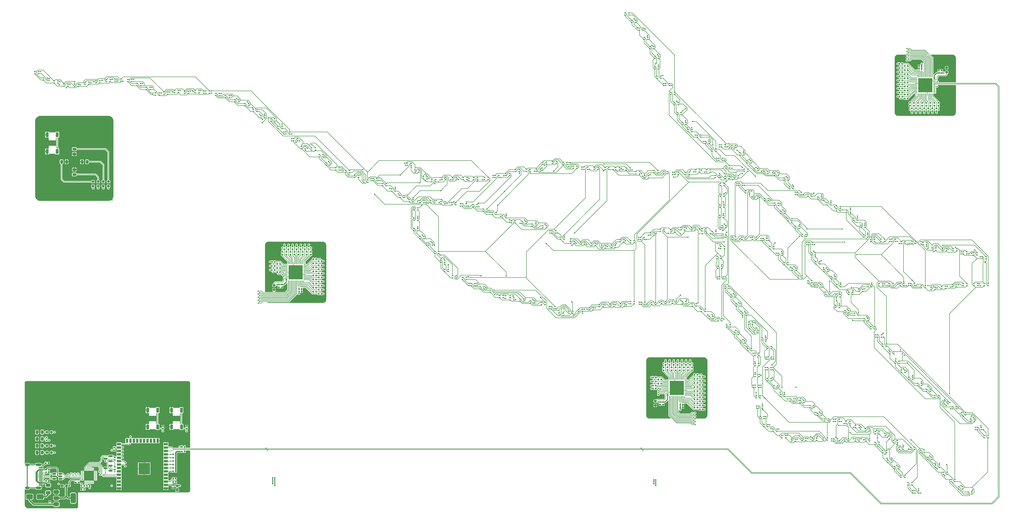
<source format=gbr>
%TF.GenerationSoftware,KiCad,Pcbnew,8.0.3*%
%TF.CreationDate,2024-08-30T15:47:11-07:00*%
%TF.ProjectId,traffic_paradise,74726166-6669-4635-9f70-617261646973,rev?*%
%TF.SameCoordinates,Original*%
%TF.FileFunction,Copper,L1,Top*%
%TF.FilePolarity,Positive*%
%FSLAX46Y46*%
G04 Gerber Fmt 4.6, Leading zero omitted, Abs format (unit mm)*
G04 Created by KiCad (PCBNEW 8.0.3) date 2024-08-30 15:47:11*
%MOMM*%
%LPD*%
G01*
G04 APERTURE LIST*
G04 Aperture macros list*
%AMRoundRect*
0 Rectangle with rounded corners*
0 $1 Rounding radius*
0 $2 $3 $4 $5 $6 $7 $8 $9 X,Y pos of 4 corners*
0 Add a 4 corners polygon primitive as box body*
4,1,4,$2,$3,$4,$5,$6,$7,$8,$9,$2,$3,0*
0 Add four circle primitives for the rounded corners*
1,1,$1+$1,$2,$3*
1,1,$1+$1,$4,$5*
1,1,$1+$1,$6,$7*
1,1,$1+$1,$8,$9*
0 Add four rect primitives between the rounded corners*
20,1,$1+$1,$2,$3,$4,$5,0*
20,1,$1+$1,$4,$5,$6,$7,0*
20,1,$1+$1,$6,$7,$8,$9,0*
20,1,$1+$1,$8,$9,$2,$3,0*%
G04 Aperture macros list end*
%TA.AperFunction,SMDPad,CuDef*%
%ADD10RoundRect,0.080000X-0.220000X-0.120000X0.220000X-0.120000X0.220000X0.120000X-0.220000X0.120000X0*%
%TD*%
%TA.AperFunction,SMDPad,CuDef*%
%ADD11RoundRect,0.150000X0.587500X0.150000X-0.587500X0.150000X-0.587500X-0.150000X0.587500X-0.150000X0*%
%TD*%
%TA.AperFunction,SMDPad,CuDef*%
%ADD12RoundRect,0.150000X-0.512500X-0.150000X0.512500X-0.150000X0.512500X0.150000X-0.512500X0.150000X0*%
%TD*%
%TA.AperFunction,SMDPad,CuDef*%
%ADD13RoundRect,0.200000X0.200000X0.275000X-0.200000X0.275000X-0.200000X-0.275000X0.200000X-0.275000X0*%
%TD*%
%TA.AperFunction,SMDPad,CuDef*%
%ADD14RoundRect,0.135000X-0.185000X0.135000X-0.185000X-0.135000X0.185000X-0.135000X0.185000X0.135000X0*%
%TD*%
%TA.AperFunction,SMDPad,CuDef*%
%ADD15RoundRect,0.140000X-0.170000X0.140000X-0.170000X-0.140000X0.170000X-0.140000X0.170000X0.140000X0*%
%TD*%
%TA.AperFunction,SMDPad,CuDef*%
%ADD16RoundRect,0.135000X0.185000X-0.135000X0.185000X0.135000X-0.185000X0.135000X-0.185000X-0.135000X0*%
%TD*%
%TA.AperFunction,SMDPad,CuDef*%
%ADD17RoundRect,0.135000X0.135000X0.185000X-0.135000X0.185000X-0.135000X-0.185000X0.135000X-0.185000X0*%
%TD*%
%TA.AperFunction,SMDPad,CuDef*%
%ADD18RoundRect,0.135000X-0.135000X-0.185000X0.135000X-0.185000X0.135000X0.185000X-0.135000X0.185000X0*%
%TD*%
%TA.AperFunction,SMDPad,CuDef*%
%ADD19RoundRect,0.140000X-0.140000X-0.170000X0.140000X-0.170000X0.140000X0.170000X-0.140000X0.170000X0*%
%TD*%
%TA.AperFunction,SMDPad,CuDef*%
%ADD20RoundRect,0.062500X-0.337500X-0.062500X0.337500X-0.062500X0.337500X0.062500X-0.337500X0.062500X0*%
%TD*%
%TA.AperFunction,SMDPad,CuDef*%
%ADD21RoundRect,0.062500X-0.062500X-0.337500X0.062500X-0.337500X0.062500X0.337500X-0.062500X0.337500X0*%
%TD*%
%TA.AperFunction,HeatsinkPad*%
%ADD22R,3.350000X3.350000*%
%TD*%
%TA.AperFunction,SMDPad,CuDef*%
%ADD23RoundRect,0.200000X0.275000X-0.200000X0.275000X0.200000X-0.275000X0.200000X-0.275000X-0.200000X0*%
%TD*%
%TA.AperFunction,SMDPad,CuDef*%
%ADD24RoundRect,0.140000X0.140000X0.170000X-0.140000X0.170000X-0.140000X-0.170000X0.140000X-0.170000X0*%
%TD*%
%TA.AperFunction,SMDPad,CuDef*%
%ADD25R,0.840000X0.220000*%
%TD*%
%TA.AperFunction,SMDPad,CuDef*%
%ADD26R,0.220000X0.840000*%
%TD*%
%TA.AperFunction,SMDPad,CuDef*%
%ADD27R,5.250000X5.250000*%
%TD*%
%TA.AperFunction,SMDPad,CuDef*%
%ADD28RoundRect,0.225000X-0.250000X0.225000X-0.250000X-0.225000X0.250000X-0.225000X0.250000X0.225000X0*%
%TD*%
%TA.AperFunction,SMDPad,CuDef*%
%ADD29RoundRect,0.140000X0.170000X-0.140000X0.170000X0.140000X-0.170000X0.140000X-0.170000X-0.140000X0*%
%TD*%
%TA.AperFunction,SMDPad,CuDef*%
%ADD30R,1.100000X1.800000*%
%TD*%
%TA.AperFunction,SMDPad,CuDef*%
%ADD31RoundRect,0.243750X-0.243750X-0.456250X0.243750X-0.456250X0.243750X0.456250X-0.243750X0.456250X0*%
%TD*%
%TA.AperFunction,SMDPad,CuDef*%
%ADD32R,1.450000X0.600000*%
%TD*%
%TA.AperFunction,SMDPad,CuDef*%
%ADD33R,1.450000X0.300000*%
%TD*%
%TA.AperFunction,ComponentPad*%
%ADD34O,2.100000X1.000000*%
%TD*%
%TA.AperFunction,ComponentPad*%
%ADD35O,1.600000X1.000000*%
%TD*%
%TA.AperFunction,SMDPad,CuDef*%
%ADD36R,1.500000X0.900000*%
%TD*%
%TA.AperFunction,SMDPad,CuDef*%
%ADD37R,0.900000X1.500000*%
%TD*%
%TA.AperFunction,SMDPad,CuDef*%
%ADD38R,1.050000X1.050000*%
%TD*%
%TA.AperFunction,HeatsinkPad*%
%ADD39C,0.600000*%
%TD*%
%TA.AperFunction,SMDPad,CuDef*%
%ADD40R,4.200000X4.200000*%
%TD*%
%TA.AperFunction,SMDPad,CuDef*%
%ADD41RoundRect,0.200000X-0.275000X0.200000X-0.275000X-0.200000X0.275000X-0.200000X0.275000X0.200000X0*%
%TD*%
%TA.AperFunction,SMDPad,CuDef*%
%ADD42RoundRect,0.225000X0.225000X0.250000X-0.225000X0.250000X-0.225000X-0.250000X0.225000X-0.250000X0*%
%TD*%
%TA.AperFunction,SMDPad,CuDef*%
%ADD43RoundRect,0.243750X-0.456250X0.243750X-0.456250X-0.243750X0.456250X-0.243750X0.456250X0.243750X0*%
%TD*%
%TA.AperFunction,SMDPad,CuDef*%
%ADD44RoundRect,0.243750X0.456250X-0.243750X0.456250X0.243750X-0.456250X0.243750X-0.456250X-0.243750X0*%
%TD*%
%TA.AperFunction,SMDPad,CuDef*%
%ADD45RoundRect,0.250000X-0.625000X0.375000X-0.625000X-0.375000X0.625000X-0.375000X0.625000X0.375000X0*%
%TD*%
%TA.AperFunction,SMDPad,CuDef*%
%ADD46RoundRect,0.243750X0.243750X0.456250X-0.243750X0.456250X-0.243750X-0.456250X0.243750X-0.456250X0*%
%TD*%
%TA.AperFunction,SMDPad,CuDef*%
%ADD47RoundRect,0.250000X-1.000000X-0.650000X1.000000X-0.650000X1.000000X0.650000X-1.000000X0.650000X0*%
%TD*%
%TA.AperFunction,SMDPad,CuDef*%
%ADD48RoundRect,0.375000X-0.625000X-0.375000X0.625000X-0.375000X0.625000X0.375000X-0.625000X0.375000X0*%
%TD*%
%TA.AperFunction,SMDPad,CuDef*%
%ADD49RoundRect,0.500000X-0.500000X-1.400000X0.500000X-1.400000X0.500000X1.400000X-0.500000X1.400000X0*%
%TD*%
%TA.AperFunction,ViaPad*%
%ADD50C,0.500000*%
%TD*%
%TA.AperFunction,Conductor*%
%ADD51C,0.500000*%
%TD*%
%TA.AperFunction,Conductor*%
%ADD52C,0.203200*%
%TD*%
%TA.AperFunction,Conductor*%
%ADD53C,0.304800*%
%TD*%
%TA.AperFunction,Conductor*%
%ADD54C,0.200000*%
%TD*%
G04 APERTURE END LIST*
D10*
%TO.P,LED229,1,RK*%
%TO.N,Net-(LED226-RK)*%
X315761600Y-164585600D03*
%TO.P,LED229,2,A*%
%TO.N,/Matrix 2/COL3*%
X315761600Y-163785600D03*
%TO.P,LED229,3,BK*%
%TO.N,Net-(LED226-BK)*%
X314361600Y-163785600D03*
%TO.P,LED229,4,GK*%
%TO.N,Net-(LED226-GK)*%
X314361600Y-164585600D03*
%TD*%
%TO.P,LED245,1,RK*%
%TO.N,Net-(LED244-RK)*%
X269533600Y-89300000D03*
%TO.P,LED245,2,A*%
%TO.N,/Matrix 3/COL1*%
X269533600Y-88500000D03*
%TO.P,LED245,3,BK*%
%TO.N,Net-(LED244-BK)*%
X268133600Y-88500000D03*
%TO.P,LED245,4,GK*%
%TO.N,Net-(LED244-GK)*%
X268133600Y-89300000D03*
%TD*%
D11*
%TO.P,Q2,1,B*%
%TO.N,Net-(Q2-B)*%
X32560500Y-172146000D03*
%TO.P,Q2,2,E*%
%TO.N,/DTR*%
X32560500Y-170246000D03*
%TO.P,Q2,3,C*%
%TO.N,/IO0*%
X30685500Y-171196000D03*
%TD*%
D10*
%TO.P,LED307,1,RK*%
%TO.N,Net-(LED307-RK)*%
X354826800Y-157219600D03*
%TO.P,LED307,2,A*%
%TO.N,/Matrix 3/COL0*%
X354826800Y-156419600D03*
%TO.P,LED307,3,BK*%
%TO.N,Net-(LED307-BK)*%
X353426800Y-156419600D03*
%TO.P,LED307,4,GK*%
%TO.N,Net-(LED307-GK)*%
X353426800Y-157219600D03*
%TD*%
%TO.P,LED257,1,RK*%
%TO.N,Net-(LED253-RK)*%
X304788800Y-78682800D03*
%TO.P,LED257,2,A*%
%TO.N,/Matrix 3/COL4*%
X304788800Y-77882800D03*
%TO.P,LED257,3,BK*%
%TO.N,Net-(LED253-BK)*%
X303388800Y-77882800D03*
%TO.P,LED257,4,GK*%
%TO.N,Net-(LED253-GK)*%
X303388800Y-78682800D03*
%TD*%
D12*
%TO.P,U3,1,I/O1*%
%TO.N,/C-*%
X11562500Y-176850000D03*
%TO.P,U3,2,GND*%
%TO.N,GND*%
X11562500Y-177800000D03*
%TO.P,U3,3,I/O2*%
%TO.N,/C+*%
X11562500Y-178750000D03*
%TO.P,U3,4,I/O2*%
%TO.N,/D+*%
X13837500Y-178750000D03*
%TO.P,U3,5,VBUS*%
%TO.N,VBUS*%
X13837500Y-177800000D03*
%TO.P,U3,6,I/O1*%
%TO.N,/D-*%
X13837500Y-176850000D03*
%TD*%
D10*
%TO.P,LED330,1,RK*%
%TO.N,Net-(LED329-RK)*%
X334049600Y-184042000D03*
%TO.P,LED330,2,A*%
%TO.N,/Matrix 3/COL5*%
X334049600Y-183242000D03*
%TO.P,LED330,3,BK*%
%TO.N,Net-(LED329-BK)*%
X332649600Y-183242000D03*
%TO.P,LED330,4,GK*%
%TO.N,Net-(LED329-GK)*%
X332649600Y-184042000D03*
%TD*%
D13*
%TO.P,R137,1*%
%TO.N,+5V*%
X10477000Y-166370000D03*
%TO.P,R137,2*%
%TO.N,Net-(D3-A)*%
X8827000Y-166370000D03*
%TD*%
D10*
%TO.P,LED160,1,RK*%
%TO.N,Net-(LED154-RK)*%
X254446000Y-116224000D03*
%TO.P,LED160,2,A*%
%TO.N,/Matrix 2/COL6*%
X254446000Y-115424000D03*
%TO.P,LED160,3,BK*%
%TO.N,Net-(LED154-BK)*%
X253046000Y-115424000D03*
%TO.P,LED160,4,GK*%
%TO.N,Net-(LED154-GK)*%
X253046000Y-116224000D03*
%TD*%
%TO.P,LED41,1,RK*%
%TO.N,Net-(LED37-RK)*%
X145429200Y-75279200D03*
%TO.P,LED41,2,A*%
%TO.N,/Matrix 1/COL4*%
X145429200Y-74479200D03*
%TO.P,LED41,3,BK*%
%TO.N,Net-(LED37-BK)*%
X144029200Y-74479200D03*
%TO.P,LED41,4,GK*%
%TO.N,Net-(LED37-GK)*%
X144029200Y-75279200D03*
%TD*%
%TO.P,LED31,1,RK*%
%TO.N,Net-(LED28-RK)*%
X111850400Y-58464400D03*
%TO.P,LED31,2,A*%
%TO.N,/Matrix 1/COL3*%
X111850400Y-57664400D03*
%TO.P,LED31,3,BK*%
%TO.N,Net-(LED28-BK)*%
X110450400Y-57664400D03*
%TO.P,LED31,4,GK*%
%TO.N,Net-(LED28-GK)*%
X110450400Y-58464400D03*
%TD*%
D14*
%TO.P,R119,1*%
%TO.N,/Matrix 3/ROW15*%
X332359000Y-38352000D03*
%TO.P,R119,2*%
%TO.N,Net-(LED280-RK)*%
X332359000Y-39372000D03*
%TD*%
D15*
%TO.P,C9,1*%
%TO.N,GND*%
X60960000Y-159032000D03*
%TO.P,C9,2*%
%TO.N,/EN*%
X60960000Y-159992000D03*
%TD*%
D14*
%TO.P,R129,1*%
%TO.N,/Matrix 3/ROW25*%
X340741000Y-40384000D03*
%TO.P,R129,2*%
%TO.N,Net-(LED307-GK)*%
X340741000Y-41404000D03*
%TD*%
D10*
%TO.P,LED212,1,RK*%
%TO.N,Net-(LED208-RK)*%
X287567600Y-149650400D03*
%TO.P,LED212,2,A*%
%TO.N,/Matrix 2/COL4*%
X287567600Y-148850400D03*
%TO.P,LED212,3,BK*%
%TO.N,Net-(LED208-BK)*%
X286167600Y-148850400D03*
%TO.P,LED212,4,GK*%
%TO.N,Net-(LED208-GK)*%
X286167600Y-149650400D03*
%TD*%
%TO.P,LED1,1,RK*%
%TO.N,Net-(LED1-RK)*%
X5729200Y-27425600D03*
%TO.P,LED1,2,A*%
%TO.N,/Matrix 1/COL0*%
X5729200Y-26625600D03*
%TO.P,LED1,3,BK*%
%TO.N,Net-(LED1-BK)*%
X4329200Y-26625600D03*
%TO.P,LED1,4,GK*%
%TO.N,Net-(LED1-GK)*%
X4329200Y-27425600D03*
%TD*%
%TO.P,LED295,1,RK*%
%TO.N,Net-(LED289-RK)*%
X344108000Y-107638800D03*
%TO.P,LED295,2,A*%
%TO.N,/Matrix 3/COL6*%
X344108000Y-106838800D03*
%TO.P,LED295,3,BK*%
%TO.N,Net-(LED289-BK)*%
X342708000Y-106838800D03*
%TO.P,LED295,4,GK*%
%TO.N,Net-(LED289-GK)*%
X342708000Y-107638800D03*
%TD*%
D16*
%TO.P,R57,1*%
%TO.N,/Matrix 2/ROW2*%
X238887000Y-138178000D03*
%TO.P,R57,2*%
%TO.N,Net-(LED118-BK)*%
X238887000Y-137158000D03*
%TD*%
D10*
%TO.P,LED172,1,RK*%
%TO.N,Net-(LED172-RK)*%
X261507200Y-69183200D03*
%TO.P,LED172,2,A*%
%TO.N,/Matrix 2/COL0*%
X261507200Y-68383200D03*
%TO.P,LED172,3,BK*%
%TO.N,Net-(LED172-BK)*%
X260107200Y-68383200D03*
%TO.P,LED172,4,GK*%
%TO.N,Net-(LED172-GK)*%
X260107200Y-69183200D03*
%TD*%
%TO.P,LED220,1,RK*%
%TO.N,Net-(LED217-RK)*%
X315660000Y-160826400D03*
%TO.P,LED220,2,A*%
%TO.N,/Matrix 2/COL3*%
X315660000Y-160026400D03*
%TO.P,LED220,3,BK*%
%TO.N,Net-(LED217-BK)*%
X314260000Y-160026400D03*
%TO.P,LED220,4,GK*%
%TO.N,Net-(LED217-GK)*%
X314260000Y-160826400D03*
%TD*%
D17*
%TO.P,R12,1*%
%TO.N,/Matrix 1/ROW1*%
X95760000Y-101473000D03*
%TO.P,R12,2*%
%TO.N,Net-(LED1-GK)*%
X94740000Y-101473000D03*
%TD*%
D10*
%TO.P,LED5,1,RK*%
%TO.N,Net-(LED1-RK)*%
X20562800Y-32150000D03*
%TO.P,LED5,2,A*%
%TO.N,/Matrix 1/COL4*%
X20562800Y-31350000D03*
%TO.P,LED5,3,BK*%
%TO.N,Net-(LED1-BK)*%
X19162800Y-31350000D03*
%TO.P,LED5,4,GK*%
%TO.N,Net-(LED1-GK)*%
X19162800Y-32150000D03*
%TD*%
%TO.P,LED182,1,RK*%
%TO.N,Net-(LED181-RK)*%
X265469600Y-110839200D03*
%TO.P,LED182,2,A*%
%TO.N,/Matrix 2/COL1*%
X265469600Y-110039200D03*
%TO.P,LED182,3,BK*%
%TO.N,Net-(LED181-BK)*%
X264069600Y-110039200D03*
%TO.P,LED182,4,GK*%
%TO.N,Net-(LED181-GK)*%
X264069600Y-110839200D03*
%TD*%
D18*
%TO.P,R42,1*%
%TO.N,/Matrix 1/ROW26*%
X108202000Y-96647000D03*
%TO.P,R42,2*%
%TO.N,Net-(LED73-BK)*%
X109222000Y-96647000D03*
%TD*%
D10*
%TO.P,LED266,1,RK*%
%TO.N,Net-(LED262-RK)*%
X302909200Y-104082800D03*
%TO.P,LED266,2,A*%
%TO.N,/Matrix 3/COL4*%
X302909200Y-103282800D03*
%TO.P,LED266,3,BK*%
%TO.N,Net-(LED262-BK)*%
X301509200Y-103282800D03*
%TO.P,LED266,4,GK*%
%TO.N,Net-(LED262-GK)*%
X301509200Y-104082800D03*
%TD*%
%TO.P,LED249,1,RK*%
%TO.N,Net-(LED244-RK)*%
X283148000Y-95243600D03*
%TO.P,LED249,2,A*%
%TO.N,/Matrix 3/COL5*%
X283148000Y-94443600D03*
%TO.P,LED249,3,BK*%
%TO.N,Net-(LED244-BK)*%
X281748000Y-94443600D03*
%TO.P,LED249,4,GK*%
%TO.N,Net-(LED244-GK)*%
X281748000Y-95243600D03*
%TD*%
%TO.P,LED70,1,RK*%
%TO.N,Net-(LED64-RK)*%
X198870800Y-60953600D03*
%TO.P,LED70,2,A*%
%TO.N,/Matrix 1/COL6*%
X198870800Y-60153600D03*
%TO.P,LED70,3,BK*%
%TO.N,Net-(LED64-BK)*%
X197470800Y-60153600D03*
%TO.P,LED70,4,GK*%
%TO.N,Net-(LED64-GK)*%
X197470800Y-60953600D03*
%TD*%
%TO.P,LED49,1,RK*%
%TO.N,Net-(LED46-RK)*%
X153862000Y-67811600D03*
%TO.P,LED49,2,A*%
%TO.N,/Matrix 1/COL3*%
X153862000Y-67011600D03*
%TO.P,LED49,3,BK*%
%TO.N,Net-(LED46-BK)*%
X152462000Y-67011600D03*
%TO.P,LED49,4,GK*%
%TO.N,Net-(LED46-GK)*%
X152462000Y-67811600D03*
%TD*%
%TO.P,LED56,1,RK*%
%TO.N,Net-(LED55-RK)*%
X147207200Y-82137200D03*
%TO.P,LED56,2,A*%
%TO.N,/Matrix 1/COL1*%
X147207200Y-81337200D03*
%TO.P,LED56,3,BK*%
%TO.N,Net-(LED55-BK)*%
X145807200Y-81337200D03*
%TO.P,LED56,4,GK*%
%TO.N,Net-(LED55-GK)*%
X145807200Y-82137200D03*
%TD*%
D14*
%TO.P,R122,1*%
%TO.N,/Matrix 3/ROW18*%
X334645000Y-40384000D03*
%TO.P,R122,2*%
%TO.N,Net-(LED289-RK)*%
X334645000Y-41404000D03*
%TD*%
D19*
%TO.P,C5,1*%
%TO.N,VBUS*%
X8537000Y-175260000D03*
%TO.P,C5,2*%
%TO.N,GND*%
X9497000Y-175260000D03*
%TD*%
D18*
%TO.P,R83,1*%
%TO.N,/Matrix 2/ROW23*%
X250442000Y-139827000D03*
%TO.P,R83,2*%
%TO.N,Net-(LED181-BK)*%
X251462000Y-139827000D03*
%TD*%
D10*
%TO.P,LED116,1,RK*%
%TO.N,Net-(LED109-RK)*%
X224270800Y-114192000D03*
%TO.P,LED116,2,A*%
%TO.N,/Matrix 1/COL7*%
X224270800Y-113392000D03*
%TO.P,LED116,3,BK*%
%TO.N,Net-(LED109-BK)*%
X222870800Y-113392000D03*
%TO.P,LED116,4,GK*%
%TO.N,Net-(LED109-GK)*%
X222870800Y-114192000D03*
%TD*%
%TO.P,LED113,1,RK*%
%TO.N,Net-(LED109-RK)*%
X212637600Y-115614400D03*
%TO.P,LED113,2,A*%
%TO.N,/Matrix 1/COL4*%
X212637600Y-114814400D03*
%TO.P,LED113,3,BK*%
%TO.N,Net-(LED109-BK)*%
X211237600Y-114814400D03*
%TO.P,LED113,4,GK*%
%TO.N,Net-(LED109-GK)*%
X211237600Y-115614400D03*
%TD*%
%TO.P,LED57,1,RK*%
%TO.N,Net-(LED55-RK)*%
X147207200Y-86099600D03*
%TO.P,LED57,2,A*%
%TO.N,/Matrix 1/COL2*%
X147207200Y-85299600D03*
%TO.P,LED57,3,BK*%
%TO.N,Net-(LED55-BK)*%
X145807200Y-85299600D03*
%TO.P,LED57,4,GK*%
%TO.N,Net-(LED55-GK)*%
X145807200Y-86099600D03*
%TD*%
%TO.P,LED137,1,RK*%
%TO.N,Net-(LED136-RK)*%
X248400800Y-65017600D03*
%TO.P,LED137,2,A*%
%TO.N,/Matrix 2/COL1*%
X248400800Y-64217600D03*
%TO.P,LED137,3,BK*%
%TO.N,Net-(LED136-BK)*%
X247000800Y-64217600D03*
%TO.P,LED137,4,GK*%
%TO.N,Net-(LED136-GK)*%
X247000800Y-65017600D03*
%TD*%
%TO.P,LED183,1,RK*%
%TO.N,Net-(LED181-RK)*%
X267450800Y-114192000D03*
%TO.P,LED183,2,A*%
%TO.N,/Matrix 2/COL2*%
X267450800Y-113392000D03*
%TO.P,LED183,3,BK*%
%TO.N,Net-(LED181-BK)*%
X266050800Y-113392000D03*
%TO.P,LED183,4,GK*%
%TO.N,Net-(LED181-GK)*%
X266050800Y-114192000D03*
%TD*%
%TO.P,LED86,1,RK*%
%TO.N,Net-(LED82-RK)*%
X179109600Y-111042400D03*
%TO.P,LED86,2,A*%
%TO.N,/Matrix 1/COL4*%
X179109600Y-110242400D03*
%TO.P,LED86,3,BK*%
%TO.N,Net-(LED82-BK)*%
X177709600Y-110242400D03*
%TO.P,LED86,4,GK*%
%TO.N,Net-(LED82-GK)*%
X177709600Y-111042400D03*
%TD*%
%TO.P,LED45,1,RK*%
%TO.N,Net-(LED37-RK)*%
X161329600Y-76396800D03*
%TO.P,LED45,2,A*%
%TO.N,/Matrix 1/COL8*%
X161329600Y-75596800D03*
%TO.P,LED45,3,BK*%
%TO.N,Net-(LED37-BK)*%
X159929600Y-75596800D03*
%TO.P,LED45,4,GK*%
%TO.N,Net-(LED37-GK)*%
X159929600Y-76396800D03*
%TD*%
%TO.P,LED107,1,RK*%
%TO.N,Net-(LED100-RK)*%
X224016800Y-90214400D03*
%TO.P,LED107,2,A*%
%TO.N,/Matrix 1/COL7*%
X224016800Y-89414400D03*
%TO.P,LED107,3,BK*%
%TO.N,Net-(LED100-BK)*%
X222616800Y-89414400D03*
%TO.P,LED107,4,GK*%
%TO.N,Net-(LED100-GK)*%
X222616800Y-90214400D03*
%TD*%
D18*
%TO.P,R82,1*%
%TO.N,/Matrix 2/ROW22*%
X252474000Y-140589000D03*
%TO.P,R82,2*%
%TO.N,Net-(LED181-GK)*%
X253494000Y-140589000D03*
%TD*%
D14*
%TO.P,R133,1*%
%TO.N,/Matrix 3/ROW29*%
X339217000Y-40384000D03*
%TO.P,R133,2*%
%TO.N,Net-(LED316-BK)*%
X339217000Y-41404000D03*
%TD*%
D10*
%TO.P,LED139,1,RK*%
%TO.N,Net-(LED136-RK)*%
X256325600Y-64154000D03*
%TO.P,LED139,2,A*%
%TO.N,/Matrix 2/COL3*%
X256325600Y-63354000D03*
%TO.P,LED139,3,BK*%
%TO.N,Net-(LED136-BK)*%
X254925600Y-63354000D03*
%TO.P,LED139,4,GK*%
%TO.N,Net-(LED136-GK)*%
X254925600Y-64154000D03*
%TD*%
D17*
%TO.P,R126,1*%
%TO.N,/Matrix 3/ROW22*%
X327916000Y-35941000D03*
%TO.P,R126,2*%
%TO.N,Net-(LED298-GK)*%
X326896000Y-35941000D03*
%TD*%
D10*
%TO.P,LED222,1,RK*%
%TO.N,Net-(LED217-RK)*%
X323026000Y-162655200D03*
%TO.P,LED222,2,A*%
%TO.N,/Matrix 2/COL5*%
X323026000Y-161855200D03*
%TO.P,LED222,3,BK*%
%TO.N,Net-(LED217-BK)*%
X321626000Y-161855200D03*
%TO.P,LED222,4,GK*%
%TO.N,Net-(LED217-GK)*%
X321626000Y-162655200D03*
%TD*%
%TO.P,LED181,1,RK*%
%TO.N,Net-(LED181-RK)*%
X263285200Y-107537200D03*
%TO.P,LED181,2,A*%
%TO.N,/Matrix 2/COL0*%
X263285200Y-106737200D03*
%TO.P,LED181,3,BK*%
%TO.N,Net-(LED181-BK)*%
X261885200Y-106737200D03*
%TO.P,LED181,4,GK*%
%TO.N,Net-(LED181-GK)*%
X261885200Y-107537200D03*
%TD*%
%TO.P,LED129,1,RK*%
%TO.N,Net-(LED127-RK)*%
X245403600Y-42767200D03*
%TO.P,LED129,2,A*%
%TO.N,/Matrix 2/COL2*%
X245403600Y-41967200D03*
%TO.P,LED129,3,BK*%
%TO.N,Net-(LED127-BK)*%
X244003600Y-41967200D03*
%TO.P,LED129,4,GK*%
%TO.N,Net-(LED127-GK)*%
X244003600Y-42767200D03*
%TD*%
%TO.P,LED195,1,RK*%
%TO.N,Net-(LED190-RK)*%
X274461200Y-136493200D03*
%TO.P,LED195,2,A*%
%TO.N,/Matrix 2/COL5*%
X274461200Y-135693200D03*
%TO.P,LED195,3,BK*%
%TO.N,Net-(LED190-BK)*%
X273061200Y-135693200D03*
%TO.P,LED195,4,GK*%
%TO.N,Net-(LED190-GK)*%
X273061200Y-136493200D03*
%TD*%
%TO.P,LED274,1,RK*%
%TO.N,Net-(LED271-RK)*%
X304738000Y-110788400D03*
%TO.P,LED274,2,A*%
%TO.N,/Matrix 3/COL3*%
X304738000Y-109988400D03*
%TO.P,LED274,3,BK*%
%TO.N,Net-(LED271-BK)*%
X303338000Y-109988400D03*
%TO.P,LED274,4,GK*%
%TO.N,Net-(LED271-GK)*%
X303338000Y-110788400D03*
%TD*%
%TO.P,LED255,1,RK*%
%TO.N,Net-(LED253-RK)*%
X297880000Y-74263200D03*
%TO.P,LED255,2,A*%
%TO.N,/Matrix 3/COL2*%
X297880000Y-73463200D03*
%TO.P,LED255,3,BK*%
%TO.N,Net-(LED253-BK)*%
X296480000Y-73463200D03*
%TO.P,LED255,4,GK*%
%TO.N,Net-(LED253-GK)*%
X296480000Y-74263200D03*
%TD*%
D20*
%TO.P,U4,1,~{DCD}*%
%TO.N,unconnected-(U4-~{DCD}-Pad1)*%
X22061000Y-176046000D03*
%TO.P,U4,2,~{RI}/CLK*%
%TO.N,unconnected-(U4-~{RI}{slash}CLK-Pad2)*%
X22061000Y-176546000D03*
%TO.P,U4,3,GND*%
%TO.N,GND*%
X22061000Y-177046000D03*
%TO.P,U4,4,D+*%
%TO.N,/D+*%
X22061000Y-177546000D03*
%TO.P,U4,5,D-*%
%TO.N,/D-*%
X22061000Y-178046000D03*
%TO.P,U4,6,VDD*%
%TO.N,+3.3V*%
X22061000Y-178546000D03*
%TO.P,U4,7,VREGIN*%
X22061000Y-179046000D03*
D21*
%TO.P,U4,8,VBUS*%
%TO.N,Net-(U4-VBUS)*%
X23011000Y-179996000D03*
%TO.P,U4,9,~{RST}*%
%TO.N,Net-(U4-~{RST})*%
X23511000Y-179996000D03*
%TO.P,U4,10,NC*%
%TO.N,unconnected-(U4-NC-Pad10)*%
X24011000Y-179996000D03*
%TO.P,U4,11,~{SUSPEND}*%
%TO.N,unconnected-(U4-~{SUSPEND}-Pad11)*%
X24511000Y-179996000D03*
%TO.P,U4,12,SUSPEND*%
%TO.N,unconnected-(U4-SUSPEND-Pad12)*%
X25011000Y-179996000D03*
%TO.P,U4,13,CHREN*%
%TO.N,unconnected-(U4-CHREN-Pad13)*%
X25511000Y-179996000D03*
%TO.P,U4,14,CHR1*%
%TO.N,unconnected-(U4-CHR1-Pad14)*%
X26011000Y-179996000D03*
D20*
%TO.P,U4,15,CHR0*%
%TO.N,unconnected-(U4-CHR0-Pad15)*%
X26961000Y-179046000D03*
%TO.P,U4,16,~{WAKEUP}/GPIO.3*%
%TO.N,unconnected-(U4-~{WAKEUP}{slash}GPIO.3-Pad16)*%
X26961000Y-178546000D03*
%TO.P,U4,17,RS485/GPIO.2*%
%TO.N,unconnected-(U4-RS485{slash}GPIO.2-Pad17)*%
X26961000Y-178046000D03*
%TO.P,U4,18,~{RXT}/GPIO.1*%
%TO.N,unconnected-(U4-~{RXT}{slash}GPIO.1-Pad18)*%
X26961000Y-177546000D03*
%TO.P,U4,19,~{TXT}/GPIO.0*%
%TO.N,unconnected-(U4-~{TXT}{slash}GPIO.0-Pad19)*%
X26961000Y-177046000D03*
%TO.P,U4,20,GPIO.6*%
%TO.N,unconnected-(U4-GPIO.6-Pad20)*%
X26961000Y-176546000D03*
%TO.P,U4,21,GPIO.5*%
%TO.N,unconnected-(U4-GPIO.5-Pad21)*%
X26961000Y-176046000D03*
D21*
%TO.P,U4,22,GPIO.4*%
%TO.N,unconnected-(U4-GPIO.4-Pad22)*%
X26011000Y-175096000D03*
%TO.P,U4,23,~{CTS}*%
%TO.N,unconnected-(U4-~{CTS}-Pad23)*%
X25511000Y-175096000D03*
%TO.P,U4,24,~{RTS}*%
%TO.N,/RTS*%
X25011000Y-175096000D03*
%TO.P,U4,25,RXD*%
%TO.N,/RX*%
X24511000Y-175096000D03*
%TO.P,U4,26,TXD*%
%TO.N,/TX*%
X24011000Y-175096000D03*
%TO.P,U4,27,~{DSR}*%
%TO.N,unconnected-(U4-~{DSR}-Pad27)*%
X23511000Y-175096000D03*
%TO.P,U4,28,~{DTR}*%
%TO.N,/DTR*%
X23011000Y-175096000D03*
D22*
%TO.P,U4,29,GND*%
%TO.N,GND*%
X24511000Y-177546000D03*
%TD*%
D16*
%TO.P,R31,1*%
%TO.N,/Matrix 1/ROW15*%
X105029000Y-92966000D03*
%TO.P,R31,2*%
%TO.N,Net-(LED46-RK)*%
X105029000Y-91946000D03*
%TD*%
D18*
%TO.P,R39,1*%
%TO.N,/Matrix 1/ROW23*%
X110234000Y-98933000D03*
%TO.P,R39,2*%
%TO.N,Net-(LED64-BK)*%
X111254000Y-98933000D03*
%TD*%
D10*
%TO.P,LED24,1,RK*%
%TO.N,Net-(LED19-RK)*%
X90108000Y-43935600D03*
%TO.P,LED24,2,A*%
%TO.N,/Matrix 1/COL5*%
X90108000Y-43135600D03*
%TO.P,LED24,3,BK*%
%TO.N,Net-(LED19-BK)*%
X88708000Y-43135600D03*
%TO.P,LED24,4,GK*%
%TO.N,Net-(LED19-GK)*%
X88708000Y-43935600D03*
%TD*%
D17*
%TO.P,R14,1*%
%TO.N,/Matrix 1/ROW3*%
X93855000Y-97663000D03*
%TO.P,R14,2*%
%TO.N,Net-(LED10-RK)*%
X92835000Y-97663000D03*
%TD*%
D10*
%TO.P,LED4,1,RK*%
%TO.N,Net-(LED1-RK)*%
X16600400Y-32099200D03*
%TO.P,LED4,2,A*%
%TO.N,/Matrix 1/COL3*%
X16600400Y-31299200D03*
%TO.P,LED4,3,BK*%
%TO.N,Net-(LED1-BK)*%
X15200400Y-31299200D03*
%TO.P,LED4,4,GK*%
%TO.N,Net-(LED1-GK)*%
X15200400Y-32099200D03*
%TD*%
%TO.P,LED275,1,RK*%
%TO.N,Net-(LED271-RK)*%
X304484000Y-114750800D03*
%TO.P,LED275,2,A*%
%TO.N,/Matrix 3/COL4*%
X304484000Y-113950800D03*
%TO.P,LED275,3,BK*%
%TO.N,Net-(LED271-BK)*%
X303084000Y-113950800D03*
%TO.P,LED275,4,GK*%
%TO.N,Net-(LED271-GK)*%
X303084000Y-114750800D03*
%TD*%
D23*
%TO.P,R142,1*%
%TO.N,/LED_EAST*%
X29845000Y-69405000D03*
%TO.P,R142,2*%
%TO.N,Net-(D7-A)*%
X29845000Y-67755000D03*
%TD*%
D10*
%TO.P,LED283,1,RK*%
%TO.N,Net-(LED280-RK)*%
X329071200Y-90925600D03*
%TO.P,LED283,2,A*%
%TO.N,/Matrix 3/COL3*%
X329071200Y-90125600D03*
%TO.P,LED283,3,BK*%
%TO.N,Net-(LED280-BK)*%
X327671200Y-90125600D03*
%TO.P,LED283,4,GK*%
%TO.N,Net-(LED280-GK)*%
X327671200Y-90925600D03*
%TD*%
%TO.P,LED14,1,RK*%
%TO.N,Net-(LED10-RK)*%
X53887600Y-35096400D03*
%TO.P,LED14,2,A*%
%TO.N,/Matrix 1/COL4*%
X53887600Y-34296400D03*
%TO.P,LED14,3,BK*%
%TO.N,Net-(LED10-BK)*%
X52487600Y-34296400D03*
%TO.P,LED14,4,GK*%
%TO.N,Net-(LED10-GK)*%
X52487600Y-35096400D03*
%TD*%
%TO.P,LED272,1,RK*%
%TO.N,Net-(LED271-RK)*%
X297626000Y-107130800D03*
%TO.P,LED272,2,A*%
%TO.N,/Matrix 3/COL1*%
X297626000Y-106330800D03*
%TO.P,LED272,3,BK*%
%TO.N,Net-(LED271-BK)*%
X296226000Y-106330800D03*
%TO.P,LED272,4,GK*%
%TO.N,Net-(LED271-GK)*%
X296226000Y-107130800D03*
%TD*%
%TO.P,LED174,1,RK*%
%TO.N,Net-(LED172-RK)*%
X261354800Y-77260400D03*
%TO.P,LED174,2,A*%
%TO.N,/Matrix 2/COL2*%
X261354800Y-76460400D03*
%TO.P,LED174,3,BK*%
%TO.N,Net-(LED172-BK)*%
X259954800Y-76460400D03*
%TO.P,LED174,4,GK*%
%TO.N,Net-(LED172-GK)*%
X259954800Y-77260400D03*
%TD*%
%TO.P,LED13,1,RK*%
%TO.N,Net-(LED10-RK)*%
X50738000Y-35452000D03*
%TO.P,LED13,2,A*%
%TO.N,/Matrix 1/COL3*%
X50738000Y-34652000D03*
%TO.P,LED13,3,BK*%
%TO.N,Net-(LED10-BK)*%
X49338000Y-34652000D03*
%TO.P,LED13,4,GK*%
%TO.N,Net-(LED10-GK)*%
X49338000Y-35452000D03*
%TD*%
%TO.P,LED83,1,RK*%
%TO.N,Net-(LED82-RK)*%
X168543200Y-106572000D03*
%TO.P,LED83,2,A*%
%TO.N,/Matrix 1/COL1*%
X168543200Y-105772000D03*
%TO.P,LED83,3,BK*%
%TO.N,Net-(LED82-BK)*%
X167143200Y-105772000D03*
%TO.P,LED83,4,GK*%
%TO.N,Net-(LED82-GK)*%
X167143200Y-106572000D03*
%TD*%
%TO.P,LED111,1,RK*%
%TO.N,Net-(LED109-RK)*%
X205017600Y-116935200D03*
%TO.P,LED111,2,A*%
%TO.N,/Matrix 1/COL2*%
X205017600Y-116135200D03*
%TO.P,LED111,3,BK*%
%TO.N,Net-(LED109-BK)*%
X203617600Y-116135200D03*
%TO.P,LED111,4,GK*%
%TO.N,Net-(LED109-GK)*%
X203617600Y-116935200D03*
%TD*%
%TO.P,LED65,1,RK*%
%TO.N,Net-(LED64-RK)*%
X181446400Y-65474800D03*
%TO.P,LED65,2,A*%
%TO.N,/Matrix 1/COL1*%
X181446400Y-64674800D03*
%TO.P,LED65,3,BK*%
%TO.N,Net-(LED64-BK)*%
X180046400Y-64674800D03*
%TO.P,LED65,4,GK*%
%TO.N,Net-(LED64-GK)*%
X180046400Y-65474800D03*
%TD*%
%TO.P,LED168,1,RK*%
%TO.N,Net-(LED163-RK)*%
X277763200Y-64712800D03*
%TO.P,LED168,2,A*%
%TO.N,/Matrix 2/COL5*%
X277763200Y-63912800D03*
%TO.P,LED168,3,BK*%
%TO.N,Net-(LED163-BK)*%
X276363200Y-63912800D03*
%TO.P,LED168,4,GK*%
%TO.N,Net-(LED163-GK)*%
X276363200Y-64712800D03*
%TD*%
D23*
%TO.P,R71,1*%
%TO.N,GND*%
X235839000Y-151320000D03*
%TO.P,R71,2*%
%TO.N,Net-(U6-ISET)*%
X235839000Y-149670000D03*
%TD*%
D10*
%TO.P,LED296,1,RK*%
%TO.N,Net-(LED289-RK)*%
X348121200Y-107029200D03*
%TO.P,LED296,2,A*%
%TO.N,/Matrix 3/COL7*%
X348121200Y-106229200D03*
%TO.P,LED296,3,BK*%
%TO.N,Net-(LED289-BK)*%
X346721200Y-106229200D03*
%TO.P,LED296,4,GK*%
%TO.N,Net-(LED289-GK)*%
X346721200Y-107029200D03*
%TD*%
%TO.P,LED308,1,RK*%
%TO.N,Net-(LED307-RK)*%
X351575600Y-154832000D03*
%TO.P,LED308,2,A*%
%TO.N,/Matrix 3/COL1*%
X351575600Y-154032000D03*
%TO.P,LED308,3,BK*%
%TO.N,Net-(LED307-BK)*%
X350175600Y-154032000D03*
%TO.P,LED308,4,GK*%
%TO.N,Net-(LED307-GK)*%
X350175600Y-154832000D03*
%TD*%
%TO.P,LED104,1,RK*%
%TO.N,Net-(LED100-RK)*%
X213450400Y-91586000D03*
%TO.P,LED104,2,A*%
%TO.N,/Matrix 1/COL4*%
X213450400Y-90786000D03*
%TO.P,LED104,3,BK*%
%TO.N,Net-(LED100-BK)*%
X212050400Y-90786000D03*
%TO.P,LED104,4,GK*%
%TO.N,Net-(LED100-GK)*%
X212050400Y-91586000D03*
%TD*%
D17*
%TO.P,R11,1*%
%TO.N,/Matrix 1/ROW0*%
X95760000Y-99949000D03*
%TO.P,R11,2*%
%TO.N,Net-(LED1-RK)*%
X94740000Y-99949000D03*
%TD*%
D10*
%TO.P,LED294,1,RK*%
%TO.N,Net-(LED289-RK)*%
X340196400Y-108045200D03*
%TO.P,LED294,2,A*%
%TO.N,/Matrix 3/COL5*%
X340196400Y-107245200D03*
%TO.P,LED294,3,BK*%
%TO.N,Net-(LED289-BK)*%
X338796400Y-107245200D03*
%TO.P,LED294,4,GK*%
%TO.N,Net-(LED289-GK)*%
X338796400Y-108045200D03*
%TD*%
%TO.P,LED287,1,RK*%
%TO.N,Net-(LED280-RK)*%
X344412800Y-93567200D03*
%TO.P,LED287,2,A*%
%TO.N,/Matrix 3/COL7*%
X344412800Y-92767200D03*
%TO.P,LED287,3,BK*%
%TO.N,Net-(LED280-BK)*%
X343012800Y-92767200D03*
%TO.P,LED287,4,GK*%
%TO.N,Net-(LED280-GK)*%
X343012800Y-93567200D03*
%TD*%
D24*
%TO.P,C19,1*%
%TO.N,+5V*%
X335252000Y-24511000D03*
%TO.P,C19,2*%
%TO.N,GND*%
X334292000Y-24511000D03*
%TD*%
D10*
%TO.P,LED78,1,RK*%
%TO.N,Net-(LED73-RK)*%
X183529200Y-83153200D03*
%TO.P,LED78,2,A*%
%TO.N,/Matrix 1/COL5*%
X183529200Y-82353200D03*
%TO.P,LED78,3,BK*%
%TO.N,Net-(LED73-BK)*%
X182129200Y-82353200D03*
%TO.P,LED78,4,GK*%
%TO.N,Net-(LED73-GK)*%
X182129200Y-83153200D03*
%TD*%
%TO.P,LED50,1,RK*%
%TO.N,Net-(LED46-RK)*%
X157621200Y-66998800D03*
%TO.P,LED50,2,A*%
%TO.N,/Matrix 1/COL4*%
X157621200Y-66198800D03*
%TO.P,LED50,3,BK*%
%TO.N,Net-(LED46-BK)*%
X156221200Y-66198800D03*
%TO.P,LED50,4,GK*%
%TO.N,Net-(LED46-GK)*%
X156221200Y-66998800D03*
%TD*%
D17*
%TO.P,R102,1*%
%TO.N,/Matrix 3/ROW3*%
X329948000Y-27559000D03*
%TO.P,R102,2*%
%TO.N,Net-(LED244-RK)*%
X328928000Y-27559000D03*
%TD*%
D10*
%TO.P,LED271,1,RK*%
%TO.N,Net-(LED271-RK)*%
X294171600Y-105556000D03*
%TO.P,LED271,2,A*%
%TO.N,/Matrix 3/COL0*%
X294171600Y-104756000D03*
%TO.P,LED271,3,BK*%
%TO.N,Net-(LED271-BK)*%
X292771600Y-104756000D03*
%TO.P,LED271,4,GK*%
%TO.N,Net-(LED271-GK)*%
X292771600Y-105556000D03*
%TD*%
%TO.P,LED151,1,RK*%
%TO.N,Net-(LED145-RK)*%
X254700000Y-86150400D03*
%TO.P,LED151,2,A*%
%TO.N,/Matrix 2/COL6*%
X254700000Y-85350400D03*
%TO.P,LED151,3,BK*%
%TO.N,Net-(LED145-BK)*%
X253300000Y-85350400D03*
%TO.P,LED151,4,GK*%
%TO.N,Net-(LED145-GK)*%
X253300000Y-86150400D03*
%TD*%
D17*
%TO.P,R101,1*%
%TO.N,/Matrix 3/ROW2*%
X327916000Y-23749000D03*
%TO.P,R101,2*%
%TO.N,Net-(LED235-BK)*%
X326896000Y-23749000D03*
%TD*%
D10*
%TO.P,LED248,1,RK*%
%TO.N,Net-(LED244-RK)*%
X279998400Y-92856000D03*
%TO.P,LED248,2,A*%
%TO.N,/Matrix 3/COL4*%
X279998400Y-92056000D03*
%TO.P,LED248,3,BK*%
%TO.N,Net-(LED244-BK)*%
X278598400Y-92056000D03*
%TO.P,LED248,4,GK*%
%TO.N,Net-(LED244-GK)*%
X278598400Y-92856000D03*
%TD*%
D25*
%TO.P,U7,1,CS34*%
%TO.N,unconnected-(U7-CS34-Pad1)*%
X339995000Y-34550000D03*
%TO.P,U7,2,CS35*%
%TO.N,unconnected-(U7-CS35-Pad2)*%
X339995000Y-34150000D03*
%TO.P,U7,3,CS36*%
%TO.N,unconnected-(U7-CS36-Pad3)*%
X339995000Y-33750000D03*
%TO.P,U7,4,CS37*%
%TO.N,unconnected-(U7-CS37-Pad4)*%
X339995000Y-33350000D03*
%TO.P,U7,5,CS38*%
%TO.N,unconnected-(U7-CS38-Pad5)*%
X339995000Y-32950000D03*
%TO.P,U7,6,CS39*%
%TO.N,unconnected-(U7-CS39-Pad6)*%
X339995000Y-32550000D03*
%TO.P,U7,7,~{INTB}*%
%TO.N,/INT3*%
X339995000Y-32150000D03*
%TO.P,U7,8,ADDR*%
%TO.N,/SDA*%
X339995000Y-31750000D03*
%TO.P,U7,9,SDA*%
X339995000Y-31350000D03*
%TO.P,U7,10,SCL*%
%TO.N,/SCL*%
X339995000Y-30950000D03*
%TO.P,U7,11,~{SDB}*%
%TO.N,/SDB3*%
X339995000Y-30550000D03*
%TO.P,U7,12,GND*%
%TO.N,GND*%
X339995000Y-30150000D03*
%TO.P,U7,13,ISET*%
%TO.N,Net-(U7-ISET)*%
X339995000Y-29750000D03*
%TO.P,U7,14,AVCC*%
%TO.N,+5V*%
X339995000Y-29350000D03*
%TO.P,U7,15,PVCC*%
X339995000Y-28950000D03*
D26*
%TO.P,U7,16,SW1*%
%TO.N,/Matrix 3/COL1*%
X339350000Y-28305000D03*
%TO.P,U7,17,SW2*%
%TO.N,/Matrix 3/COL2*%
X338950000Y-28305000D03*
%TO.P,U7,18,SW3*%
%TO.N,/Matrix 3/COL3*%
X338550000Y-28305000D03*
%TO.P,U7,19,SW4*%
%TO.N,/Matrix 3/COL4*%
X338150000Y-28305000D03*
%TO.P,U7,20,SW5*%
%TO.N,/Matrix 3/COL5*%
X337750000Y-28305000D03*
%TO.P,U7,21,SW6*%
%TO.N,/Matrix 3/COL6*%
X337350000Y-28305000D03*
%TO.P,U7,22,SW7*%
%TO.N,/Matrix 3/COL7*%
X336950000Y-28305000D03*
%TO.P,U7,23,SW8*%
%TO.N,/Matrix 3/COL8*%
X336550000Y-28305000D03*
%TO.P,U7,24,SW9*%
%TO.N,/Matrix 3/COL0*%
X336150000Y-28305000D03*
%TO.P,U7,25,PVCC*%
%TO.N,+5V*%
X335750000Y-28305000D03*
%TO.P,U7,26,CS1*%
%TO.N,/Matrix 3/ROW2*%
X335350000Y-28305000D03*
%TO.P,U7,27,CS2*%
%TO.N,/Matrix 3/ROW1*%
X334950000Y-28305000D03*
%TO.P,U7,28,CS3*%
%TO.N,/Matrix 3/ROW0*%
X334550000Y-28305000D03*
%TO.P,U7,29,CS4*%
%TO.N,/Matrix 3/ROW5*%
X334150000Y-28305000D03*
%TO.P,U7,30,CS5*%
%TO.N,/Matrix 3/ROW4*%
X333750000Y-28305000D03*
D25*
%TO.P,U7,31,CS6*%
%TO.N,/Matrix 3/ROW3*%
X333105000Y-28950000D03*
%TO.P,U7,32,CS7*%
%TO.N,/Matrix 3/ROW8*%
X333105000Y-29350000D03*
%TO.P,U7,33,CS8*%
%TO.N,/Matrix 3/ROW7*%
X333105000Y-29750000D03*
%TO.P,U7,34,CS9*%
%TO.N,/Matrix 3/ROW6*%
X333105000Y-30150000D03*
%TO.P,U7,35,CS10*%
%TO.N,/Matrix 3/ROW11*%
X333105000Y-30550000D03*
%TO.P,U7,36,GND*%
%TO.N,GND*%
X333105000Y-30950000D03*
%TO.P,U7,37,CS11*%
%TO.N,/Matrix 3/ROW10*%
X333105000Y-31350000D03*
%TO.P,U7,38,CS12*%
%TO.N,/Matrix 3/ROW9*%
X333105000Y-31750000D03*
%TO.P,U7,39,CS13*%
%TO.N,/Matrix 3/ROW14*%
X333105000Y-32150000D03*
%TO.P,U7,40,CS14*%
%TO.N,/Matrix 3/ROW13*%
X333105000Y-32550000D03*
%TO.P,U7,41,CS15*%
%TO.N,/Matrix 3/ROW12*%
X333105000Y-32950000D03*
%TO.P,U7,42,CS16*%
%TO.N,/Matrix 3/ROW23*%
X333105000Y-33350000D03*
%TO.P,U7,43,CS17*%
%TO.N,/Matrix 3/ROW22*%
X333105000Y-33750000D03*
%TO.P,U7,44,CS15*%
%TO.N,/Matrix 3/ROW21*%
X333105000Y-34150000D03*
%TO.P,U7,45,CS19*%
%TO.N,/Matrix 3/ROW17*%
X333105000Y-34550000D03*
D26*
%TO.P,U7,46,CS20*%
%TO.N,/Matrix 3/ROW16*%
X333750000Y-35195000D03*
%TO.P,U7,47,CS21*%
%TO.N,/Matrix 3/ROW15*%
X334150000Y-35195000D03*
%TO.P,U7,48,CS22*%
%TO.N,/Matrix 3/ROW20*%
X334550000Y-35195000D03*
%TO.P,U7,49,CS23*%
%TO.N,/Matrix 3/ROW19*%
X334950000Y-35195000D03*
%TO.P,U7,50,CS24*%
%TO.N,/Matrix 3/ROW18*%
X335350000Y-35195000D03*
%TO.P,U7,51,CS25*%
%TO.N,/Matrix 3/ROW32*%
X335750000Y-35195000D03*
%TO.P,U7,52,CS26*%
%TO.N,/Matrix 3/ROW31*%
X336150000Y-35195000D03*
%TO.P,U7,53,CS27*%
%TO.N,/Matrix 3/ROW30*%
X336550000Y-35195000D03*
%TO.P,U7,54,CS28*%
%TO.N,/Matrix 3/ROW27*%
X336950000Y-35195000D03*
%TO.P,U7,55,GND*%
%TO.N,GND*%
X337350000Y-35195000D03*
%TO.P,U7,56,CS29*%
%TO.N,/Matrix 3/ROW28*%
X337750000Y-35195000D03*
%TO.P,U7,57,CS30*%
%TO.N,/Matrix 3/ROW29*%
X338150000Y-35195000D03*
%TO.P,U7,58,CS31*%
%TO.N,/Matrix 3/ROW26*%
X338550000Y-35195000D03*
%TO.P,U7,59,CS32*%
%TO.N,/Matrix 3/ROW25*%
X338950000Y-35195000D03*
%TO.P,U7,60,CS33*%
%TO.N,/Matrix 3/ROW24*%
X339350000Y-35195000D03*
D27*
%TO.P,U7,61,GND*%
%TO.N,GND*%
X336550000Y-31750000D03*
%TD*%
D17*
%TO.P,R110,1*%
%TO.N,/Matrix 3/ROW7*%
X329948000Y-29083000D03*
%TO.P,R110,2*%
%TO.N,Net-(LED253-GK)*%
X328928000Y-29083000D03*
%TD*%
%TO.P,R114,1*%
%TO.N,/Matrix 3/ROW11*%
X329948000Y-30607000D03*
%TO.P,R114,2*%
%TO.N,Net-(LED262-BK)*%
X328928000Y-30607000D03*
%TD*%
D18*
%TO.P,R20,1*%
%TO.N,+3.3V*%
X59180000Y-168529000D03*
%TO.P,R20,2*%
%TO.N,/SCL*%
X60200000Y-168529000D03*
%TD*%
D17*
%TO.P,R105,1*%
%TO.N,/Matrix 3/ROW6*%
X327916000Y-29845000D03*
%TO.P,R105,2*%
%TO.N,Net-(LED253-RK)*%
X326896000Y-29845000D03*
%TD*%
D10*
%TO.P,LED85,1,RK*%
%TO.N,Net-(LED82-RK)*%
X175655200Y-109061200D03*
%TO.P,LED85,2,A*%
%TO.N,/Matrix 1/COL3*%
X175655200Y-108261200D03*
%TO.P,LED85,3,BK*%
%TO.N,Net-(LED82-BK)*%
X174255200Y-108261200D03*
%TO.P,LED85,4,GK*%
%TO.N,Net-(LED82-GK)*%
X174255200Y-109061200D03*
%TD*%
%TO.P,LED259,1,RK*%
%TO.N,Net-(LED253-RK)*%
X311240400Y-82137200D03*
%TO.P,LED259,2,A*%
%TO.N,/Matrix 3/COL6*%
X311240400Y-81337200D03*
%TO.P,LED259,3,BK*%
%TO.N,Net-(LED253-BK)*%
X309840400Y-81337200D03*
%TO.P,LED259,4,GK*%
%TO.N,Net-(LED253-GK)*%
X309840400Y-82137200D03*
%TD*%
%TO.P,LED126,1,RK*%
%TO.N,Net-(LED118-RK)*%
X241136400Y-31845200D03*
%TO.P,LED126,2,A*%
%TO.N,/Matrix 2/COL8*%
X241136400Y-31045200D03*
%TO.P,LED126,3,BK*%
%TO.N,Net-(LED118-BK)*%
X239736400Y-31045200D03*
%TO.P,LED126,4,GK*%
%TO.N,Net-(LED118-GK)*%
X239736400Y-31845200D03*
%TD*%
%TO.P,LED310,1,RK*%
%TO.N,Net-(LED307-RK)*%
X345022400Y-150717200D03*
%TO.P,LED310,2,A*%
%TO.N,/Matrix 3/COL3*%
X345022400Y-149917200D03*
%TO.P,LED310,3,BK*%
%TO.N,Net-(LED307-BK)*%
X343622400Y-149917200D03*
%TO.P,LED310,4,GK*%
%TO.N,Net-(LED307-GK)*%
X343622400Y-150717200D03*
%TD*%
%TO.P,LED55,1,RK*%
%TO.N,Net-(LED55-RK)*%
X147156400Y-78327200D03*
%TO.P,LED55,2,A*%
%TO.N,/Matrix 1/COL0*%
X147156400Y-77527200D03*
%TO.P,LED55,3,BK*%
%TO.N,Net-(LED55-BK)*%
X145756400Y-77527200D03*
%TO.P,LED55,4,GK*%
%TO.N,Net-(LED55-GK)*%
X145756400Y-78327200D03*
%TD*%
%TO.P,LED211,1,RK*%
%TO.N,Net-(LED208-RK)*%
X284011600Y-148024800D03*
%TO.P,LED211,2,A*%
%TO.N,/Matrix 2/COL3*%
X284011600Y-147224800D03*
%TO.P,LED211,3,BK*%
%TO.N,Net-(LED208-BK)*%
X282611600Y-147224800D03*
%TO.P,LED211,4,GK*%
%TO.N,Net-(LED208-GK)*%
X282611600Y-148024800D03*
%TD*%
%TO.P,LED150,1,RK*%
%TO.N,Net-(LED145-RK)*%
X250737600Y-85794800D03*
%TO.P,LED150,2,A*%
%TO.N,/Matrix 2/COL5*%
X250737600Y-84994800D03*
%TO.P,LED150,3,BK*%
%TO.N,Net-(LED145-BK)*%
X249337600Y-84994800D03*
%TO.P,LED150,4,GK*%
%TO.N,Net-(LED145-GK)*%
X249337600Y-85794800D03*
%TD*%
D18*
%TO.P,R46,1*%
%TO.N,/Matrix 1/ROW30*%
X110234000Y-105029000D03*
%TO.P,R46,2*%
%TO.N,Net-(LED91-RK)*%
X111254000Y-105029000D03*
%TD*%
D10*
%TO.P,LED152,1,RK*%
%TO.N,Net-(LED145-RK)*%
X258459200Y-87268000D03*
%TO.P,LED152,2,A*%
%TO.N,/Matrix 2/COL7*%
X258459200Y-86468000D03*
%TO.P,LED152,3,BK*%
%TO.N,Net-(LED145-BK)*%
X257059200Y-86468000D03*
%TO.P,LED152,4,GK*%
%TO.N,Net-(LED145-GK)*%
X257059200Y-87268000D03*
%TD*%
%TO.P,LED112,1,RK*%
%TO.N,Net-(LED109-RK)*%
X208675200Y-116173200D03*
%TO.P,LED112,2,A*%
%TO.N,/Matrix 1/COL3*%
X208675200Y-115373200D03*
%TO.P,LED112,3,BK*%
%TO.N,Net-(LED109-BK)*%
X207275200Y-115373200D03*
%TO.P,LED112,4,GK*%
%TO.N,Net-(LED109-GK)*%
X207275200Y-116173200D03*
%TD*%
%TO.P,LED72,1,RK*%
%TO.N,Net-(LED64-RK)*%
X206643200Y-62731600D03*
%TO.P,LED72,2,A*%
%TO.N,/Matrix 1/COL8*%
X206643200Y-61931600D03*
%TO.P,LED72,3,BK*%
%TO.N,Net-(LED64-BK)*%
X205243200Y-61931600D03*
%TO.P,LED72,4,GK*%
%TO.N,Net-(LED64-GK)*%
X205243200Y-62731600D03*
%TD*%
%TO.P,LED184,1,RK*%
%TO.N,Net-(LED181-RK)*%
X269787600Y-117595600D03*
%TO.P,LED184,2,A*%
%TO.N,/Matrix 2/COL3*%
X269787600Y-116795600D03*
%TO.P,LED184,3,BK*%
%TO.N,Net-(LED181-BK)*%
X268387600Y-116795600D03*
%TO.P,LED184,4,GK*%
%TO.N,Net-(LED181-GK)*%
X268387600Y-117595600D03*
%TD*%
%TO.P,LED15,1,RK*%
%TO.N,Net-(LED10-RK)*%
X57850000Y-34486800D03*
%TO.P,LED15,2,A*%
%TO.N,/Matrix 1/COL5*%
X57850000Y-33686800D03*
%TO.P,LED15,3,BK*%
%TO.N,Net-(LED10-BK)*%
X56450000Y-33686800D03*
%TO.P,LED15,4,GK*%
%TO.N,Net-(LED10-GK)*%
X56450000Y-34486800D03*
%TD*%
D28*
%TO.P,C7,1*%
%TO.N,+3.3V*%
X57404000Y-181343000D03*
%TO.P,C7,2*%
%TO.N,GND*%
X57404000Y-182893000D03*
%TD*%
D16*
%TO.P,R75,1*%
%TO.N,/Matrix 2/ROW15*%
X244983000Y-138178000D03*
%TO.P,R75,2*%
%TO.N,Net-(LED163-RK)*%
X244983000Y-137158000D03*
%TD*%
D10*
%TO.P,LED314,1,RK*%
%TO.N,Net-(LED307-RK)*%
X355893600Y-95142000D03*
%TO.P,LED314,2,A*%
%TO.N,/Matrix 3/COL7*%
X355893600Y-94342000D03*
%TO.P,LED314,3,BK*%
%TO.N,Net-(LED307-BK)*%
X354493600Y-94342000D03*
%TO.P,LED314,4,GK*%
%TO.N,Net-(LED307-GK)*%
X354493600Y-95142000D03*
%TD*%
D17*
%TO.P,R70,1*%
%TO.N,/Matrix 2/ROW11*%
X235968000Y-145034000D03*
%TO.P,R70,2*%
%TO.N,Net-(LED145-BK)*%
X234948000Y-145034000D03*
%TD*%
D10*
%TO.P,LED316,1,RK*%
%TO.N,Net-(LED316-RK)*%
X357417600Y-160318400D03*
%TO.P,LED316,2,A*%
%TO.N,/Matrix 3/COL0*%
X357417600Y-159518400D03*
%TO.P,LED316,3,BK*%
%TO.N,Net-(LED316-BK)*%
X356017600Y-159518400D03*
%TO.P,LED316,4,GK*%
%TO.N,Net-(LED316-GK)*%
X356017600Y-160318400D03*
%TD*%
%TO.P,LED215,1,RK*%
%TO.N,Net-(LED208-RK)*%
X297676800Y-155035200D03*
%TO.P,LED215,2,A*%
%TO.N,/Matrix 2/COL7*%
X297676800Y-154235200D03*
%TO.P,LED215,3,BK*%
%TO.N,Net-(LED208-BK)*%
X296276800Y-154235200D03*
%TO.P,LED215,4,GK*%
%TO.N,Net-(LED208-GK)*%
X296276800Y-155035200D03*
%TD*%
%TO.P,LED154,1,RK*%
%TO.N,Net-(LED154-RK)*%
X231941600Y-113531600D03*
%TO.P,LED154,2,A*%
%TO.N,/Matrix 2/COL0*%
X231941600Y-112731600D03*
%TO.P,LED154,3,BK*%
%TO.N,Net-(LED154-BK)*%
X230541600Y-112731600D03*
%TO.P,LED154,4,GK*%
%TO.N,Net-(LED154-GK)*%
X230541600Y-113531600D03*
%TD*%
%TO.P,LED201,1,RK*%
%TO.N,Net-(LED199-RK)*%
X277763200Y-159251600D03*
%TO.P,LED201,2,A*%
%TO.N,/Matrix 2/COL2*%
X277763200Y-158451600D03*
%TO.P,LED201,3,BK*%
%TO.N,Net-(LED199-BK)*%
X276363200Y-158451600D03*
%TO.P,LED201,4,GK*%
%TO.N,Net-(LED199-GK)*%
X276363200Y-159251600D03*
%TD*%
%TO.P,LED153,1,RK*%
%TO.N,Net-(LED145-RK)*%
X262116800Y-88487200D03*
%TO.P,LED153,2,A*%
%TO.N,/Matrix 2/COL8*%
X262116800Y-87687200D03*
%TO.P,LED153,3,BK*%
%TO.N,Net-(LED145-BK)*%
X260716800Y-87687200D03*
%TO.P,LED153,4,GK*%
%TO.N,Net-(LED145-GK)*%
X260716800Y-88487200D03*
%TD*%
%TO.P,LED173,1,RK*%
%TO.N,Net-(LED172-RK)*%
X261405600Y-73145600D03*
%TO.P,LED173,2,A*%
%TO.N,/Matrix 2/COL1*%
X261405600Y-72345600D03*
%TO.P,LED173,3,BK*%
%TO.N,Net-(LED172-BK)*%
X260005600Y-72345600D03*
%TO.P,LED173,4,GK*%
%TO.N,Net-(LED172-GK)*%
X260005600Y-73145600D03*
%TD*%
D18*
%TO.P,R93,1*%
%TO.N,/Matrix 2/ROW33*%
X252474000Y-146685000D03*
%TO.P,R93,2*%
%TO.N,Net-(LED217-RK)*%
X253494000Y-146685000D03*
%TD*%
D10*
%TO.P,LED19,1,RK*%
%TO.N,Net-(LED19-RK)*%
X73191600Y-35553600D03*
%TO.P,LED19,2,A*%
%TO.N,/Matrix 1/COL0*%
X73191600Y-34753600D03*
%TO.P,LED19,3,BK*%
%TO.N,Net-(LED19-BK)*%
X71791600Y-34753600D03*
%TO.P,LED19,4,GK*%
%TO.N,Net-(LED19-GK)*%
X71791600Y-35553600D03*
%TD*%
%TO.P,LED306,1,RK*%
%TO.N,Net-(LED298-RK)*%
X341517200Y-148329600D03*
%TO.P,LED306,2,A*%
%TO.N,/Matrix 3/COL8*%
X341517200Y-147529600D03*
%TO.P,LED306,3,BK*%
%TO.N,Net-(LED298-BK)*%
X340117200Y-147529600D03*
%TO.P,LED306,4,GK*%
%TO.N,Net-(LED298-GK)*%
X340117200Y-148329600D03*
%TD*%
%TO.P,LED268,1,RK*%
%TO.N,Net-(LED262-RK)*%
X309462400Y-109924800D03*
%TO.P,LED268,2,A*%
%TO.N,/Matrix 3/COL6*%
X309462400Y-109124800D03*
%TO.P,LED268,3,BK*%
%TO.N,Net-(LED262-BK)*%
X308062400Y-109124800D03*
%TO.P,LED268,4,GK*%
%TO.N,Net-(LED262-GK)*%
X308062400Y-109924800D03*
%TD*%
D16*
%TO.P,R66,1*%
%TO.N,/Matrix 2/ROW7*%
X241935000Y-138178000D03*
%TO.P,R66,2*%
%TO.N,Net-(LED136-GK)*%
X241935000Y-137158000D03*
%TD*%
D19*
%TO.P,C16,1*%
%TO.N,+5V*%
X245138000Y-151003000D03*
%TO.P,C16,2*%
%TO.N,GND*%
X246098000Y-151003000D03*
%TD*%
D10*
%TO.P,LED284,1,RK*%
%TO.N,Net-(LED280-RK)*%
X333033600Y-90773200D03*
%TO.P,LED284,2,A*%
%TO.N,/Matrix 3/COL4*%
X333033600Y-89973200D03*
%TO.P,LED284,3,BK*%
%TO.N,Net-(LED280-BK)*%
X331633600Y-89973200D03*
%TO.P,LED284,4,GK*%
%TO.N,Net-(LED280-GK)*%
X331633600Y-90773200D03*
%TD*%
%TO.P,LED6,1,RK*%
%TO.N,Net-(LED1-RK)*%
X24474400Y-31438800D03*
%TO.P,LED6,2,A*%
%TO.N,/Matrix 1/COL5*%
X24474400Y-30638800D03*
%TO.P,LED6,3,BK*%
%TO.N,Net-(LED1-BK)*%
X23074400Y-30638800D03*
%TO.P,LED6,4,GK*%
%TO.N,Net-(LED1-GK)*%
X23074400Y-31438800D03*
%TD*%
D15*
%TO.P,C18,1*%
%TO.N,+5V*%
X238760000Y-150015000D03*
%TO.P,C18,2*%
%TO.N,GND*%
X238760000Y-150975000D03*
%TD*%
D10*
%TO.P,LED44,1,RK*%
%TO.N,Net-(LED37-RK)*%
X157316400Y-75990400D03*
%TO.P,LED44,2,A*%
%TO.N,/Matrix 1/COL7*%
X157316400Y-75190400D03*
%TO.P,LED44,3,BK*%
%TO.N,Net-(LED37-BK)*%
X155916400Y-75190400D03*
%TO.P,LED44,4,GK*%
%TO.N,Net-(LED37-GK)*%
X155916400Y-75990400D03*
%TD*%
%TO.P,LED251,1,RK*%
%TO.N,Net-(LED244-RK)*%
X288278800Y-100831600D03*
%TO.P,LED251,2,A*%
%TO.N,/Matrix 3/COL7*%
X288278800Y-100031600D03*
%TO.P,LED251,3,BK*%
%TO.N,Net-(LED244-BK)*%
X286878800Y-100031600D03*
%TO.P,LED251,4,GK*%
%TO.N,Net-(LED244-GK)*%
X286878800Y-100831600D03*
%TD*%
D18*
%TO.P,R44,1*%
%TO.N,/Matrix 1/ROW28*%
X110234000Y-106553000D03*
%TO.P,R44,2*%
%TO.N,Net-(LED82-GK)*%
X111254000Y-106553000D03*
%TD*%
D10*
%TO.P,LED22,1,RK*%
%TO.N,Net-(LED19-RK)*%
X84062800Y-39363600D03*
%TO.P,LED22,2,A*%
%TO.N,/Matrix 1/COL3*%
X84062800Y-38563600D03*
%TO.P,LED22,3,BK*%
%TO.N,Net-(LED19-BK)*%
X82662800Y-38563600D03*
%TO.P,LED22,4,GK*%
%TO.N,Net-(LED19-GK)*%
X82662800Y-39363600D03*
%TD*%
%TO.P,LED20,1,RK*%
%TO.N,Net-(LED19-RK)*%
X76900000Y-36417200D03*
%TO.P,LED20,2,A*%
%TO.N,/Matrix 1/COL1*%
X76900000Y-35617200D03*
%TO.P,LED20,3,BK*%
%TO.N,Net-(LED19-BK)*%
X75500000Y-35617200D03*
%TO.P,LED20,4,GK*%
%TO.N,Net-(LED19-GK)*%
X75500000Y-36417200D03*
%TD*%
D18*
%TO.P,R52,1*%
%TO.N,/Matrix 1/ROW36*%
X110234000Y-109601000D03*
%TO.P,R52,2*%
%TO.N,Net-(LED109-RK)*%
X111254000Y-109601000D03*
%TD*%
D10*
%TO.P,LED3,1,RK*%
%TO.N,Net-(LED1-RK)*%
X12892000Y-30930800D03*
%TO.P,LED3,2,A*%
%TO.N,/Matrix 1/COL2*%
X12892000Y-30130800D03*
%TO.P,LED3,3,BK*%
%TO.N,Net-(LED1-BK)*%
X11492000Y-30130800D03*
%TO.P,LED3,4,GK*%
%TO.N,Net-(LED1-GK)*%
X11492000Y-30930800D03*
%TD*%
%TO.P,LED53,1,RK*%
%TO.N,Net-(LED46-RK)*%
X169508400Y-66998800D03*
%TO.P,LED53,2,A*%
%TO.N,/Matrix 1/COL7*%
X169508400Y-66198800D03*
%TO.P,LED53,3,BK*%
%TO.N,Net-(LED46-BK)*%
X168108400Y-66198800D03*
%TO.P,LED53,4,GK*%
%TO.N,Net-(LED46-GK)*%
X168108400Y-66998800D03*
%TD*%
%TO.P,LED155,1,RK*%
%TO.N,Net-(LED154-RK)*%
X235904000Y-113633200D03*
%TO.P,LED155,2,A*%
%TO.N,/Matrix 2/COL1*%
X235904000Y-112833200D03*
%TO.P,LED155,3,BK*%
%TO.N,Net-(LED154-BK)*%
X234504000Y-112833200D03*
%TO.P,LED155,4,GK*%
%TO.N,Net-(LED154-GK)*%
X234504000Y-113633200D03*
%TD*%
%TO.P,LED297,1,RK*%
%TO.N,Net-(LED289-RK)*%
X352134400Y-106622800D03*
%TO.P,LED297,2,A*%
%TO.N,/Matrix 3/COL8*%
X352134400Y-105822800D03*
%TO.P,LED297,3,BK*%
%TO.N,Net-(LED289-BK)*%
X350734400Y-105822800D03*
%TO.P,LED297,4,GK*%
%TO.N,Net-(LED289-GK)*%
X350734400Y-106622800D03*
%TD*%
D17*
%TO.P,R72,1*%
%TO.N,/Matrix 2/ROW12*%
X235968000Y-140843000D03*
%TO.P,R72,2*%
%TO.N,Net-(LED154-RK)*%
X234948000Y-140843000D03*
%TD*%
D10*
%TO.P,LED208,1,RK*%
%TO.N,Net-(LED208-RK)*%
X279033200Y-137966400D03*
%TO.P,LED208,2,A*%
%TO.N,/Matrix 2/COL0*%
X279033200Y-137166400D03*
%TO.P,LED208,3,BK*%
%TO.N,Net-(LED208-BK)*%
X277633200Y-137166400D03*
%TO.P,LED208,4,GK*%
%TO.N,Net-(LED208-GK)*%
X277633200Y-137966400D03*
%TD*%
D18*
%TO.P,R85,1*%
%TO.N,/Matrix 2/ROW25*%
X252474000Y-145161000D03*
%TO.P,R85,2*%
%TO.N,Net-(LED190-GK)*%
X253494000Y-145161000D03*
%TD*%
D29*
%TO.P,C22,1*%
%TO.N,+5V*%
X341630000Y-27150000D03*
%TO.P,C22,2*%
%TO.N,GND*%
X341630000Y-26190000D03*
%TD*%
D10*
%TO.P,LED286,1,RK*%
%TO.N,Net-(LED280-RK)*%
X340501200Y-93364000D03*
%TO.P,LED286,2,A*%
%TO.N,/Matrix 3/COL6*%
X340501200Y-92564000D03*
%TO.P,LED286,3,BK*%
%TO.N,Net-(LED280-BK)*%
X339101200Y-92564000D03*
%TO.P,LED286,4,GK*%
%TO.N,Net-(LED280-GK)*%
X339101200Y-93364000D03*
%TD*%
%TO.P,LED148,1,RK*%
%TO.N,Net-(LED145-RK)*%
X243066800Y-86556800D03*
%TO.P,LED148,2,A*%
%TO.N,/Matrix 2/COL3*%
X243066800Y-85756800D03*
%TO.P,LED148,3,BK*%
%TO.N,Net-(LED145-BK)*%
X241666800Y-85756800D03*
%TO.P,LED148,4,GK*%
%TO.N,Net-(LED145-GK)*%
X241666800Y-86556800D03*
%TD*%
D16*
%TO.P,R17,1*%
%TO.N,/Matrix 1/ROW6*%
X98171000Y-94998000D03*
%TO.P,R17,2*%
%TO.N,Net-(LED19-RK)*%
X98171000Y-93978000D03*
%TD*%
D18*
%TO.P,R84,1*%
%TO.N,/Matrix 2/ROW24*%
X250442000Y-145923000D03*
%TO.P,R84,2*%
%TO.N,Net-(LED190-RK)*%
X251462000Y-145923000D03*
%TD*%
D10*
%TO.P,LED322,1,RK*%
%TO.N,Net-(LED316-RK)*%
X341822000Y-174390000D03*
%TO.P,LED322,2,A*%
%TO.N,/Matrix 3/COL6*%
X341822000Y-173590000D03*
%TO.P,LED322,3,BK*%
%TO.N,Net-(LED316-BK)*%
X340422000Y-173590000D03*
%TO.P,LED322,4,GK*%
%TO.N,Net-(LED316-GK)*%
X340422000Y-174390000D03*
%TD*%
%TO.P,LED239,1,RK*%
%TO.N,Net-(LED235-RK)*%
X281674800Y-76600000D03*
%TO.P,LED239,2,A*%
%TO.N,/Matrix 3/COL4*%
X281674800Y-75800000D03*
%TO.P,LED239,3,BK*%
%TO.N,Net-(LED235-BK)*%
X280274800Y-75800000D03*
%TO.P,LED239,4,GK*%
%TO.N,Net-(LED235-GK)*%
X280274800Y-76600000D03*
%TD*%
%TO.P,LED125,1,RK*%
%TO.N,Net-(LED118-RK)*%
X237834400Y-29152800D03*
%TO.P,LED125,2,A*%
%TO.N,/Matrix 2/COL7*%
X237834400Y-28352800D03*
%TO.P,LED125,3,BK*%
%TO.N,Net-(LED118-BK)*%
X236434400Y-28352800D03*
%TO.P,LED125,4,GK*%
%TO.N,Net-(LED118-GK)*%
X236434400Y-29152800D03*
%TD*%
%TO.P,LED312,1,RK*%
%TO.N,Net-(LED307-RK)*%
X356096800Y-106572000D03*
%TO.P,LED312,2,A*%
%TO.N,/Matrix 3/COL5*%
X356096800Y-105772000D03*
%TO.P,LED312,3,BK*%
%TO.N,Net-(LED307-BK)*%
X354696800Y-105772000D03*
%TO.P,LED312,4,GK*%
%TO.N,Net-(LED307-GK)*%
X354696800Y-106572000D03*
%TD*%
%TO.P,LED61,1,RK*%
%TO.N,Net-(LED55-RK)*%
X157214800Y-97885200D03*
%TO.P,LED61,2,A*%
%TO.N,/Matrix 1/COL6*%
X157214800Y-97085200D03*
%TO.P,LED61,3,BK*%
%TO.N,Net-(LED55-BK)*%
X155814800Y-97085200D03*
%TO.P,LED61,4,GK*%
%TO.N,Net-(LED55-GK)*%
X155814800Y-97885200D03*
%TD*%
D17*
%TO.P,R106,2*%
%TO.N,/SDB3*%
X55878000Y-175895000D03*
%TO.P,R106,1*%
%TO.N,+3.3V*%
X56898000Y-175895000D03*
%TD*%
D18*
%TO.P,R40,1*%
%TO.N,/Matrix 1/ROW24*%
X108202000Y-98171000D03*
%TO.P,R40,2*%
%TO.N,Net-(LED73-RK)*%
X109222000Y-98171000D03*
%TD*%
D14*
%TO.P,R131,1*%
%TO.N,/Matrix 3/ROW27*%
X337693000Y-40384000D03*
%TO.P,R131,2*%
%TO.N,Net-(LED316-RK)*%
X337693000Y-41404000D03*
%TD*%
D29*
%TO.P,C21,1*%
%TO.N,+5V*%
X342773000Y-27150000D03*
%TO.P,C21,2*%
%TO.N,GND*%
X342773000Y-26190000D03*
%TD*%
D10*
%TO.P,LED138,1,RK*%
%TO.N,Net-(LED136-RK)*%
X252312400Y-64103200D03*
%TO.P,LED138,2,A*%
%TO.N,/Matrix 2/COL2*%
X252312400Y-63303200D03*
%TO.P,LED138,3,BK*%
%TO.N,Net-(LED136-BK)*%
X250912400Y-63303200D03*
%TO.P,LED138,4,GK*%
%TO.N,Net-(LED136-GK)*%
X250912400Y-64103200D03*
%TD*%
%TO.P,LED317,1,RK*%
%TO.N,Net-(LED316-RK)*%
X360008400Y-163366400D03*
%TO.P,LED317,2,A*%
%TO.N,/Matrix 3/COL1*%
X360008400Y-162566400D03*
%TO.P,LED317,3,BK*%
%TO.N,Net-(LED316-BK)*%
X358608400Y-162566400D03*
%TO.P,LED317,4,GK*%
%TO.N,Net-(LED316-GK)*%
X358608400Y-163366400D03*
%TD*%
D30*
%TO.P,SW3,1,1*%
%TO.N,GND*%
X8944999Y-56440000D03*
X8944999Y-50240000D03*
%TO.P,SW3,2,2*%
%TO.N,/T_SW*%
X12645001Y-56440000D03*
X12645001Y-50240000D03*
%TD*%
D10*
%TO.P,LED311,1,RK*%
%TO.N,Net-(LED307-RK)*%
X360008400Y-106572000D03*
%TO.P,LED311,2,A*%
%TO.N,/Matrix 3/COL4*%
X360008400Y-105772000D03*
%TO.P,LED311,3,BK*%
%TO.N,Net-(LED307-BK)*%
X358608400Y-105772000D03*
%TO.P,LED311,4,GK*%
%TO.N,Net-(LED307-GK)*%
X358608400Y-106572000D03*
%TD*%
D14*
%TO.P,R135,1*%
%TO.N,/Matrix 3/ROW31*%
X336169000Y-40384000D03*
%TO.P,R135,2*%
%TO.N,Net-(LED329-GK)*%
X336169000Y-41404000D03*
%TD*%
D18*
%TO.P,R92,1*%
%TO.N,/Matrix 2/ROW32*%
X252474000Y-142113000D03*
%TO.P,R92,2*%
%TO.N,Net-(LED208-BK)*%
X253494000Y-142113000D03*
%TD*%
D16*
%TO.P,R76,1*%
%TO.N,/Matrix 2/ROW16*%
X244221000Y-136146000D03*
%TO.P,R76,2*%
%TO.N,Net-(LED163-GK)*%
X244221000Y-135126000D03*
%TD*%
D17*
%TO.P,R74,1*%
%TO.N,/Matrix 2/ROW14*%
X235968000Y-142367000D03*
%TO.P,R74,2*%
%TO.N,Net-(LED154-BK)*%
X234948000Y-142367000D03*
%TD*%
D10*
%TO.P,LED9,1,RK*%
%TO.N,Net-(LED1-RK)*%
X36412400Y-30219600D03*
%TO.P,LED9,2,A*%
%TO.N,/Matrix 1/COL8*%
X36412400Y-29419600D03*
%TO.P,LED9,3,BK*%
%TO.N,Net-(LED1-BK)*%
X35012400Y-29419600D03*
%TO.P,LED9,4,GK*%
%TO.N,Net-(LED1-GK)*%
X35012400Y-30219600D03*
%TD*%
%TO.P,LED293,1,RK*%
%TO.N,Net-(LED289-RK)*%
X336538800Y-107384800D03*
%TO.P,LED293,2,A*%
%TO.N,/Matrix 3/COL4*%
X336538800Y-106584800D03*
%TO.P,LED293,3,BK*%
%TO.N,Net-(LED289-BK)*%
X335138800Y-106584800D03*
%TO.P,LED293,4,GK*%
%TO.N,Net-(LED289-GK)*%
X335138800Y-107384800D03*
%TD*%
%TO.P,LED214,1,RK*%
%TO.N,Net-(LED208-RK)*%
X294933600Y-152139600D03*
%TO.P,LED214,2,A*%
%TO.N,/Matrix 2/COL6*%
X294933600Y-151339600D03*
%TO.P,LED214,3,BK*%
%TO.N,Net-(LED208-BK)*%
X293533600Y-151339600D03*
%TO.P,LED214,4,GK*%
%TO.N,Net-(LED208-GK)*%
X293533600Y-152139600D03*
%TD*%
D17*
%TO.P,R125,1*%
%TO.N,/Matrix 3/ROW21*%
X329948000Y-36703000D03*
%TO.P,R125,2*%
%TO.N,Net-(LED298-RK)*%
X328928000Y-36703000D03*
%TD*%
D10*
%TO.P,LED146,1,RK*%
%TO.N,Net-(LED145-RK)*%
X235396000Y-87674400D03*
%TO.P,LED146,2,A*%
%TO.N,/Matrix 2/COL1*%
X235396000Y-86874400D03*
%TO.P,LED146,3,BK*%
%TO.N,Net-(LED145-BK)*%
X233996000Y-86874400D03*
%TO.P,LED146,4,GK*%
%TO.N,Net-(LED145-GK)*%
X233996000Y-87674400D03*
%TD*%
D31*
%TO.P,D3,1,K*%
%TO.N,GND*%
X5158500Y-166370000D03*
%TO.P,D3,2,A*%
%TO.N,Net-(D3-A)*%
X7033500Y-166370000D03*
%TD*%
D14*
%TO.P,R130,1*%
%TO.N,/Matrix 3/ROW26*%
X339979000Y-38352000D03*
%TO.P,R130,2*%
%TO.N,Net-(LED307-BK)*%
X339979000Y-39372000D03*
%TD*%
D31*
%TO.P,D7,1,K*%
%TO.N,GND*%
X21922500Y-60325000D03*
%TO.P,D7,2,A*%
%TO.N,Net-(D7-A)*%
X23797500Y-60325000D03*
%TD*%
D10*
%TO.P,LED46,1,RK*%
%TO.N,Net-(LED46-RK)*%
X144718000Y-61664800D03*
%TO.P,LED46,2,A*%
%TO.N,/Matrix 1/COL0*%
X144718000Y-60864800D03*
%TO.P,LED46,3,BK*%
%TO.N,Net-(LED46-BK)*%
X143318000Y-60864800D03*
%TO.P,LED46,4,GK*%
%TO.N,Net-(LED46-GK)*%
X143318000Y-61664800D03*
%TD*%
D16*
%TO.P,R9,1*%
%TO.N,/RTS*%
X34163000Y-175262000D03*
%TO.P,R9,2*%
%TO.N,Net-(Q2-B)*%
X34163000Y-174242000D03*
%TD*%
D10*
%TO.P,LED71,1,RK*%
%TO.N,Net-(LED64-RK)*%
X202884000Y-61360000D03*
%TO.P,LED71,2,A*%
%TO.N,/Matrix 1/COL7*%
X202884000Y-60560000D03*
%TO.P,LED71,3,BK*%
%TO.N,Net-(LED64-BK)*%
X201484000Y-60560000D03*
%TO.P,LED71,4,GK*%
%TO.N,Net-(LED64-GK)*%
X201484000Y-61360000D03*
%TD*%
%TO.P,LED64,1,RK*%
%TO.N,Net-(LED64-RK)*%
X177433200Y-66236800D03*
%TO.P,LED64,2,A*%
%TO.N,/Matrix 1/COL0*%
X177433200Y-65436800D03*
%TO.P,LED64,3,BK*%
%TO.N,Net-(LED64-BK)*%
X176033200Y-65436800D03*
%TO.P,LED64,4,GK*%
%TO.N,Net-(LED64-GK)*%
X176033200Y-66236800D03*
%TD*%
%TO.P,LED223,1,RK*%
%TO.N,Net-(LED217-RK)*%
X326124800Y-165246000D03*
%TO.P,LED223,2,A*%
%TO.N,/Matrix 2/COL6*%
X326124800Y-164446000D03*
%TO.P,LED223,3,BK*%
%TO.N,Net-(LED217-BK)*%
X324724800Y-164446000D03*
%TO.P,LED223,4,GK*%
%TO.N,Net-(LED217-GK)*%
X324724800Y-165246000D03*
%TD*%
D17*
%TO.P,R18,2*%
%TO.N,/SDB1*%
X55878000Y-170815000D03*
%TO.P,R18,1*%
%TO.N,+3.3V*%
X56898000Y-170815000D03*
%TD*%
D10*
%TO.P,LED280,1,RK*%
%TO.N,Net-(LED280-RK)*%
X317590400Y-90163600D03*
%TO.P,LED280,2,A*%
%TO.N,/Matrix 3/COL0*%
X317590400Y-89363600D03*
%TO.P,LED280,3,BK*%
%TO.N,Net-(LED280-BK)*%
X316190400Y-89363600D03*
%TO.P,LED280,4,GK*%
%TO.N,Net-(LED280-GK)*%
X316190400Y-90163600D03*
%TD*%
D17*
%TO.P,R112,1*%
%TO.N,/Matrix 3/ROW9*%
X329948000Y-32131000D03*
%TO.P,R112,2*%
%TO.N,Net-(LED262-RK)*%
X328928000Y-32131000D03*
%TD*%
D10*
%TO.P,LED76,1,RK*%
%TO.N,Net-(LED73-RK)*%
X176366400Y-80003600D03*
%TO.P,LED76,2,A*%
%TO.N,/Matrix 1/COL3*%
X176366400Y-79203600D03*
%TO.P,LED76,3,BK*%
%TO.N,Net-(LED73-BK)*%
X174966400Y-79203600D03*
%TO.P,LED76,4,GK*%
%TO.N,Net-(LED73-GK)*%
X174966400Y-80003600D03*
%TD*%
%TO.P,LED269,1,RK*%
%TO.N,Net-(LED262-RK)*%
X313221600Y-108705600D03*
%TO.P,LED269,2,A*%
%TO.N,/Matrix 3/COL7*%
X313221600Y-107905600D03*
%TO.P,LED269,3,BK*%
%TO.N,Net-(LED262-BK)*%
X311821600Y-107905600D03*
%TO.P,LED269,4,GK*%
%TO.N,Net-(LED262-GK)*%
X311821600Y-108705600D03*
%TD*%
%TO.P,LED159,1,RK*%
%TO.N,Net-(LED154-RK)*%
X251042400Y-114192000D03*
%TO.P,LED159,2,A*%
%TO.N,/Matrix 2/COL5*%
X251042400Y-113392000D03*
%TO.P,LED159,3,BK*%
%TO.N,Net-(LED154-BK)*%
X249642400Y-113392000D03*
%TO.P,LED159,4,GK*%
%TO.N,Net-(LED154-GK)*%
X249642400Y-114192000D03*
%TD*%
%TO.P,LED147,1,RK*%
%TO.N,Net-(LED145-RK)*%
X239104400Y-86302800D03*
%TO.P,LED147,2,A*%
%TO.N,/Matrix 2/COL2*%
X239104400Y-85502800D03*
%TO.P,LED147,3,BK*%
%TO.N,Net-(LED145-BK)*%
X237704400Y-85502800D03*
%TO.P,LED147,4,GK*%
%TO.N,Net-(LED145-GK)*%
X237704400Y-86302800D03*
%TD*%
D32*
%TO.P,J2,A1,GND*%
%TO.N,GND*%
X6585000Y-174550000D03*
%TO.P,J2,A4,VBUS*%
%TO.N,VBUS*%
X6585000Y-175350000D03*
D33*
%TO.P,J2,A5,CC1*%
%TO.N,Net-(J2-CC1)*%
X6585000Y-176550000D03*
%TO.P,J2,A6,D+*%
%TO.N,/C+*%
X6585000Y-177550000D03*
%TO.P,J2,A7,D-*%
%TO.N,/C-*%
X6585000Y-178050000D03*
%TO.P,J2,A8,SBU1*%
%TO.N,unconnected-(J2-SBU1-PadA8)*%
X6585000Y-179050000D03*
D32*
%TO.P,J2,A9,VBUS*%
%TO.N,VBUS*%
X6585000Y-180250000D03*
%TO.P,J2,A12,GND*%
%TO.N,GND*%
X6585000Y-181050000D03*
%TO.P,J2,B1,GND*%
X6585000Y-181050000D03*
%TO.P,J2,B4,VBUS*%
%TO.N,VBUS*%
X6585000Y-180250000D03*
D33*
%TO.P,J2,B5,CC2*%
%TO.N,Net-(J2-CC2)*%
X6585000Y-179550000D03*
%TO.P,J2,B6,D+*%
%TO.N,/C+*%
X6585000Y-178550000D03*
%TO.P,J2,B7,D-*%
%TO.N,/C-*%
X6585000Y-177050000D03*
%TO.P,J2,B8,SBU2*%
%TO.N,unconnected-(J2-SBU2-PadB8)*%
X6585000Y-176050000D03*
D32*
%TO.P,J2,B9,VBUS*%
%TO.N,VBUS*%
X6585000Y-175350000D03*
%TO.P,J2,B12,GND*%
%TO.N,GND*%
X6585000Y-174550000D03*
D34*
%TO.P,J2,S1,SHIELD*%
%TO.N,Net-(J2-SHIELD)*%
X5670000Y-173480000D03*
D35*
X1490000Y-173480000D03*
D34*
X5670000Y-182120000D03*
D35*
X1490000Y-182120000D03*
%TD*%
D10*
%TO.P,LED221,1,RK*%
%TO.N,Net-(LED217-RK)*%
X319317600Y-161944000D03*
%TO.P,LED221,2,A*%
%TO.N,/Matrix 2/COL4*%
X319317600Y-161144000D03*
%TO.P,LED221,3,BK*%
%TO.N,Net-(LED217-BK)*%
X317917600Y-161144000D03*
%TO.P,LED221,4,GK*%
%TO.N,Net-(LED217-GK)*%
X317917600Y-161944000D03*
%TD*%
%TO.P,LED94,1,RK*%
%TO.N,Net-(LED91-RK)*%
X222442000Y-63290400D03*
%TO.P,LED94,2,A*%
%TO.N,/Matrix 1/COL3*%
X222442000Y-62490400D03*
%TO.P,LED94,3,BK*%
%TO.N,Net-(LED91-BK)*%
X221042000Y-62490400D03*
%TO.P,LED94,4,GK*%
%TO.N,Net-(LED91-GK)*%
X221042000Y-63290400D03*
%TD*%
%TO.P,LED142,1,RK*%
%TO.N,Net-(LED136-RK)*%
X266739600Y-66389200D03*
%TO.P,LED142,2,A*%
%TO.N,/Matrix 2/COL6*%
X266739600Y-65589200D03*
%TO.P,LED142,3,BK*%
%TO.N,Net-(LED136-BK)*%
X265339600Y-65589200D03*
%TO.P,LED142,4,GK*%
%TO.N,Net-(LED136-GK)*%
X265339600Y-66389200D03*
%TD*%
D18*
%TO.P,R81,1*%
%TO.N,/Matrix 2/ROW21*%
X250442000Y-141351000D03*
%TO.P,R81,2*%
%TO.N,Net-(LED181-RK)*%
X251462000Y-141351000D03*
%TD*%
D29*
%TO.P,C2,1*%
%TO.N,+5V*%
X9906000Y-188214000D03*
%TO.P,C2,2*%
%TO.N,GND*%
X9906000Y-187254000D03*
%TD*%
D16*
%TO.P,R34,1*%
%TO.N,/Matrix 1/ROW18*%
X107315000Y-94998000D03*
%TO.P,R34,2*%
%TO.N,Net-(LED55-RK)*%
X107315000Y-93978000D03*
%TD*%
D10*
%TO.P,LED101,1,RK*%
%TO.N,Net-(LED100-RK)*%
X201817200Y-89249200D03*
%TO.P,LED101,2,A*%
%TO.N,/Matrix 1/COL1*%
X201817200Y-88449200D03*
%TO.P,LED101,3,BK*%
%TO.N,Net-(LED100-BK)*%
X200417200Y-88449200D03*
%TO.P,LED101,4,GK*%
%TO.N,Net-(LED100-GK)*%
X200417200Y-89249200D03*
%TD*%
%TO.P,LED97,1,RK*%
%TO.N,Net-(LED91-RK)*%
X233262400Y-66338400D03*
%TO.P,LED97,2,A*%
%TO.N,/Matrix 1/COL6*%
X233262400Y-65538400D03*
%TO.P,LED97,3,BK*%
%TO.N,Net-(LED91-BK)*%
X231862400Y-65538400D03*
%TO.P,LED97,4,GK*%
%TO.N,Net-(LED91-GK)*%
X231862400Y-66338400D03*
%TD*%
D15*
%TO.P,C4,1*%
%TO.N,+3.3V*%
X19558000Y-179098000D03*
%TO.P,C4,2*%
%TO.N,GND*%
X19558000Y-180058000D03*
%TD*%
D10*
%TO.P,LED74,1,RK*%
%TO.N,Net-(LED73-RK)*%
X169254400Y-77108000D03*
%TO.P,LED74,2,A*%
%TO.N,/Matrix 1/COL1*%
X169254400Y-76308000D03*
%TO.P,LED74,3,BK*%
%TO.N,Net-(LED73-BK)*%
X167854400Y-76308000D03*
%TO.P,LED74,4,GK*%
%TO.N,Net-(LED73-GK)*%
X167854400Y-77108000D03*
%TD*%
%TO.P,LED234,1,RK*%
%TO.N,Net-(LED226-RK)*%
X328918800Y-178149200D03*
%TO.P,LED234,2,A*%
%TO.N,/Matrix 2/COL8*%
X328918800Y-177349200D03*
%TO.P,LED234,3,BK*%
%TO.N,Net-(LED226-BK)*%
X327518800Y-177349200D03*
%TO.P,LED234,4,GK*%
%TO.N,Net-(LED226-GK)*%
X327518800Y-178149200D03*
%TD*%
%TO.P,LED320,1,RK*%
%TO.N,Net-(LED316-RK)*%
X336183200Y-168802000D03*
%TO.P,LED320,2,A*%
%TO.N,/Matrix 3/COL4*%
X336183200Y-168002000D03*
%TO.P,LED320,3,BK*%
%TO.N,Net-(LED316-BK)*%
X334783200Y-168002000D03*
%TO.P,LED320,4,GK*%
%TO.N,Net-(LED316-GK)*%
X334783200Y-168802000D03*
%TD*%
D16*
%TO.P,R140,1*%
%TO.N,+3.3V*%
X33909000Y-168023000D03*
%TO.P,R140,2*%
%TO.N,/T_SW*%
X33909000Y-167003000D03*
%TD*%
D18*
%TO.P,R45,1*%
%TO.N,/Matrix 1/ROW29*%
X108202000Y-105791000D03*
%TO.P,R45,2*%
%TO.N,Net-(LED82-BK)*%
X109222000Y-105791000D03*
%TD*%
D10*
%TO.P,LED246,1,RK*%
%TO.N,Net-(LED244-RK)*%
X273496000Y-89300000D03*
%TO.P,LED246,2,A*%
%TO.N,/Matrix 3/COL2*%
X273496000Y-88500000D03*
%TO.P,LED246,3,BK*%
%TO.N,Net-(LED244-BK)*%
X272096000Y-88500000D03*
%TO.P,LED246,4,GK*%
%TO.N,Net-(LED244-GK)*%
X272096000Y-89300000D03*
%TD*%
D15*
%TO.P,C8,1*%
%TO.N,+3.3V*%
X55880000Y-181130000D03*
%TO.P,C8,2*%
%TO.N,GND*%
X55880000Y-182090000D03*
%TD*%
D16*
%TO.P,R58,1*%
%TO.N,/Matrix 2/ROW3*%
X247269000Y-136146000D03*
%TO.P,R58,2*%
%TO.N,Net-(LED127-RK)*%
X247269000Y-135126000D03*
%TD*%
D10*
%TO.P,LED179,1,RK*%
%TO.N,Net-(LED172-RK)*%
X260592800Y-100069600D03*
%TO.P,LED179,2,A*%
%TO.N,/Matrix 2/COL7*%
X260592800Y-99269600D03*
%TO.P,LED179,3,BK*%
%TO.N,Net-(LED172-BK)*%
X259192800Y-99269600D03*
%TO.P,LED179,4,GK*%
%TO.N,Net-(LED172-GK)*%
X259192800Y-100069600D03*
%TD*%
%TO.P,LED35,1,RK*%
%TO.N,Net-(LED28-RK)*%
X125058400Y-66135200D03*
%TO.P,LED35,2,A*%
%TO.N,/Matrix 1/COL7*%
X125058400Y-65335200D03*
%TO.P,LED35,3,BK*%
%TO.N,Net-(LED28-BK)*%
X123658400Y-65335200D03*
%TO.P,LED35,4,GK*%
%TO.N,Net-(LED28-GK)*%
X123658400Y-66135200D03*
%TD*%
%TO.P,LED10,1,RK*%
%TO.N,Net-(LED10-RK)*%
X40425600Y-30372000D03*
%TO.P,LED10,2,A*%
%TO.N,/Matrix 1/COL0*%
X40425600Y-29572000D03*
%TO.P,LED10,3,BK*%
%TO.N,Net-(LED10-BK)*%
X39025600Y-29572000D03*
%TO.P,LED10,4,GK*%
%TO.N,Net-(LED10-GK)*%
X39025600Y-30372000D03*
%TD*%
D24*
%TO.P,C20,1*%
%TO.N,+5V*%
X335252000Y-25527000D03*
%TO.P,C20,2*%
%TO.N,GND*%
X334292000Y-25527000D03*
%TD*%
D10*
%TO.P,LED40,1,RK*%
%TO.N,Net-(LED37-RK)*%
X141974800Y-73653600D03*
%TO.P,LED40,2,A*%
%TO.N,/Matrix 1/COL3*%
X141974800Y-72853600D03*
%TO.P,LED40,3,BK*%
%TO.N,Net-(LED37-BK)*%
X140574800Y-72853600D03*
%TO.P,LED40,4,GK*%
%TO.N,Net-(LED37-GK)*%
X140574800Y-73653600D03*
%TD*%
%TO.P,LED189,1,RK*%
%TO.N,Net-(LED181-RK)*%
X279287200Y-134054800D03*
%TO.P,LED189,2,A*%
%TO.N,/Matrix 2/COL8*%
X279287200Y-133254800D03*
%TO.P,LED189,3,BK*%
%TO.N,Net-(LED181-BK)*%
X277887200Y-133254800D03*
%TO.P,LED189,4,GK*%
%TO.N,Net-(LED181-GK)*%
X277887200Y-134054800D03*
%TD*%
D14*
%TO.P,R124,1*%
%TO.N,/Matrix 3/ROW20*%
X333121000Y-40384000D03*
%TO.P,R124,2*%
%TO.N,Net-(LED289-BK)*%
X333121000Y-41404000D03*
%TD*%
D10*
%TO.P,LED165,1,RK*%
%TO.N,Net-(LED163-RK)*%
X268771600Y-57804000D03*
%TO.P,LED165,2,A*%
%TO.N,/Matrix 2/COL2*%
X268771600Y-57004000D03*
%TO.P,LED165,3,BK*%
%TO.N,Net-(LED163-BK)*%
X267371600Y-57004000D03*
%TO.P,LED165,4,GK*%
%TO.N,Net-(LED163-GK)*%
X267371600Y-57804000D03*
%TD*%
%TO.P,LED194,1,RK*%
%TO.N,Net-(LED190-RK)*%
X274461200Y-132581600D03*
%TO.P,LED194,2,A*%
%TO.N,/Matrix 2/COL4*%
X274461200Y-131781600D03*
%TO.P,LED194,3,BK*%
%TO.N,Net-(LED190-BK)*%
X273061200Y-131781600D03*
%TO.P,LED194,4,GK*%
%TO.N,Net-(LED190-GK)*%
X273061200Y-132581600D03*
%TD*%
%TO.P,LED288,1,RK*%
%TO.N,Net-(LED280-RK)*%
X348375200Y-93567200D03*
%TO.P,LED288,2,A*%
%TO.N,/Matrix 3/COL8*%
X348375200Y-92767200D03*
%TO.P,LED288,3,BK*%
%TO.N,Net-(LED280-BK)*%
X346975200Y-92767200D03*
%TO.P,LED288,4,GK*%
%TO.N,Net-(LED280-GK)*%
X346975200Y-93567200D03*
%TD*%
%TO.P,LED265,1,RK*%
%TO.N,Net-(LED262-RK)*%
X300166000Y-101339600D03*
%TO.P,LED265,2,A*%
%TO.N,/Matrix 3/COL3*%
X300166000Y-100539600D03*
%TO.P,LED265,3,BK*%
%TO.N,Net-(LED262-BK)*%
X298766000Y-100539600D03*
%TO.P,LED265,4,GK*%
%TO.N,Net-(LED262-GK)*%
X298766000Y-101339600D03*
%TD*%
%TO.P,LED114,1,RK*%
%TO.N,Net-(LED109-RK)*%
X216346000Y-114496800D03*
%TO.P,LED114,2,A*%
%TO.N,/Matrix 1/COL5*%
X216346000Y-113696800D03*
%TO.P,LED114,3,BK*%
%TO.N,Net-(LED109-BK)*%
X214946000Y-113696800D03*
%TO.P,LED114,4,GK*%
%TO.N,Net-(LED109-GK)*%
X214946000Y-114496800D03*
%TD*%
%TO.P,LED136,1,RK*%
%TO.N,Net-(LED136-RK)*%
X244387600Y-65068400D03*
%TO.P,LED136,2,A*%
%TO.N,/Matrix 2/COL0*%
X244387600Y-64268400D03*
%TO.P,LED136,3,BK*%
%TO.N,Net-(LED136-BK)*%
X242987600Y-64268400D03*
%TO.P,LED136,4,GK*%
%TO.N,Net-(LED136-GK)*%
X242987600Y-65068400D03*
%TD*%
D14*
%TO.P,R123,1*%
%TO.N,/Matrix 3/ROW19*%
X333883000Y-38352000D03*
%TO.P,R123,2*%
%TO.N,Net-(LED289-GK)*%
X333883000Y-39372000D03*
%TD*%
D10*
%TO.P,LED80,1,RK*%
%TO.N,Net-(LED73-RK)*%
X191250800Y-84321600D03*
%TO.P,LED80,2,A*%
%TO.N,/Matrix 1/COL7*%
X191250800Y-83521600D03*
%TO.P,LED80,3,BK*%
%TO.N,Net-(LED73-BK)*%
X189850800Y-83521600D03*
%TO.P,LED80,4,GK*%
%TO.N,Net-(LED73-GK)*%
X189850800Y-84321600D03*
%TD*%
%TO.P,LED37,1,RK*%
%TO.N,Net-(LED37-RK)*%
X131916400Y-67303600D03*
%TO.P,LED37,2,A*%
%TO.N,/Matrix 1/COL0*%
X131916400Y-66503600D03*
%TO.P,LED37,3,BK*%
%TO.N,Net-(LED37-BK)*%
X130516400Y-66503600D03*
%TO.P,LED37,4,GK*%
%TO.N,Net-(LED37-GK)*%
X130516400Y-67303600D03*
%TD*%
%TO.P,LED254,1,RK*%
%TO.N,Net-(LED253-RK)*%
X294171600Y-73145600D03*
%TO.P,LED254,2,A*%
%TO.N,/Matrix 3/COL1*%
X294171600Y-72345600D03*
%TO.P,LED254,3,BK*%
%TO.N,Net-(LED253-BK)*%
X292771600Y-72345600D03*
%TO.P,LED254,4,GK*%
%TO.N,Net-(LED253-GK)*%
X292771600Y-73145600D03*
%TD*%
D16*
%TO.P,R55,1*%
%TO.N,/Matrix 2/ROW0*%
X240411000Y-138051000D03*
%TO.P,R55,2*%
%TO.N,Net-(LED118-RK)*%
X240411000Y-137031000D03*
%TD*%
D10*
%TO.P,LED73,1,RK*%
%TO.N,Net-(LED73-RK)*%
X165292000Y-76854000D03*
%TO.P,LED73,2,A*%
%TO.N,/Matrix 1/COL0*%
X165292000Y-76054000D03*
%TO.P,LED73,3,BK*%
%TO.N,Net-(LED73-BK)*%
X163892000Y-76054000D03*
%TO.P,LED73,4,GK*%
%TO.N,Net-(LED73-GK)*%
X163892000Y-76854000D03*
%TD*%
%TO.P,LED329,1,RK*%
%TO.N,Net-(LED329-RK)*%
X331560400Y-180994000D03*
%TO.P,LED329,2,A*%
%TO.N,/Matrix 3/COL4*%
X331560400Y-180194000D03*
%TO.P,LED329,3,BK*%
%TO.N,Net-(LED329-BK)*%
X330160400Y-180194000D03*
%TO.P,LED329,4,GK*%
%TO.N,Net-(LED329-GK)*%
X330160400Y-180994000D03*
%TD*%
%TO.P,LED157,1,RK*%
%TO.N,Net-(LED154-RK)*%
X243625600Y-113125200D03*
%TO.P,LED157,2,A*%
%TO.N,/Matrix 2/COL3*%
X243625600Y-112325200D03*
%TO.P,LED157,3,BK*%
%TO.N,Net-(LED154-BK)*%
X242225600Y-112325200D03*
%TO.P,LED157,4,GK*%
%TO.N,Net-(LED154-GK)*%
X242225600Y-113125200D03*
%TD*%
D16*
%TO.P,R139,1*%
%TO.N,/ELED*%
X8636000Y-164340000D03*
%TO.P,R139,2*%
%TO.N,Net-(D5-A)*%
X8636000Y-163320000D03*
%TD*%
D18*
%TO.P,R4,1*%
%TO.N,+5V*%
X21715000Y-181356000D03*
%TO.P,R4,2*%
%TO.N,Net-(U4-VBUS)*%
X22735000Y-181356000D03*
%TD*%
D10*
%TO.P,LED161,1,RK*%
%TO.N,Net-(LED154-RK)*%
X257341600Y-118916400D03*
%TO.P,LED161,2,A*%
%TO.N,/Matrix 2/COL7*%
X257341600Y-118116400D03*
%TO.P,LED161,3,BK*%
%TO.N,Net-(LED154-BK)*%
X255941600Y-118116400D03*
%TO.P,LED161,4,GK*%
%TO.N,Net-(LED154-GK)*%
X255941600Y-118916400D03*
%TD*%
D17*
%TO.P,R3,1*%
%TO.N,+3.3V*%
X24767000Y-181356000D03*
%TO.P,R3,2*%
%TO.N,Net-(U4-~{RST})*%
X23747000Y-181356000D03*
%TD*%
D16*
%TO.P,R26,1*%
%TO.N,/Matrix 1/ROW11*%
X98933000Y-92966000D03*
%TO.P,R26,2*%
%TO.N,Net-(LED28-BK)*%
X98933000Y-91946000D03*
%TD*%
D10*
%TO.P,LED88,1,RK*%
%TO.N,Net-(LED82-RK)*%
X186780400Y-112363200D03*
%TO.P,LED88,2,A*%
%TO.N,/Matrix 1/COL6*%
X186780400Y-111563200D03*
%TO.P,LED88,3,BK*%
%TO.N,Net-(LED82-BK)*%
X185380400Y-111563200D03*
%TO.P,LED88,4,GK*%
%TO.N,Net-(LED82-GK)*%
X185380400Y-112363200D03*
%TD*%
D15*
%TO.P,C6,1*%
%TO.N,+3.3V*%
X20701000Y-179098000D03*
%TO.P,C6,2*%
%TO.N,GND*%
X20701000Y-180058000D03*
%TD*%
D17*
%TO.P,R107,2*%
%TO.N,/INT3*%
X55878000Y-174625000D03*
%TO.P,R107,1*%
%TO.N,+3.3V*%
X56898000Y-174625000D03*
%TD*%
D10*
%TO.P,LED256,1,RK*%
%TO.N,Net-(LED253-RK)*%
X301334400Y-76447600D03*
%TO.P,LED256,2,A*%
%TO.N,/Matrix 3/COL3*%
X301334400Y-75647600D03*
%TO.P,LED256,3,BK*%
%TO.N,Net-(LED253-BK)*%
X299934400Y-75647600D03*
%TO.P,LED256,4,GK*%
%TO.N,Net-(LED253-GK)*%
X299934400Y-76447600D03*
%TD*%
%TO.P,LED276,1,RK*%
%TO.N,Net-(LED271-RK)*%
X307989200Y-116681200D03*
%TO.P,LED276,2,A*%
%TO.N,/Matrix 3/COL5*%
X307989200Y-115881200D03*
%TO.P,LED276,3,BK*%
%TO.N,Net-(LED271-BK)*%
X306589200Y-115881200D03*
%TO.P,LED276,4,GK*%
%TO.N,Net-(LED271-GK)*%
X306589200Y-116681200D03*
%TD*%
%TO.P,LED30,1,RK*%
%TO.N,Net-(LED28-RK)*%
X108954800Y-55924400D03*
%TO.P,LED30,2,A*%
%TO.N,/Matrix 1/COL2*%
X108954800Y-55124400D03*
%TO.P,LED30,3,BK*%
%TO.N,Net-(LED28-BK)*%
X107554800Y-55124400D03*
%TO.P,LED30,4,GK*%
%TO.N,Net-(LED28-GK)*%
X107554800Y-55924400D03*
%TD*%
%TO.P,LED226,1,RK*%
%TO.N,Net-(LED226-RK)*%
X303772800Y-164585600D03*
%TO.P,LED226,2,A*%
%TO.N,/Matrix 2/COL0*%
X303772800Y-163785600D03*
%TO.P,LED226,3,BK*%
%TO.N,Net-(LED226-BK)*%
X302372800Y-163785600D03*
%TO.P,LED226,4,GK*%
%TO.N,Net-(LED226-GK)*%
X302372800Y-164585600D03*
%TD*%
D36*
%TO.P,U1,1,GND*%
%TO.N,GND*%
X53200000Y-182240000D03*
%TO.P,U1,2,VDD*%
%TO.N,+3.3V*%
X53200000Y-180970000D03*
%TO.P,U1,3,EN*%
%TO.N,/EN*%
X53200000Y-179700000D03*
%TO.P,U1,4,SENSOR_VP*%
%TO.N,unconnected-(U1-SENSOR_VP-Pad4)*%
X53200000Y-178430000D03*
%TO.P,U1,5,SENSOR_VN*%
%TO.N,unconnected-(U1-SENSOR_VN-Pad5)*%
X53200000Y-177160000D03*
%TO.P,U1,6,IO34*%
%TO.N,/SDB3*%
X53200000Y-175890000D03*
%TO.P,U1,7,IO35*%
%TO.N,/INT3*%
X53200000Y-174620000D03*
%TO.P,U1,8,IO32*%
%TO.N,/SDB2*%
X53200000Y-173350000D03*
%TO.P,U1,9,IO33*%
%TO.N,/INT2*%
X53200000Y-172080000D03*
%TO.P,U1,10,IO25*%
%TO.N,/SDB1*%
X53200000Y-170810000D03*
%TO.P,U1,11,IO26*%
%TO.N,/INT1*%
X53200000Y-169540000D03*
%TO.P,U1,12,IO27*%
%TO.N,/SCL*%
X53200000Y-168270000D03*
%TO.P,U1,13,IO14*%
%TO.N,/SDA*%
X53200000Y-167000000D03*
%TO.P,U1,14,IO12*%
%TO.N,unconnected-(U1-IO12-Pad14)*%
X53200000Y-165730000D03*
D37*
%TO.P,U1,15,GND*%
%TO.N,GND*%
X50160000Y-164480000D03*
%TO.P,U1,16,IO13*%
%TO.N,unconnected-(U1-IO13-Pad16)*%
X48890000Y-164480000D03*
%TO.P,U1,17,SHD/SD2*%
%TO.N,unconnected-(U1-SHD{slash}SD2-Pad17)*%
X47620000Y-164480000D03*
%TO.P,U1,18,SWP/SD3*%
%TO.N,unconnected-(U1-SWP{slash}SD3-Pad18)*%
X46350000Y-164480000D03*
%TO.P,U1,19,SCS/CMD*%
%TO.N,unconnected-(U1-SCS{slash}CMD-Pad19)*%
X45080000Y-164480000D03*
%TO.P,U1,20,SCK/CLK*%
%TO.N,unconnected-(U1-SCK{slash}CLK-Pad20)*%
X43810000Y-164480000D03*
%TO.P,U1,21,SDO/SD0*%
%TO.N,unconnected-(U1-SDO{slash}SD0-Pad21)*%
X42540000Y-164480000D03*
%TO.P,U1,22,SDI/SD1*%
%TO.N,unconnected-(U1-SDI{slash}SD1-Pad22)*%
X41270000Y-164480000D03*
%TO.P,U1,23,IO15*%
%TO.N,/LED_NORTH*%
X40000000Y-164480000D03*
%TO.P,U1,24,IO2*%
%TO.N,unconnected-(U1-IO2-Pad24)*%
X38730000Y-164480000D03*
D36*
%TO.P,U1,25,IO0*%
%TO.N,/IO0*%
X35700000Y-165730000D03*
%TO.P,U1,26,IO4*%
%TO.N,/T_SW*%
X35700000Y-167000000D03*
%TO.P,U1,27,IO16*%
%TO.N,/LED_WEST*%
X35700000Y-168270000D03*
%TO.P,U1,28,IO17*%
%TO.N,/LED_SOUTH*%
X35700000Y-169540000D03*
%TO.P,U1,29,IO5*%
%TO.N,/LED_EAST*%
X35700000Y-170810000D03*
%TO.P,U1,30,IO18*%
%TO.N,/WLED*%
X35700000Y-172080000D03*
%TO.P,U1,31,IO19*%
%TO.N,/ELED*%
X35700000Y-173350000D03*
%TO.P,U1,32,NC*%
%TO.N,unconnected-(U1-NC-Pad32)*%
X35700000Y-174620000D03*
%TO.P,U1,33,IO21*%
%TO.N,unconnected-(U1-IO21-Pad33)*%
X35700000Y-175890000D03*
%TO.P,U1,34,RXD0/IO3*%
%TO.N,/RX*%
X35700000Y-177160000D03*
%TO.P,U1,35,TXD0/IO1*%
%TO.N,/TX*%
X35700000Y-178430000D03*
%TO.P,U1,36,IO22*%
%TO.N,unconnected-(U1-IO22-Pad36)*%
X35700000Y-179700000D03*
%TO.P,U1,37,IO23*%
%TO.N,unconnected-(U1-IO23-Pad37)*%
X35700000Y-180970000D03*
%TO.P,U1,38,GND*%
%TO.N,GND*%
X35700000Y-182240000D03*
D38*
%TO.P,U1,39,GND*%
X46655000Y-176425000D03*
D39*
X46655000Y-175662500D03*
D38*
X46655000Y-174900000D03*
D39*
X46655000Y-174137500D03*
D38*
X46655000Y-173375000D03*
D39*
X45892500Y-176425000D03*
X45892500Y-174900000D03*
X45892500Y-173375000D03*
D38*
X45130000Y-176425000D03*
D39*
X45130000Y-175662500D03*
D38*
X45130000Y-174900000D03*
D40*
X45130000Y-174900000D03*
D39*
X45130000Y-174137500D03*
D38*
X45130000Y-173375000D03*
D39*
X44367500Y-176425000D03*
X44367500Y-174900000D03*
X44367500Y-173375000D03*
D38*
X43605000Y-176425000D03*
D39*
X43605000Y-175662500D03*
D38*
X43605000Y-174900000D03*
D39*
X43605000Y-174137500D03*
D38*
X43605000Y-173375000D03*
%TD*%
D10*
%TO.P,LED324,1,RK*%
%TO.N,Net-(LED316-RK)*%
X347613200Y-179774800D03*
%TO.P,LED324,2,A*%
%TO.N,/Matrix 3/COL8*%
X347613200Y-178974800D03*
%TO.P,LED324,3,BK*%
%TO.N,Net-(LED316-BK)*%
X346213200Y-178974800D03*
%TO.P,LED324,4,GK*%
%TO.N,Net-(LED316-GK)*%
X346213200Y-179774800D03*
%TD*%
%TO.P,LED298,1,RK*%
%TO.N,Net-(LED298-RK)*%
X320232000Y-125774400D03*
%TO.P,LED298,2,A*%
%TO.N,/Matrix 3/COL0*%
X320232000Y-124974400D03*
%TO.P,LED298,3,BK*%
%TO.N,Net-(LED298-BK)*%
X318832000Y-124974400D03*
%TO.P,LED298,4,GK*%
%TO.N,Net-(LED298-GK)*%
X318832000Y-125774400D03*
%TD*%
%TO.P,LED236,1,RK*%
%TO.N,Net-(LED235-RK)*%
X270956000Y-71977200D03*
%TO.P,LED236,2,A*%
%TO.N,/Matrix 3/COL1*%
X270956000Y-71177200D03*
%TO.P,LED236,3,BK*%
%TO.N,Net-(LED235-BK)*%
X269556000Y-71177200D03*
%TO.P,LED236,4,GK*%
%TO.N,Net-(LED235-GK)*%
X269556000Y-71977200D03*
%TD*%
%TO.P,LED108,1,RK*%
%TO.N,Net-(LED100-RK)*%
X227979200Y-90570000D03*
%TO.P,LED108,2,A*%
%TO.N,/Matrix 1/COL8*%
X227979200Y-89770000D03*
%TO.P,LED108,3,BK*%
%TO.N,Net-(LED100-BK)*%
X226579200Y-89770000D03*
%TO.P,LED108,4,GK*%
%TO.N,Net-(LED100-GK)*%
X226579200Y-90570000D03*
%TD*%
%TO.P,LED134,1,RK*%
%TO.N,Net-(LED127-RK)*%
X258408400Y-56381600D03*
%TO.P,LED134,2,A*%
%TO.N,/Matrix 2/COL7*%
X258408400Y-55581600D03*
%TO.P,LED134,3,BK*%
%TO.N,Net-(LED127-BK)*%
X257008400Y-55581600D03*
%TO.P,LED134,4,GK*%
%TO.N,Net-(LED127-GK)*%
X257008400Y-56381600D03*
%TD*%
%TO.P,LED163,1,RK*%
%TO.N,Net-(LED163-RK)*%
X261862800Y-54806800D03*
%TO.P,LED163,2,A*%
%TO.N,/Matrix 2/COL0*%
X261862800Y-54006800D03*
%TO.P,LED163,3,BK*%
%TO.N,Net-(LED163-BK)*%
X260462800Y-54006800D03*
%TO.P,LED163,4,GK*%
%TO.N,Net-(LED163-GK)*%
X260462800Y-54806800D03*
%TD*%
%TO.P,LED289,1,RK*%
%TO.N,Net-(LED289-RK)*%
X320638400Y-106673600D03*
%TO.P,LED289,2,A*%
%TO.N,/Matrix 3/COL0*%
X320638400Y-105873600D03*
%TO.P,LED289,3,BK*%
%TO.N,Net-(LED289-BK)*%
X319238400Y-105873600D03*
%TO.P,LED289,4,GK*%
%TO.N,Net-(LED289-GK)*%
X319238400Y-106673600D03*
%TD*%
%TO.P,LED149,1,RK*%
%TO.N,Net-(LED145-RK)*%
X246775200Y-85744000D03*
%TO.P,LED149,2,A*%
%TO.N,/Matrix 2/COL4*%
X246775200Y-84944000D03*
%TO.P,LED149,3,BK*%
%TO.N,Net-(LED145-BK)*%
X245375200Y-84944000D03*
%TO.P,LED149,4,GK*%
%TO.N,Net-(LED145-GK)*%
X245375200Y-85744000D03*
%TD*%
D16*
%TO.P,R28,1*%
%TO.N,/Matrix 1/ROW12*%
X102743000Y-94998000D03*
%TO.P,R28,2*%
%TO.N,Net-(LED37-RK)*%
X102743000Y-93978000D03*
%TD*%
D18*
%TO.P,R51,1*%
%TO.N,/Matrix 1/ROW35*%
X108202000Y-101219000D03*
%TO.P,R51,2*%
%TO.N,Net-(LED100-BK)*%
X109222000Y-101219000D03*
%TD*%
D10*
%TO.P,LED202,1,RK*%
%TO.N,Net-(LED199-RK)*%
X281166800Y-160978800D03*
%TO.P,LED202,2,A*%
%TO.N,/Matrix 2/COL3*%
X281166800Y-160178800D03*
%TO.P,LED202,3,BK*%
%TO.N,Net-(LED199-BK)*%
X279766800Y-160178800D03*
%TO.P,LED202,4,GK*%
%TO.N,Net-(LED199-GK)*%
X279766800Y-160978800D03*
%TD*%
D41*
%TO.P,R115,1*%
%TO.N,GND*%
X344551000Y-25210000D03*
%TO.P,R115,2*%
%TO.N,Net-(U7-ISET)*%
X344551000Y-26860000D03*
%TD*%
D10*
%TO.P,LED110,1,RK*%
%TO.N,Net-(LED109-RK)*%
X201360000Y-117646400D03*
%TO.P,LED110,2,A*%
%TO.N,/Matrix 1/COL1*%
X201360000Y-116846400D03*
%TO.P,LED110,3,BK*%
%TO.N,Net-(LED109-BK)*%
X199960000Y-116846400D03*
%TO.P,LED110,4,GK*%
%TO.N,Net-(LED109-GK)*%
X199960000Y-117646400D03*
%TD*%
D23*
%TO.P,R143,1*%
%TO.N,/LED_SOUTH*%
X27940000Y-69405000D03*
%TO.P,R143,2*%
%TO.N,Net-(D8-A)*%
X27940000Y-67755000D03*
%TD*%
D10*
%TO.P,LED224,1,RK*%
%TO.N,Net-(LED217-RK)*%
X328309200Y-167684400D03*
%TO.P,LED224,2,A*%
%TO.N,/Matrix 2/COL7*%
X328309200Y-166884400D03*
%TO.P,LED224,3,BK*%
%TO.N,Net-(LED217-BK)*%
X326909200Y-166884400D03*
%TO.P,LED224,4,GK*%
%TO.N,Net-(LED217-GK)*%
X326909200Y-167684400D03*
%TD*%
D16*
%TO.P,R30,1*%
%TO.N,/Matrix 1/ROW14*%
X101219000Y-94998000D03*
%TO.P,R30,2*%
%TO.N,Net-(LED37-BK)*%
X101219000Y-93978000D03*
%TD*%
D10*
%TO.P,LED270,1,RK*%
%TO.N,Net-(LED262-RK)*%
X316625200Y-107029200D03*
%TO.P,LED270,2,A*%
%TO.N,/Matrix 3/COL8*%
X316625200Y-106229200D03*
%TO.P,LED270,3,BK*%
%TO.N,Net-(LED262-BK)*%
X315225200Y-106229200D03*
%TO.P,LED270,4,GK*%
%TO.N,Net-(LED262-GK)*%
X315225200Y-107029200D03*
%TD*%
%TO.P,LED63,1,RK*%
%TO.N,Net-(LED55-RK)*%
X161583600Y-103676400D03*
%TO.P,LED63,2,A*%
%TO.N,/Matrix 1/COL8*%
X161583600Y-102876400D03*
%TO.P,LED63,3,BK*%
%TO.N,Net-(LED55-BK)*%
X160183600Y-102876400D03*
%TO.P,LED63,4,GK*%
%TO.N,Net-(LED55-GK)*%
X160183600Y-103676400D03*
%TD*%
D13*
%TO.P,R138,1*%
%TO.N,/WLED*%
X10477000Y-161290000D03*
%TO.P,R138,2*%
%TO.N,Net-(D4-A)*%
X8827000Y-161290000D03*
%TD*%
D18*
%TO.P,R91,1*%
%TO.N,/Matrix 2/ROW31*%
X250442000Y-142875000D03*
%TO.P,R91,2*%
%TO.N,Net-(LED208-GK)*%
X251462000Y-142875000D03*
%TD*%
D10*
%TO.P,LED66,1,RK*%
%TO.N,Net-(LED64-RK)*%
X185104000Y-64001600D03*
%TO.P,LED66,2,A*%
%TO.N,/Matrix 1/COL2*%
X185104000Y-63201600D03*
%TO.P,LED66,3,BK*%
%TO.N,Net-(LED64-BK)*%
X183704000Y-63201600D03*
%TO.P,LED66,4,GK*%
%TO.N,Net-(LED64-GK)*%
X183704000Y-64001600D03*
%TD*%
%TO.P,LED300,1,RK*%
%TO.N,Net-(LED298-RK)*%
X324804000Y-132073600D03*
%TO.P,LED300,2,A*%
%TO.N,/Matrix 3/COL2*%
X324804000Y-131273600D03*
%TO.P,LED300,3,BK*%
%TO.N,Net-(LED298-BK)*%
X323404000Y-131273600D03*
%TO.P,LED300,4,GK*%
%TO.N,Net-(LED298-GK)*%
X323404000Y-132073600D03*
%TD*%
D19*
%TO.P,C12,1*%
%TO.N,+5V*%
X102898000Y-107823000D03*
%TO.P,C12,2*%
%TO.N,GND*%
X103858000Y-107823000D03*
%TD*%
D15*
%TO.P,C10,1*%
%TO.N,GND*%
X52070000Y-159032000D03*
%TO.P,C10,2*%
%TO.N,/IO0*%
X52070000Y-159992000D03*
%TD*%
D10*
%TO.P,LED43,1,RK*%
%TO.N,Net-(LED37-RK)*%
X153404800Y-75685600D03*
%TO.P,LED43,2,A*%
%TO.N,/Matrix 1/COL6*%
X153404800Y-74885600D03*
%TO.P,LED43,3,BK*%
%TO.N,Net-(LED37-BK)*%
X152004800Y-74885600D03*
%TO.P,LED43,4,GK*%
%TO.N,Net-(LED37-GK)*%
X152004800Y-75685600D03*
%TD*%
D15*
%TO.P,C13,1*%
%TO.N,+5V*%
X95377000Y-106200000D03*
%TO.P,C13,2*%
%TO.N,GND*%
X95377000Y-107160000D03*
%TD*%
D17*
%TO.P,R16,1*%
%TO.N,/Matrix 1/ROW5*%
X95760000Y-98425000D03*
%TO.P,R16,2*%
%TO.N,Net-(LED10-BK)*%
X94740000Y-98425000D03*
%TD*%
D10*
%TO.P,LED285,1,RK*%
%TO.N,Net-(LED280-RK)*%
X337097600Y-91230400D03*
%TO.P,LED285,2,A*%
%TO.N,/Matrix 3/COL5*%
X337097600Y-90430400D03*
%TO.P,LED285,3,BK*%
%TO.N,Net-(LED280-BK)*%
X335697600Y-90430400D03*
%TO.P,LED285,4,GK*%
%TO.N,Net-(LED280-GK)*%
X335697600Y-91230400D03*
%TD*%
%TO.P,LED261,1,RK*%
%TO.N,Net-(LED253-RK)*%
X315050400Y-88436400D03*
%TO.P,LED261,2,A*%
%TO.N,/Matrix 3/COL8*%
X315050400Y-87636400D03*
%TO.P,LED261,3,BK*%
%TO.N,Net-(LED253-BK)*%
X313650400Y-87636400D03*
%TO.P,LED261,4,GK*%
%TO.N,Net-(LED253-GK)*%
X313650400Y-88436400D03*
%TD*%
%TO.P,LED7,1,RK*%
%TO.N,Net-(LED1-RK)*%
X28487600Y-30829200D03*
%TO.P,LED7,2,A*%
%TO.N,/Matrix 1/COL6*%
X28487600Y-30029200D03*
%TO.P,LED7,3,BK*%
%TO.N,Net-(LED1-BK)*%
X27087600Y-30029200D03*
%TO.P,LED7,4,GK*%
%TO.N,Net-(LED1-GK)*%
X27087600Y-30829200D03*
%TD*%
D17*
%TO.P,R111,1*%
%TO.N,/Matrix 3/ROW8*%
X327916000Y-28321000D03*
%TO.P,R111,2*%
%TO.N,Net-(LED253-BK)*%
X326896000Y-28321000D03*
%TD*%
D10*
%TO.P,LED169,1,RK*%
%TO.N,Net-(LED163-RK)*%
X281674800Y-65322400D03*
%TO.P,LED169,2,A*%
%TO.N,/Matrix 2/COL6*%
X281674800Y-64522400D03*
%TO.P,LED169,3,BK*%
%TO.N,Net-(LED163-BK)*%
X280274800Y-64522400D03*
%TO.P,LED169,4,GK*%
%TO.N,Net-(LED163-GK)*%
X280274800Y-65322400D03*
%TD*%
D16*
%TO.P,R61,1*%
%TO.N,/Matrix 2/ROW6*%
X242697000Y-136146000D03*
%TO.P,R61,2*%
%TO.N,Net-(LED136-RK)*%
X242697000Y-135126000D03*
%TD*%
D11*
%TO.P,Q1,1,B*%
%TO.N,Net-(Q1-B)*%
X32560500Y-175702000D03*
%TO.P,Q1,2,E*%
%TO.N,/RTS*%
X32560500Y-173802000D03*
%TO.P,Q1,3,C*%
%TO.N,/EN*%
X30685500Y-174752000D03*
%TD*%
D18*
%TO.P,R98,1*%
%TO.N,/Matrix 2/ROW38*%
X252474000Y-151257000D03*
%TO.P,R98,2*%
%TO.N,Net-(LED226-BK)*%
X253494000Y-151257000D03*
%TD*%
D10*
%TO.P,LED39,1,RK*%
%TO.N,Net-(LED37-RK)*%
X138825200Y-71266000D03*
%TO.P,LED39,2,A*%
%TO.N,/Matrix 1/COL2*%
X138825200Y-70466000D03*
%TO.P,LED39,3,BK*%
%TO.N,Net-(LED37-BK)*%
X137425200Y-70466000D03*
%TO.P,LED39,4,GK*%
%TO.N,Net-(LED37-GK)*%
X137425200Y-71266000D03*
%TD*%
%TO.P,LED25,1,RK*%
%TO.N,Net-(LED19-RK)*%
X93867200Y-45104000D03*
%TO.P,LED25,2,A*%
%TO.N,/Matrix 1/COL6*%
X93867200Y-44304000D03*
%TO.P,LED25,3,BK*%
%TO.N,Net-(LED19-BK)*%
X92467200Y-44304000D03*
%TO.P,LED25,4,GK*%
%TO.N,Net-(LED19-GK)*%
X92467200Y-45104000D03*
%TD*%
%TO.P,LED258,1,RK*%
%TO.N,Net-(LED253-RK)*%
X308598800Y-79140000D03*
%TO.P,LED258,2,A*%
%TO.N,/Matrix 3/COL5*%
X308598800Y-78340000D03*
%TO.P,LED258,3,BK*%
%TO.N,Net-(LED253-BK)*%
X307198800Y-78340000D03*
%TO.P,LED258,4,GK*%
%TO.N,Net-(LED253-GK)*%
X307198800Y-79140000D03*
%TD*%
%TO.P,LED87,1,RK*%
%TO.N,Net-(LED82-RK)*%
X183021200Y-111956800D03*
%TO.P,LED87,2,A*%
%TO.N,/Matrix 1/COL5*%
X183021200Y-111156800D03*
%TO.P,LED87,3,BK*%
%TO.N,Net-(LED82-BK)*%
X181621200Y-111156800D03*
%TO.P,LED87,4,GK*%
%TO.N,Net-(LED82-GK)*%
X181621200Y-111956800D03*
%TD*%
%TO.P,LED164,1,RK*%
%TO.N,Net-(LED163-RK)*%
X265825200Y-55060800D03*
%TO.P,LED164,2,A*%
%TO.N,/Matrix 2/COL1*%
X265825200Y-54260800D03*
%TO.P,LED164,3,BK*%
%TO.N,Net-(LED163-BK)*%
X264425200Y-54260800D03*
%TO.P,LED164,4,GK*%
%TO.N,Net-(LED163-GK)*%
X264425200Y-55060800D03*
%TD*%
%TO.P,LED277,1,RK*%
%TO.N,Net-(LED271-RK)*%
X311596000Y-117595600D03*
%TO.P,LED277,2,A*%
%TO.N,/Matrix 3/COL6*%
X311596000Y-116795600D03*
%TO.P,LED277,3,BK*%
%TO.N,Net-(LED271-BK)*%
X310196000Y-116795600D03*
%TO.P,LED277,4,GK*%
%TO.N,Net-(LED271-GK)*%
X310196000Y-117595600D03*
%TD*%
D18*
%TO.P,R54,1*%
%TO.N,/Matrix 1/ROW38*%
X110234000Y-108077000D03*
%TO.P,R54,2*%
%TO.N,Net-(LED109-BK)*%
X111254000Y-108077000D03*
%TD*%
D15*
%TO.P,C17,1*%
%TO.N,+5V*%
X237617000Y-150015000D03*
%TO.P,C17,2*%
%TO.N,GND*%
X237617000Y-150975000D03*
%TD*%
D10*
%TO.P,LED263,1,RK*%
%TO.N,Net-(LED262-RK)*%
X295492400Y-95091200D03*
%TO.P,LED263,2,A*%
%TO.N,/Matrix 3/COL1*%
X295492400Y-94291200D03*
%TO.P,LED263,3,BK*%
%TO.N,Net-(LED262-BK)*%
X294092400Y-94291200D03*
%TO.P,LED263,4,GK*%
%TO.N,Net-(LED262-GK)*%
X294092400Y-95091200D03*
%TD*%
%TO.P,LED187,1,RK*%
%TO.N,Net-(LED181-RK)*%
X277052000Y-126841200D03*
%TO.P,LED187,2,A*%
%TO.N,/Matrix 2/COL6*%
X277052000Y-126041200D03*
%TO.P,LED187,3,BK*%
%TO.N,Net-(LED181-BK)*%
X275652000Y-126041200D03*
%TO.P,LED187,4,GK*%
%TO.N,Net-(LED181-GK)*%
X275652000Y-126841200D03*
%TD*%
%TO.P,LED122,1,RK*%
%TO.N,Net-(LED118-RK)*%
X235243600Y-18129200D03*
%TO.P,LED122,2,A*%
%TO.N,/Matrix 2/COL4*%
X235243600Y-17329200D03*
%TO.P,LED122,3,BK*%
%TO.N,Net-(LED118-BK)*%
X233843600Y-17329200D03*
%TO.P,LED122,4,GK*%
%TO.N,Net-(LED118-GK)*%
X233843600Y-18129200D03*
%TD*%
D23*
%TO.P,R27,1*%
%TO.N,GND*%
X93599000Y-108140000D03*
%TO.P,R27,2*%
%TO.N,Net-(U5-ISET)*%
X93599000Y-106490000D03*
%TD*%
D10*
%TO.P,LED92,1,RK*%
%TO.N,Net-(LED91-RK)*%
X214466400Y-63188800D03*
%TO.P,LED92,2,A*%
%TO.N,/Matrix 1/COL1*%
X214466400Y-62388800D03*
%TO.P,LED92,3,BK*%
%TO.N,Net-(LED91-BK)*%
X213066400Y-62388800D03*
%TO.P,LED92,4,GK*%
%TO.N,Net-(LED91-GK)*%
X213066400Y-63188800D03*
%TD*%
%TO.P,LED102,1,RK*%
%TO.N,Net-(LED100-RK)*%
X205525600Y-90874800D03*
%TO.P,LED102,2,A*%
%TO.N,/Matrix 1/COL2*%
X205525600Y-90074800D03*
%TO.P,LED102,3,BK*%
%TO.N,Net-(LED100-BK)*%
X204125600Y-90074800D03*
%TO.P,LED102,4,GK*%
%TO.N,Net-(LED100-GK)*%
X204125600Y-90874800D03*
%TD*%
%TO.P,LED105,1,RK*%
%TO.N,Net-(LED100-RK)*%
X217209600Y-92500400D03*
%TO.P,LED105,2,A*%
%TO.N,/Matrix 1/COL5*%
X217209600Y-91700400D03*
%TO.P,LED105,3,BK*%
%TO.N,Net-(LED100-BK)*%
X215809600Y-91700400D03*
%TO.P,LED105,4,GK*%
%TO.N,Net-(LED100-GK)*%
X215809600Y-92500400D03*
%TD*%
%TO.P,LED238,1,RK*%
%TO.N,Net-(LED235-RK)*%
X278017200Y-74872800D03*
%TO.P,LED238,2,A*%
%TO.N,/Matrix 3/COL3*%
X278017200Y-74072800D03*
%TO.P,LED238,3,BK*%
%TO.N,Net-(LED235-BK)*%
X276617200Y-74072800D03*
%TO.P,LED238,4,GK*%
%TO.N,Net-(LED235-GK)*%
X276617200Y-74872800D03*
%TD*%
%TO.P,LED120,1,RK*%
%TO.N,Net-(LED118-RK)*%
X231281200Y-11169600D03*
%TO.P,LED120,2,A*%
%TO.N,/Matrix 2/COL2*%
X231281200Y-10369600D03*
%TO.P,LED120,3,BK*%
%TO.N,Net-(LED118-BK)*%
X229881200Y-10369600D03*
%TO.P,LED120,4,GK*%
%TO.N,Net-(LED118-GK)*%
X229881200Y-11169600D03*
%TD*%
%TO.P,LED8,1,RK*%
%TO.N,Net-(LED1-RK)*%
X32450000Y-30422800D03*
%TO.P,LED8,2,A*%
%TO.N,/Matrix 1/COL7*%
X32450000Y-29622800D03*
%TO.P,LED8,3,BK*%
%TO.N,Net-(LED1-BK)*%
X31050000Y-29622800D03*
%TO.P,LED8,4,GK*%
%TO.N,Net-(LED1-GK)*%
X31050000Y-30422800D03*
%TD*%
%TO.P,LED213,1,RK*%
%TO.N,Net-(LED208-RK)*%
X291225200Y-150260000D03*
%TO.P,LED213,2,A*%
%TO.N,/Matrix 2/COL5*%
X291225200Y-149460000D03*
%TO.P,LED213,3,BK*%
%TO.N,Net-(LED208-BK)*%
X289825200Y-149460000D03*
%TO.P,LED213,4,GK*%
%TO.N,Net-(LED208-GK)*%
X289825200Y-150260000D03*
%TD*%
%TO.P,LED176,1,RK*%
%TO.N,Net-(LED172-RK)*%
X262116800Y-84931200D03*
%TO.P,LED176,2,A*%
%TO.N,/Matrix 2/COL4*%
X262116800Y-84131200D03*
%TO.P,LED176,3,BK*%
%TO.N,Net-(LED172-BK)*%
X260716800Y-84131200D03*
%TO.P,LED176,4,GK*%
%TO.N,Net-(LED172-GK)*%
X260716800Y-84931200D03*
%TD*%
%TO.P,LED158,1,RK*%
%TO.N,Net-(LED154-RK)*%
X247283200Y-113379200D03*
%TO.P,LED158,2,A*%
%TO.N,/Matrix 2/COL4*%
X247283200Y-112579200D03*
%TO.P,LED158,3,BK*%
%TO.N,Net-(LED154-BK)*%
X245883200Y-112579200D03*
%TO.P,LED158,4,GK*%
%TO.N,Net-(LED154-GK)*%
X245883200Y-113379200D03*
%TD*%
%TO.P,LED141,1,RK*%
%TO.N,Net-(LED136-RK)*%
X263336000Y-66592400D03*
%TO.P,LED141,2,A*%
%TO.N,/Matrix 2/COL5*%
X263336000Y-65792400D03*
%TO.P,LED141,3,BK*%
%TO.N,Net-(LED136-BK)*%
X261936000Y-65792400D03*
%TO.P,LED141,4,GK*%
%TO.N,Net-(LED136-GK)*%
X261936000Y-66592400D03*
%TD*%
%TO.P,LED98,1,RK*%
%TO.N,Net-(LED91-RK)*%
X236716800Y-64408000D03*
%TO.P,LED98,2,A*%
%TO.N,/Matrix 1/COL7*%
X236716800Y-63608000D03*
%TO.P,LED98,3,BK*%
%TO.N,Net-(LED91-BK)*%
X235316800Y-63608000D03*
%TO.P,LED98,4,GK*%
%TO.N,Net-(LED91-GK)*%
X235316800Y-64408000D03*
%TD*%
%TO.P,LED62,1,RK*%
%TO.N,Net-(LED55-RK)*%
X158535600Y-101339600D03*
%TO.P,LED62,2,A*%
%TO.N,/Matrix 1/COL7*%
X158535600Y-100539600D03*
%TO.P,LED62,3,BK*%
%TO.N,Net-(LED55-BK)*%
X157135600Y-100539600D03*
%TO.P,LED62,4,GK*%
%TO.N,Net-(LED55-GK)*%
X157135600Y-101339600D03*
%TD*%
%TO.P,LED82,1,RK*%
%TO.N,Net-(LED82-RK)*%
X165292000Y-104286000D03*
%TO.P,LED82,2,A*%
%TO.N,/Matrix 1/COL0*%
X165292000Y-103486000D03*
%TO.P,LED82,3,BK*%
%TO.N,Net-(LED82-BK)*%
X163892000Y-103486000D03*
%TO.P,LED82,4,GK*%
%TO.N,Net-(LED82-GK)*%
X163892000Y-104286000D03*
%TD*%
%TO.P,LED47,1,RK*%
%TO.N,Net-(LED46-RK)*%
X147562800Y-64204800D03*
%TO.P,LED47,2,A*%
%TO.N,/Matrix 1/COL1*%
X147562800Y-63404800D03*
%TO.P,LED47,3,BK*%
%TO.N,Net-(LED46-BK)*%
X146162800Y-63404800D03*
%TO.P,LED47,4,GK*%
%TO.N,Net-(LED46-GK)*%
X146162800Y-64204800D03*
%TD*%
%TO.P,LED11,1,RK*%
%TO.N,Net-(LED10-RK)*%
X43829200Y-31896000D03*
%TO.P,LED11,2,A*%
%TO.N,/Matrix 1/COL1*%
X43829200Y-31096000D03*
%TO.P,LED11,3,BK*%
%TO.N,Net-(LED10-BK)*%
X42429200Y-31096000D03*
%TO.P,LED11,4,GK*%
%TO.N,Net-(LED10-GK)*%
X42429200Y-31896000D03*
%TD*%
%TO.P,LED230,1,RK*%
%TO.N,Net-(LED226-RK)*%
X319266800Y-165906400D03*
%TO.P,LED230,2,A*%
%TO.N,/Matrix 2/COL4*%
X319266800Y-165106400D03*
%TO.P,LED230,3,BK*%
%TO.N,Net-(LED226-BK)*%
X317866800Y-165106400D03*
%TO.P,LED230,4,GK*%
%TO.N,Net-(LED226-GK)*%
X317866800Y-165906400D03*
%TD*%
%TO.P,LED241,1,RK*%
%TO.N,Net-(LED235-RK)*%
X286754800Y-82391200D03*
%TO.P,LED241,2,A*%
%TO.N,/Matrix 3/COL6*%
X286754800Y-81591200D03*
%TO.P,LED241,3,BK*%
%TO.N,Net-(LED235-BK)*%
X285354800Y-81591200D03*
%TO.P,LED241,4,GK*%
%TO.N,Net-(LED235-GK)*%
X285354800Y-82391200D03*
%TD*%
%TO.P,LED282,1,RK*%
%TO.N,Net-(LED280-RK)*%
X325413600Y-90062000D03*
%TO.P,LED282,2,A*%
%TO.N,/Matrix 3/COL2*%
X325413600Y-89262000D03*
%TO.P,LED282,3,BK*%
%TO.N,Net-(LED280-BK)*%
X324013600Y-89262000D03*
%TO.P,LED282,4,GK*%
%TO.N,Net-(LED280-GK)*%
X324013600Y-90062000D03*
%TD*%
%TO.P,LED29,1,RK*%
%TO.N,Net-(LED28-RK)*%
X105195600Y-55416400D03*
%TO.P,LED29,2,A*%
%TO.N,/Matrix 1/COL1*%
X105195600Y-54616400D03*
%TO.P,LED29,3,BK*%
%TO.N,Net-(LED28-BK)*%
X103795600Y-54616400D03*
%TO.P,LED29,4,GK*%
%TO.N,Net-(LED28-GK)*%
X103795600Y-55416400D03*
%TD*%
%TO.P,LED178,1,RK*%
%TO.N,Net-(LED172-RK)*%
X260288000Y-96412000D03*
%TO.P,LED178,2,A*%
%TO.N,/Matrix 2/COL6*%
X260288000Y-95612000D03*
%TO.P,LED178,3,BK*%
%TO.N,Net-(LED172-BK)*%
X258888000Y-95612000D03*
%TO.P,LED178,4,GK*%
%TO.N,Net-(LED172-GK)*%
X258888000Y-96412000D03*
%TD*%
%TO.P,LED145,1,RK*%
%TO.N,Net-(LED145-RK)*%
X231687600Y-89350800D03*
%TO.P,LED145,2,A*%
%TO.N,/Matrix 2/COL0*%
X231687600Y-88550800D03*
%TO.P,LED145,3,BK*%
%TO.N,Net-(LED145-BK)*%
X230287600Y-88550800D03*
%TO.P,LED145,4,GK*%
%TO.N,Net-(LED145-GK)*%
X230287600Y-89350800D03*
%TD*%
%TO.P,LED192,1,RK*%
%TO.N,Net-(LED190-RK)*%
X269178000Y-128009600D03*
%TO.P,LED192,2,A*%
%TO.N,/Matrix 2/COL2*%
X269178000Y-127209600D03*
%TO.P,LED192,3,BK*%
%TO.N,Net-(LED190-BK)*%
X267778000Y-127209600D03*
%TO.P,LED192,4,GK*%
%TO.N,Net-(LED190-GK)*%
X267778000Y-128009600D03*
%TD*%
D17*
%TO.P,R116,1*%
%TO.N,/Matrix 3/ROW12*%
X327916000Y-34417000D03*
%TO.P,R116,2*%
%TO.N,Net-(LED271-RK)*%
X326896000Y-34417000D03*
%TD*%
D10*
%TO.P,LED318,1,RK*%
%TO.N,Net-(LED316-RK)*%
X353963200Y-184397600D03*
%TO.P,LED318,2,A*%
%TO.N,/Matrix 3/COL2*%
X353963200Y-183597600D03*
%TO.P,LED318,3,BK*%
%TO.N,Net-(LED316-BK)*%
X352563200Y-183597600D03*
%TO.P,LED318,4,GK*%
%TO.N,Net-(LED316-GK)*%
X352563200Y-184397600D03*
%TD*%
D16*
%TO.P,R35,1*%
%TO.N,/Matrix 1/ROW19*%
X105791000Y-94998000D03*
%TO.P,R35,2*%
%TO.N,Net-(LED55-GK)*%
X105791000Y-93978000D03*
%TD*%
D10*
%TO.P,LED127,1,RK*%
%TO.N,Net-(LED127-RK)*%
X243016000Y-35147200D03*
%TO.P,LED127,2,A*%
%TO.N,/Matrix 2/COL0*%
X243016000Y-34347200D03*
%TO.P,LED127,3,BK*%
%TO.N,Net-(LED127-BK)*%
X241616000Y-34347200D03*
%TO.P,LED127,4,GK*%
%TO.N,Net-(LED127-GK)*%
X241616000Y-35147200D03*
%TD*%
D16*
%TO.P,R56,1*%
%TO.N,/Matrix 2/ROW1*%
X239649000Y-136146000D03*
%TO.P,R56,2*%
%TO.N,Net-(LED118-GK)*%
X239649000Y-135126000D03*
%TD*%
D17*
%TO.P,R100,1*%
%TO.N,/Matrix 3/ROW1*%
X329948000Y-24511000D03*
%TO.P,R100,2*%
%TO.N,Net-(LED235-GK)*%
X328928000Y-24511000D03*
%TD*%
D10*
%TO.P,LED128,1,RK*%
%TO.N,Net-(LED127-RK)*%
X244336800Y-39058800D03*
%TO.P,LED128,2,A*%
%TO.N,/Matrix 2/COL1*%
X244336800Y-38258800D03*
%TO.P,LED128,3,BK*%
%TO.N,Net-(LED127-BK)*%
X242936800Y-38258800D03*
%TO.P,LED128,4,GK*%
%TO.N,Net-(LED127-GK)*%
X242936800Y-39058800D03*
%TD*%
D42*
%TO.P,C3,1*%
%TO.N,+3.3V*%
X16015000Y-181356000D03*
%TO.P,C3,2*%
%TO.N,GND*%
X14465000Y-181356000D03*
%TD*%
D18*
%TO.P,R88,1*%
%TO.N,/Matrix 2/ROW28*%
X252474000Y-149733000D03*
%TO.P,R88,2*%
%TO.N,Net-(LED199-GK)*%
X253494000Y-149733000D03*
%TD*%
D19*
%TO.P,C11,1*%
%TO.N,+5V*%
X102898000Y-108839000D03*
%TO.P,C11,2*%
%TO.N,GND*%
X103858000Y-108839000D03*
%TD*%
%TO.P,C1,2*%
%TO.N,GND*%
X56868000Y-178562000D03*
%TO.P,C1,1*%
%TO.N,/EN*%
X55908000Y-178562000D03*
%TD*%
D10*
%TO.P,LED185,1,RK*%
%TO.N,Net-(LED181-RK)*%
X272073600Y-120948400D03*
%TO.P,LED185,2,A*%
%TO.N,/Matrix 2/COL4*%
X272073600Y-120148400D03*
%TO.P,LED185,3,BK*%
%TO.N,Net-(LED181-BK)*%
X270673600Y-120148400D03*
%TO.P,LED185,4,GK*%
%TO.N,Net-(LED181-GK)*%
X270673600Y-120948400D03*
%TD*%
%TO.P,LED278,1,RK*%
%TO.N,Net-(LED271-RK)*%
X315152000Y-119678400D03*
%TO.P,LED278,2,A*%
%TO.N,/Matrix 3/COL7*%
X315152000Y-118878400D03*
%TO.P,LED278,3,BK*%
%TO.N,Net-(LED271-BK)*%
X313752000Y-118878400D03*
%TO.P,LED278,4,GK*%
%TO.N,Net-(LED271-GK)*%
X313752000Y-119678400D03*
%TD*%
D17*
%TO.P,R69,1*%
%TO.N,/Matrix 2/ROW10*%
X235968000Y-143891000D03*
%TO.P,R69,2*%
%TO.N,Net-(LED145-GK)*%
X234948000Y-143891000D03*
%TD*%
D10*
%TO.P,LED216,1,RK*%
%TO.N,Net-(LED208-RK)*%
X300470800Y-157168800D03*
%TO.P,LED216,2,A*%
%TO.N,/Matrix 2/COL8*%
X300470800Y-156368800D03*
%TO.P,LED216,3,BK*%
%TO.N,Net-(LED208-BK)*%
X299070800Y-156368800D03*
%TO.P,LED216,4,GK*%
%TO.N,Net-(LED208-GK)*%
X299070800Y-157168800D03*
%TD*%
D25*
%TO.P,U6,1,CS34*%
%TO.N,/Matrix 2/ROW12*%
X240395000Y-141980000D03*
%TO.P,U6,2,CS35*%
%TO.N,/Matrix 2/ROW13*%
X240395000Y-142380000D03*
%TO.P,U6,3,CS36*%
%TO.N,/Matrix 2/ROW14*%
X240395000Y-142780000D03*
%TO.P,U6,4,CS37*%
%TO.N,/Matrix 2/ROW9*%
X240395000Y-143180000D03*
%TO.P,U6,5,CS38*%
%TO.N,/Matrix 2/ROW10*%
X240395000Y-143580000D03*
%TO.P,U6,6,CS39*%
%TO.N,/Matrix 2/ROW11*%
X240395000Y-143980000D03*
%TO.P,U6,7,~{INTB}*%
%TO.N,/INT2*%
X240395000Y-144380000D03*
%TO.P,U6,8,ADDR*%
%TO.N,+5V*%
X240395000Y-144780000D03*
%TO.P,U6,9,SDA*%
%TO.N,/SDA*%
X240395000Y-145180000D03*
%TO.P,U6,10,SCL*%
%TO.N,/SCL*%
X240395000Y-145580000D03*
%TO.P,U6,11,~{SDB}*%
%TO.N,/SDB2*%
X240395000Y-145980000D03*
%TO.P,U6,12,GND*%
%TO.N,GND*%
X240395000Y-146380000D03*
%TO.P,U6,13,ISET*%
%TO.N,Net-(U6-ISET)*%
X240395000Y-146780000D03*
%TO.P,U6,14,AVCC*%
%TO.N,+5V*%
X240395000Y-147180000D03*
%TO.P,U6,15,PVCC*%
X240395000Y-147580000D03*
D26*
%TO.P,U6,16,SW1*%
%TO.N,/Matrix 2/COL6*%
X241040000Y-148225000D03*
%TO.P,U6,17,SW2*%
%TO.N,/Matrix 2/COL5*%
X241440000Y-148225000D03*
%TO.P,U6,18,SW3*%
%TO.N,/Matrix 2/COL4*%
X241840000Y-148225000D03*
%TO.P,U6,19,SW4*%
%TO.N,/Matrix 2/COL3*%
X242240000Y-148225000D03*
%TO.P,U6,20,SW5*%
%TO.N,/Matrix 2/COL2*%
X242640000Y-148225000D03*
%TO.P,U6,21,SW6*%
%TO.N,/Matrix 2/COL1*%
X243040000Y-148225000D03*
%TO.P,U6,22,SW7*%
%TO.N,/Matrix 2/COL7*%
X243440000Y-148225000D03*
%TO.P,U6,23,SW8*%
%TO.N,/Matrix 2/COL8*%
X243840000Y-148225000D03*
%TO.P,U6,24,SW9*%
%TO.N,/Matrix 2/COL0*%
X244240000Y-148225000D03*
%TO.P,U6,25,PVCC*%
%TO.N,+5V*%
X244640000Y-148225000D03*
%TO.P,U6,26,CS1*%
%TO.N,/Matrix 2/ROW36*%
X245040000Y-148225000D03*
%TO.P,U6,27,CS2*%
%TO.N,/Matrix 2/ROW37*%
X245440000Y-148225000D03*
%TO.P,U6,28,CS3*%
%TO.N,/Matrix 2/ROW38*%
X245840000Y-148225000D03*
%TO.P,U6,29,CS4*%
%TO.N,/Matrix 2/ROW27*%
X246240000Y-148225000D03*
%TO.P,U6,30,CS5*%
%TO.N,/Matrix 2/ROW28*%
X246640000Y-148225000D03*
D25*
%TO.P,U6,31,CS6*%
%TO.N,/Matrix 2/ROW29*%
X247285000Y-147580000D03*
%TO.P,U6,32,CS7*%
%TO.N,/Matrix 2/ROW34*%
X247285000Y-147180000D03*
%TO.P,U6,33,CS8*%
%TO.N,/Matrix 2/ROW35*%
X247285000Y-146780000D03*
%TO.P,U6,34,CS9*%
%TO.N,/Matrix 2/ROW33*%
X247285000Y-146380000D03*
%TO.P,U6,35,CS10*%
%TO.N,/Matrix 2/ROW24*%
X247285000Y-145980000D03*
%TO.P,U6,36,GND*%
%TO.N,GND*%
X247285000Y-145580000D03*
%TO.P,U6,37,CS11*%
%TO.N,/Matrix 2/ROW25*%
X247285000Y-145180000D03*
%TO.P,U6,38,CS12*%
%TO.N,/Matrix 2/ROW26*%
X247285000Y-144780000D03*
%TO.P,U6,39,CS13*%
%TO.N,/Matrix 2/ROW30*%
X247285000Y-144380000D03*
%TO.P,U6,40,CS14*%
%TO.N,/Matrix 2/ROW31*%
X247285000Y-143980000D03*
%TO.P,U6,41,CS15*%
%TO.N,/Matrix 2/ROW32*%
X247285000Y-143580000D03*
%TO.P,U6,42,CS16*%
%TO.N,/Matrix 2/ROW21*%
X247285000Y-143180000D03*
%TO.P,U6,43,CS17*%
%TO.N,/Matrix 2/ROW22*%
X247285000Y-142780000D03*
%TO.P,U6,44,CS15*%
%TO.N,/Matrix 2/ROW23*%
X247285000Y-142380000D03*
%TO.P,U6,45,CS19*%
%TO.N,/Matrix 2/ROW18*%
X247285000Y-141980000D03*
D26*
%TO.P,U6,46,CS20*%
%TO.N,/Matrix 2/ROW19*%
X246640000Y-141335000D03*
%TO.P,U6,47,CS21*%
%TO.N,/Matrix 2/ROW20*%
X246240000Y-141335000D03*
%TO.P,U6,48,CS22*%
%TO.N,/Matrix 2/ROW3*%
X245840000Y-141335000D03*
%TO.P,U6,49,CS23*%
%TO.N,/Matrix 2/ROW4*%
X245440000Y-141335000D03*
%TO.P,U6,50,CS24*%
%TO.N,/Matrix 2/ROW5*%
X245040000Y-141335000D03*
%TO.P,U6,51,CS25*%
%TO.N,/Matrix 2/ROW15*%
X244640000Y-141335000D03*
%TO.P,U6,52,CS26*%
%TO.N,/Matrix 2/ROW16*%
X244240000Y-141335000D03*
%TO.P,U6,53,CS27*%
%TO.N,/Matrix 2/ROW17*%
X243840000Y-141335000D03*
%TO.P,U6,54,CS28*%
%TO.N,/Matrix 2/ROW6*%
X243440000Y-141335000D03*
%TO.P,U6,55,GND*%
%TO.N,GND*%
X243040000Y-141335000D03*
%TO.P,U6,56,CS29*%
%TO.N,/Matrix 2/ROW7*%
X242640000Y-141335000D03*
%TO.P,U6,57,CS30*%
%TO.N,/Matrix 2/ROW8*%
X242240000Y-141335000D03*
%TO.P,U6,58,CS31*%
%TO.N,/Matrix 2/ROW0*%
X241840000Y-141335000D03*
%TO.P,U6,59,CS32*%
%TO.N,/Matrix 2/ROW1*%
X241440000Y-141335000D03*
%TO.P,U6,60,CS33*%
%TO.N,/Matrix 2/ROW2*%
X241040000Y-141335000D03*
D27*
%TO.P,U6,61,GND*%
%TO.N,GND*%
X243840000Y-144780000D03*
%TD*%
D14*
%TO.P,R128,1*%
%TO.N,/Matrix 3/ROW24*%
X341503000Y-38352000D03*
%TO.P,R128,2*%
%TO.N,Net-(LED307-RK)*%
X341503000Y-39372000D03*
%TD*%
D10*
%TO.P,LED188,1,RK*%
%TO.N,Net-(LED181-RK)*%
X279084000Y-130041600D03*
%TO.P,LED188,2,A*%
%TO.N,/Matrix 2/COL7*%
X279084000Y-129241600D03*
%TO.P,LED188,3,BK*%
%TO.N,Net-(LED181-BK)*%
X277684000Y-129241600D03*
%TO.P,LED188,4,GK*%
%TO.N,Net-(LED181-GK)*%
X277684000Y-130041600D03*
%TD*%
D23*
%TO.P,R144,1*%
%TO.N,/LED_WEST*%
X26035000Y-69405000D03*
%TO.P,R144,2*%
%TO.N,Net-(D9-A)*%
X26035000Y-67755000D03*
%TD*%
D10*
%TO.P,LED81,1,RK*%
%TO.N,Net-(LED73-RK)*%
X195213200Y-85032800D03*
%TO.P,LED81,2,A*%
%TO.N,/Matrix 1/COL8*%
X195213200Y-84232800D03*
%TO.P,LED81,3,BK*%
%TO.N,Net-(LED73-BK)*%
X193813200Y-84232800D03*
%TO.P,LED81,4,GK*%
%TO.N,Net-(LED73-GK)*%
X193813200Y-85032800D03*
%TD*%
D16*
%TO.P,R60,1*%
%TO.N,/Matrix 2/ROW5*%
X245745000Y-136146000D03*
%TO.P,R60,2*%
%TO.N,Net-(LED127-BK)*%
X245745000Y-135126000D03*
%TD*%
D18*
%TO.P,R6,1*%
%TO.N,Net-(J2-CC2)*%
X8507000Y-179451000D03*
%TO.P,R6,2*%
%TO.N,GND*%
X9527000Y-179451000D03*
%TD*%
D10*
%TO.P,LED38,1,RK*%
%TO.N,Net-(LED37-RK)*%
X135370800Y-69284800D03*
%TO.P,LED38,2,A*%
%TO.N,/Matrix 1/COL1*%
X135370800Y-68484800D03*
%TO.P,LED38,3,BK*%
%TO.N,Net-(LED37-BK)*%
X133970800Y-68484800D03*
%TO.P,LED38,4,GK*%
%TO.N,Net-(LED37-GK)*%
X133970800Y-69284800D03*
%TD*%
%TO.P,LED69,1,RK*%
%TO.N,Net-(LED64-RK)*%
X195213200Y-61207600D03*
%TO.P,LED69,2,A*%
%TO.N,/Matrix 1/COL5*%
X195213200Y-60407600D03*
%TO.P,LED69,3,BK*%
%TO.N,Net-(LED64-BK)*%
X193813200Y-60407600D03*
%TO.P,LED69,4,GK*%
%TO.N,Net-(LED64-GK)*%
X193813200Y-61207600D03*
%TD*%
D17*
%TO.P,R62,1*%
%TO.N,+3.3V*%
X56898000Y-173355000D03*
%TO.P,R62,2*%
%TO.N,/SDB2*%
X55878000Y-173355000D03*
%TD*%
D18*
%TO.P,R90,1*%
%TO.N,/Matrix 2/ROW30*%
X252474000Y-143637000D03*
%TO.P,R90,2*%
%TO.N,Net-(LED208-RK)*%
X253494000Y-143637000D03*
%TD*%
D10*
%TO.P,LED103,1,RK*%
%TO.N,Net-(LED100-RK)*%
X209437200Y-91128800D03*
%TO.P,LED103,2,A*%
%TO.N,/Matrix 1/COL3*%
X209437200Y-90328800D03*
%TO.P,LED103,3,BK*%
%TO.N,Net-(LED100-BK)*%
X208037200Y-90328800D03*
%TO.P,LED103,4,GK*%
%TO.N,Net-(LED100-GK)*%
X208037200Y-91128800D03*
%TD*%
%TO.P,LED243,1,RK*%
%TO.N,Net-(LED235-RK)*%
X292088800Y-88233200D03*
%TO.P,LED243,2,A*%
%TO.N,/Matrix 3/COL8*%
X292088800Y-87433200D03*
%TO.P,LED243,3,BK*%
%TO.N,Net-(LED235-BK)*%
X290688800Y-87433200D03*
%TO.P,LED243,4,GK*%
%TO.N,Net-(LED235-GK)*%
X290688800Y-88233200D03*
%TD*%
%TO.P,LED315,1,RK*%
%TO.N,Net-(LED307-RK)*%
X352083600Y-94735600D03*
%TO.P,LED315,2,A*%
%TO.N,/Matrix 3/COL8*%
X352083600Y-93935600D03*
%TO.P,LED315,3,BK*%
%TO.N,Net-(LED307-BK)*%
X350683600Y-93935600D03*
%TO.P,LED315,4,GK*%
%TO.N,Net-(LED307-GK)*%
X350683600Y-94735600D03*
%TD*%
D16*
%TO.P,R67,1*%
%TO.N,/Matrix 2/ROW8*%
X241173000Y-136146000D03*
%TO.P,R67,2*%
%TO.N,Net-(LED136-BK)*%
X241173000Y-135126000D03*
%TD*%
D10*
%TO.P,LED77,1,RK*%
%TO.N,Net-(LED73-RK)*%
X180176400Y-81273600D03*
%TO.P,LED77,2,A*%
%TO.N,/Matrix 1/COL4*%
X180176400Y-80473600D03*
%TO.P,LED77,3,BK*%
%TO.N,Net-(LED73-BK)*%
X178776400Y-80473600D03*
%TO.P,LED77,4,GK*%
%TO.N,Net-(LED73-GK)*%
X178776400Y-81273600D03*
%TD*%
%TO.P,LED299,1,RK*%
%TO.N,Net-(LED298-RK)*%
X322060800Y-129228800D03*
%TO.P,LED299,2,A*%
%TO.N,/Matrix 3/COL1*%
X322060800Y-128428800D03*
%TO.P,LED299,3,BK*%
%TO.N,Net-(LED298-BK)*%
X320660800Y-128428800D03*
%TO.P,LED299,4,GK*%
%TO.N,Net-(LED298-GK)*%
X320660800Y-129228800D03*
%TD*%
%TO.P,LED227,1,RK*%
%TO.N,Net-(LED226-RK)*%
X307887600Y-164585600D03*
%TO.P,LED227,2,A*%
%TO.N,/Matrix 2/COL1*%
X307887600Y-163785600D03*
%TO.P,LED227,3,BK*%
%TO.N,Net-(LED226-BK)*%
X306487600Y-163785600D03*
%TO.P,LED227,4,GK*%
%TO.N,Net-(LED226-GK)*%
X306487600Y-164585600D03*
%TD*%
D17*
%TO.P,R104,1*%
%TO.N,/Matrix 3/ROW5*%
X329948000Y-26035000D03*
%TO.P,R104,2*%
%TO.N,Net-(LED244-BK)*%
X328928000Y-26035000D03*
%TD*%
D18*
%TO.P,R21,1*%
%TO.N,+3.3V*%
X59180000Y-166751000D03*
%TO.P,R21,2*%
%TO.N,/SDA*%
X60200000Y-166751000D03*
%TD*%
D10*
%TO.P,LED156,1,RK*%
%TO.N,Net-(LED154-RK)*%
X239612400Y-113277600D03*
%TO.P,LED156,2,A*%
%TO.N,/Matrix 2/COL2*%
X239612400Y-112477600D03*
%TO.P,LED156,3,BK*%
%TO.N,Net-(LED154-BK)*%
X238212400Y-112477600D03*
%TO.P,LED156,4,GK*%
%TO.N,Net-(LED154-GK)*%
X238212400Y-113277600D03*
%TD*%
D15*
%TO.P,C14,1*%
%TO.N,+5V*%
X96520000Y-106200000D03*
%TO.P,C14,2*%
%TO.N,GND*%
X96520000Y-107160000D03*
%TD*%
D18*
%TO.P,R47,1*%
%TO.N,/Matrix 1/ROW31*%
X108202000Y-104267000D03*
%TO.P,R47,2*%
%TO.N,Net-(LED91-GK)*%
X109222000Y-104267000D03*
%TD*%
D16*
%TO.P,R29,1*%
%TO.N,/Matrix 1/ROW13*%
X101981000Y-92966000D03*
%TO.P,R29,2*%
%TO.N,Net-(LED37-GK)*%
X101981000Y-91946000D03*
%TD*%
D10*
%TO.P,LED206,1,RK*%
%TO.N,Net-(LED199-RK)*%
X296000400Y-164331600D03*
%TO.P,LED206,2,A*%
%TO.N,/Matrix 2/COL7*%
X296000400Y-163531600D03*
%TO.P,LED206,3,BK*%
%TO.N,Net-(LED199-BK)*%
X294600400Y-163531600D03*
%TO.P,LED206,4,GK*%
%TO.N,Net-(LED199-GK)*%
X294600400Y-164331600D03*
%TD*%
D16*
%TO.P,R79,1*%
%TO.N,/Matrix 2/ROW19*%
X248793000Y-136146000D03*
%TO.P,R79,2*%
%TO.N,Net-(LED172-GK)*%
X248793000Y-135126000D03*
%TD*%
D18*
%TO.P,R96,1*%
%TO.N,/Matrix 2/ROW36*%
X252474000Y-152781000D03*
%TO.P,R96,2*%
%TO.N,Net-(LED226-RK)*%
X253494000Y-152781000D03*
%TD*%
D10*
%TO.P,LED319,1,RK*%
%TO.N,Net-(LED316-RK)*%
X350458000Y-182518000D03*
%TO.P,LED319,2,A*%
%TO.N,/Matrix 3/COL3*%
X350458000Y-181718000D03*
%TO.P,LED319,3,BK*%
%TO.N,Net-(LED316-BK)*%
X349058000Y-181718000D03*
%TO.P,LED319,4,GK*%
%TO.N,Net-(LED316-GK)*%
X349058000Y-182518000D03*
%TD*%
%TO.P,LED68,1,RK*%
%TO.N,Net-(LED64-RK)*%
X192876400Y-63849200D03*
%TO.P,LED68,2,A*%
%TO.N,/Matrix 1/COL4*%
X192876400Y-63049200D03*
%TO.P,LED68,3,BK*%
%TO.N,Net-(LED64-BK)*%
X191476400Y-63049200D03*
%TO.P,LED68,4,GK*%
%TO.N,Net-(LED64-GK)*%
X191476400Y-63849200D03*
%TD*%
%TO.P,LED58,1,RK*%
%TO.N,Net-(LED55-RK)*%
X149442400Y-89046000D03*
%TO.P,LED58,2,A*%
%TO.N,/Matrix 1/COL3*%
X149442400Y-88246000D03*
%TO.P,LED58,3,BK*%
%TO.N,Net-(LED55-BK)*%
X148042400Y-88246000D03*
%TO.P,LED58,4,GK*%
%TO.N,Net-(LED55-GK)*%
X148042400Y-89046000D03*
%TD*%
%TO.P,LED36,1,RK*%
%TO.N,Net-(LED28-RK)*%
X128512800Y-67964000D03*
%TO.P,LED36,2,A*%
%TO.N,/Matrix 1/COL8*%
X128512800Y-67164000D03*
%TO.P,LED36,3,BK*%
%TO.N,Net-(LED28-BK)*%
X127112800Y-67164000D03*
%TO.P,LED36,4,GK*%
%TO.N,Net-(LED28-GK)*%
X127112800Y-67964000D03*
%TD*%
D16*
%TO.P,R77,1*%
%TO.N,/Matrix 2/ROW17*%
X243459000Y-138178000D03*
%TO.P,R77,2*%
%TO.N,Net-(LED163-BK)*%
X243459000Y-137158000D03*
%TD*%
D10*
%TO.P,LED60,1,RK*%
%TO.N,Net-(LED55-RK)*%
X154979600Y-94583200D03*
%TO.P,LED60,2,A*%
%TO.N,/Matrix 1/COL5*%
X154979600Y-93783200D03*
%TO.P,LED60,3,BK*%
%TO.N,Net-(LED55-BK)*%
X153579600Y-93783200D03*
%TO.P,LED60,4,GK*%
%TO.N,Net-(LED55-GK)*%
X153579600Y-94583200D03*
%TD*%
%TO.P,LED95,1,RK*%
%TO.N,Net-(LED91-RK)*%
X226404400Y-63442800D03*
%TO.P,LED95,2,A*%
%TO.N,/Matrix 1/COL4*%
X226404400Y-62642800D03*
%TO.P,LED95,3,BK*%
%TO.N,Net-(LED91-BK)*%
X225004400Y-62642800D03*
%TO.P,LED95,4,GK*%
%TO.N,Net-(LED91-GK)*%
X225004400Y-63442800D03*
%TD*%
%TO.P,LED115,1,RK*%
%TO.N,Net-(LED109-RK)*%
X220359200Y-114293600D03*
%TO.P,LED115,2,A*%
%TO.N,/Matrix 1/COL6*%
X220359200Y-113493600D03*
%TO.P,LED115,3,BK*%
%TO.N,Net-(LED109-BK)*%
X218959200Y-113493600D03*
%TO.P,LED115,4,GK*%
%TO.N,Net-(LED109-GK)*%
X218959200Y-114293600D03*
%TD*%
%TO.P,LED290,1,RK*%
%TO.N,Net-(LED289-RK)*%
X324550000Y-106622800D03*
%TO.P,LED290,2,A*%
%TO.N,/Matrix 3/COL1*%
X324550000Y-105822800D03*
%TO.P,LED290,3,BK*%
%TO.N,Net-(LED289-BK)*%
X323150000Y-105822800D03*
%TO.P,LED290,4,GK*%
%TO.N,Net-(LED289-GK)*%
X323150000Y-106622800D03*
%TD*%
D16*
%TO.P,R78,1*%
%TO.N,/Matrix 2/ROW18*%
X249555000Y-138178000D03*
%TO.P,R78,2*%
%TO.N,Net-(LED172-RK)*%
X249555000Y-137158000D03*
%TD*%
D17*
%TO.P,R118,1*%
%TO.N,/Matrix 3/ROW14*%
X327916000Y-32893000D03*
%TO.P,R118,2*%
%TO.N,Net-(LED271-BK)*%
X326896000Y-32893000D03*
%TD*%
D10*
%TO.P,LED144,1,RK*%
%TO.N,Net-(LED136-RK)*%
X263539200Y-62630000D03*
%TO.P,LED144,2,A*%
%TO.N,/Matrix 2/COL8*%
X263539200Y-61830000D03*
%TO.P,LED144,3,BK*%
%TO.N,Net-(LED136-BK)*%
X262139200Y-61830000D03*
%TO.P,LED144,4,GK*%
%TO.N,Net-(LED136-GK)*%
X262139200Y-62630000D03*
%TD*%
%TO.P,LED313,1,RK*%
%TO.N,Net-(LED307-RK)*%
X359246400Y-96513600D03*
%TO.P,LED313,2,A*%
%TO.N,/Matrix 3/COL6*%
X359246400Y-95713600D03*
%TO.P,LED313,3,BK*%
%TO.N,Net-(LED307-BK)*%
X357846400Y-95713600D03*
%TO.P,LED313,4,GK*%
%TO.N,Net-(LED307-GK)*%
X357846400Y-96513600D03*
%TD*%
D17*
%TO.P,R15,1*%
%TO.N,/Matrix 1/ROW4*%
X93728000Y-99187000D03*
%TO.P,R15,2*%
%TO.N,Net-(LED10-GK)*%
X92708000Y-99187000D03*
%TD*%
D10*
%TO.P,LED42,1,RK*%
%TO.N,Net-(LED37-RK)*%
X149442400Y-75584000D03*
%TO.P,LED42,2,A*%
%TO.N,/Matrix 1/COL5*%
X149442400Y-74784000D03*
%TO.P,LED42,3,BK*%
%TO.N,Net-(LED37-BK)*%
X148042400Y-74784000D03*
%TO.P,LED42,4,GK*%
%TO.N,Net-(LED37-GK)*%
X148042400Y-75584000D03*
%TD*%
%TO.P,LED203,1,RK*%
%TO.N,Net-(LED199-RK)*%
X284468800Y-163366400D03*
%TO.P,LED203,2,A*%
%TO.N,/Matrix 2/COL4*%
X284468800Y-162566400D03*
%TO.P,LED203,3,BK*%
%TO.N,Net-(LED199-BK)*%
X283068800Y-162566400D03*
%TO.P,LED203,4,GK*%
%TO.N,Net-(LED199-GK)*%
X283068800Y-163366400D03*
%TD*%
%TO.P,LED291,1,RK*%
%TO.N,Net-(LED289-RK)*%
X328563200Y-106572000D03*
%TO.P,LED291,2,A*%
%TO.N,/Matrix 3/COL2*%
X328563200Y-105772000D03*
%TO.P,LED291,3,BK*%
%TO.N,Net-(LED289-BK)*%
X327163200Y-105772000D03*
%TO.P,LED291,4,GK*%
%TO.N,Net-(LED289-GK)*%
X327163200Y-106572000D03*
%TD*%
%TO.P,LED309,1,RK*%
%TO.N,Net-(LED307-RK)*%
X348121200Y-152596800D03*
%TO.P,LED309,2,A*%
%TO.N,/Matrix 3/COL2*%
X348121200Y-151796800D03*
%TO.P,LED309,3,BK*%
%TO.N,Net-(LED307-BK)*%
X346721200Y-151796800D03*
%TO.P,LED309,4,GK*%
%TO.N,Net-(LED307-GK)*%
X346721200Y-152596800D03*
%TD*%
D18*
%TO.P,R89,1*%
%TO.N,/Matrix 2/ROW29*%
X250442000Y-148971000D03*
%TO.P,R89,2*%
%TO.N,Net-(LED199-BK)*%
X251462000Y-148971000D03*
%TD*%
D13*
%TO.P,R10,1*%
%TO.N,+3.3V*%
X10477000Y-168910000D03*
%TO.P,R10,2*%
%TO.N,Net-(D2-A)*%
X8827000Y-168910000D03*
%TD*%
D18*
%TO.P,R95,1*%
%TO.N,/Matrix 2/ROW35*%
X250442000Y-147447000D03*
%TO.P,R95,2*%
%TO.N,Net-(LED217-BK)*%
X251462000Y-147447000D03*
%TD*%
D10*
%TO.P,LED23,1,RK*%
%TO.N,Net-(LED19-RK)*%
X87212400Y-41598800D03*
%TO.P,LED23,2,A*%
%TO.N,/Matrix 1/COL4*%
X87212400Y-40798800D03*
%TO.P,LED23,3,BK*%
%TO.N,Net-(LED19-BK)*%
X85812400Y-40798800D03*
%TO.P,LED23,4,GK*%
%TO.N,Net-(LED19-GK)*%
X85812400Y-41598800D03*
%TD*%
%TO.P,LED75,1,RK*%
%TO.N,Net-(LED73-RK)*%
X172962800Y-78733600D03*
%TO.P,LED75,2,A*%
%TO.N,/Matrix 1/COL2*%
X172962800Y-77933600D03*
%TO.P,LED75,3,BK*%
%TO.N,Net-(LED73-BK)*%
X171562800Y-77933600D03*
%TO.P,LED75,4,GK*%
%TO.N,Net-(LED73-GK)*%
X171562800Y-78733600D03*
%TD*%
D16*
%TO.P,R32,1*%
%TO.N,/Matrix 1/ROW16*%
X104267000Y-94998000D03*
%TO.P,R32,2*%
%TO.N,Net-(LED46-GK)*%
X104267000Y-93978000D03*
%TD*%
D10*
%TO.P,LED244,1,RK*%
%TO.N,Net-(LED244-RK)*%
X265825200Y-89198400D03*
%TO.P,LED244,2,A*%
%TO.N,/Matrix 3/COL0*%
X265825200Y-88398400D03*
%TO.P,LED244,3,BK*%
%TO.N,Net-(LED244-BK)*%
X264425200Y-88398400D03*
%TO.P,LED244,4,GK*%
%TO.N,Net-(LED244-GK)*%
X264425200Y-89198400D03*
%TD*%
%TO.P,LED323,1,RK*%
%TO.N,Net-(LED316-RK)*%
X344717600Y-177031600D03*
%TO.P,LED323,2,A*%
%TO.N,/Matrix 3/COL7*%
X344717600Y-176231600D03*
%TO.P,LED323,3,BK*%
%TO.N,Net-(LED316-BK)*%
X343317600Y-176231600D03*
%TO.P,LED323,4,GK*%
%TO.N,Net-(LED316-GK)*%
X343317600Y-177031600D03*
%TD*%
D18*
%TO.P,R49,1*%
%TO.N,/Matrix 1/ROW33*%
X108202000Y-102743000D03*
%TO.P,R49,2*%
%TO.N,Net-(LED100-RK)*%
X109222000Y-102743000D03*
%TD*%
D10*
%TO.P,LED253,1,RK*%
%TO.N,Net-(LED253-RK)*%
X290260000Y-72536000D03*
%TO.P,LED253,2,A*%
%TO.N,/Matrix 3/COL0*%
X290260000Y-71736000D03*
%TO.P,LED253,3,BK*%
%TO.N,Net-(LED253-BK)*%
X288860000Y-71736000D03*
%TO.P,LED253,4,GK*%
%TO.N,Net-(LED253-GK)*%
X288860000Y-72536000D03*
%TD*%
D17*
%TO.P,R117,1*%
%TO.N,/Matrix 3/ROW13*%
X329948000Y-33655000D03*
%TO.P,R117,2*%
%TO.N,Net-(LED271-GK)*%
X328928000Y-33655000D03*
%TD*%
D30*
%TO.P,SW2,1,1*%
%TO.N,GND*%
X46410000Y-159310000D03*
X46410000Y-153110000D03*
%TO.P,SW2,2,2*%
%TO.N,/IO0*%
X50110000Y-159310000D03*
X50110000Y-153110000D03*
%TD*%
D18*
%TO.P,R94,1*%
%TO.N,/Matrix 2/ROW34*%
X252474000Y-148209000D03*
%TO.P,R94,2*%
%TO.N,Net-(LED217-GK)*%
X253494000Y-148209000D03*
%TD*%
D17*
%TO.P,R103,1*%
%TO.N,/Matrix 3/ROW4*%
X327916000Y-26797000D03*
%TO.P,R103,2*%
%TO.N,Net-(LED244-GK)*%
X326896000Y-26797000D03*
%TD*%
D14*
%TO.P,R120,1*%
%TO.N,/Matrix 3/ROW16*%
X331597000Y-40384000D03*
%TO.P,R120,2*%
%TO.N,Net-(LED280-GK)*%
X331597000Y-41404000D03*
%TD*%
D10*
%TO.P,LED217,1,RK*%
%TO.N,Net-(LED217-RK)*%
X304484000Y-157270400D03*
%TO.P,LED217,2,A*%
%TO.N,/Matrix 2/COL0*%
X304484000Y-156470400D03*
%TO.P,LED217,3,BK*%
%TO.N,Net-(LED217-BK)*%
X303084000Y-156470400D03*
%TO.P,LED217,4,GK*%
%TO.N,Net-(LED217-GK)*%
X303084000Y-157270400D03*
%TD*%
%TO.P,LED100,1,RK*%
%TO.N,Net-(LED100-RK)*%
X198616800Y-86912400D03*
%TO.P,LED100,2,A*%
%TO.N,/Matrix 1/COL0*%
X198616800Y-86112400D03*
%TO.P,LED100,3,BK*%
%TO.N,Net-(LED100-BK)*%
X197216800Y-86112400D03*
%TO.P,LED100,4,GK*%
%TO.N,Net-(LED100-GK)*%
X197216800Y-86912400D03*
%TD*%
%TO.P,LED27,1,RK*%
%TO.N,Net-(LED19-RK)*%
X99404400Y-49980800D03*
%TO.P,LED27,2,A*%
%TO.N,/Matrix 1/COL8*%
X99404400Y-49180800D03*
%TO.P,LED27,3,BK*%
%TO.N,Net-(LED19-BK)*%
X98004400Y-49180800D03*
%TO.P,LED27,4,GK*%
%TO.N,Net-(LED19-GK)*%
X98004400Y-49980800D03*
%TD*%
%TO.P,LED210,1,RK*%
%TO.N,Net-(LED208-RK)*%
X281522400Y-144773600D03*
%TO.P,LED210,2,A*%
%TO.N,/Matrix 2/COL2*%
X281522400Y-143973600D03*
%TO.P,LED210,3,BK*%
%TO.N,Net-(LED208-BK)*%
X280122400Y-143973600D03*
%TO.P,LED210,4,GK*%
%TO.N,Net-(LED208-GK)*%
X280122400Y-144773600D03*
%TD*%
%TO.P,LED180,1,RK*%
%TO.N,Net-(LED172-RK)*%
X261151600Y-104082800D03*
%TO.P,LED180,2,A*%
%TO.N,/Matrix 2/COL8*%
X261151600Y-103282800D03*
%TO.P,LED180,3,BK*%
%TO.N,Net-(LED172-BK)*%
X259751600Y-103282800D03*
%TO.P,LED180,4,GK*%
%TO.N,Net-(LED172-GK)*%
X259751600Y-104082800D03*
%TD*%
D30*
%TO.P,SW1,1,1*%
%TO.N,GND*%
X55300000Y-159310000D03*
X55300000Y-153110000D03*
%TO.P,SW1,2,2*%
%TO.N,/EN*%
X59000000Y-159310000D03*
X59000000Y-153110000D03*
%TD*%
D10*
%TO.P,LED262,1,RK*%
%TO.N,Net-(LED262-RK)*%
X294425600Y-91230400D03*
%TO.P,LED262,2,A*%
%TO.N,/Matrix 3/COL0*%
X294425600Y-90430400D03*
%TO.P,LED262,3,BK*%
%TO.N,Net-(LED262-BK)*%
X293025600Y-90430400D03*
%TO.P,LED262,4,GK*%
%TO.N,Net-(LED262-GK)*%
X293025600Y-91230400D03*
%TD*%
%TO.P,LED93,1,RK*%
%TO.N,Net-(LED91-RK)*%
X218479600Y-63239600D03*
%TO.P,LED93,2,A*%
%TO.N,/Matrix 1/COL2*%
X218479600Y-62439600D03*
%TO.P,LED93,3,BK*%
%TO.N,Net-(LED91-BK)*%
X217079600Y-62439600D03*
%TO.P,LED93,4,GK*%
%TO.N,Net-(LED91-GK)*%
X217079600Y-63239600D03*
%TD*%
%TO.P,LED79,1,RK*%
%TO.N,Net-(LED73-RK)*%
X187542400Y-83407200D03*
%TO.P,LED79,2,A*%
%TO.N,/Matrix 1/COL6*%
X187542400Y-82607200D03*
%TO.P,LED79,3,BK*%
%TO.N,Net-(LED73-BK)*%
X186142400Y-82607200D03*
%TO.P,LED79,4,GK*%
%TO.N,Net-(LED73-GK)*%
X186142400Y-83407200D03*
%TD*%
%TO.P,LED177,1,RK*%
%TO.N,Net-(LED172-RK)*%
X261608800Y-92754400D03*
%TO.P,LED177,2,A*%
%TO.N,/Matrix 2/COL5*%
X261608800Y-91954400D03*
%TO.P,LED177,3,BK*%
%TO.N,Net-(LED172-BK)*%
X260208800Y-91954400D03*
%TO.P,LED177,4,GK*%
%TO.N,Net-(LED172-GK)*%
X260208800Y-92754400D03*
%TD*%
%TO.P,LED17,1,RK*%
%TO.N,Net-(LED10-RK)*%
X65520800Y-34486800D03*
%TO.P,LED17,2,A*%
%TO.N,/Matrix 1/COL7*%
X65520800Y-33686800D03*
%TO.P,LED17,3,BK*%
%TO.N,Net-(LED10-BK)*%
X64120800Y-33686800D03*
%TO.P,LED17,4,GK*%
%TO.N,Net-(LED10-GK)*%
X64120800Y-34486800D03*
%TD*%
D16*
%TO.P,R36,1*%
%TO.N,/Matrix 1/ROW20*%
X106553000Y-92966000D03*
%TO.P,R36,2*%
%TO.N,Net-(LED55-BK)*%
X106553000Y-91946000D03*
%TD*%
D18*
%TO.P,R41,1*%
%TO.N,/Matrix 1/ROW25*%
X110234000Y-97409000D03*
%TO.P,R41,2*%
%TO.N,Net-(LED73-GK)*%
X111254000Y-97409000D03*
%TD*%
D10*
%TO.P,LED281,1,RK*%
%TO.N,Net-(LED280-RK)*%
X321400400Y-90062000D03*
%TO.P,LED281,2,A*%
%TO.N,/Matrix 3/COL1*%
X321400400Y-89262000D03*
%TO.P,LED281,3,BK*%
%TO.N,Net-(LED280-BK)*%
X320000400Y-89262000D03*
%TO.P,LED281,4,GK*%
%TO.N,Net-(LED280-GK)*%
X320000400Y-90062000D03*
%TD*%
%TO.P,LED99,1,RK*%
%TO.N,Net-(LED91-RK)*%
X240425200Y-64763600D03*
%TO.P,LED99,2,A*%
%TO.N,/Matrix 1/COL8*%
X240425200Y-63963600D03*
%TO.P,LED99,3,BK*%
%TO.N,Net-(LED91-BK)*%
X239025200Y-63963600D03*
%TO.P,LED99,4,GK*%
%TO.N,Net-(LED91-GK)*%
X239025200Y-64763600D03*
%TD*%
%TO.P,LED186,1,RK*%
%TO.N,Net-(LED181-RK)*%
X274207200Y-124199600D03*
%TO.P,LED186,2,A*%
%TO.N,/Matrix 2/COL5*%
X274207200Y-123399600D03*
%TO.P,LED186,3,BK*%
%TO.N,Net-(LED181-BK)*%
X272807200Y-123399600D03*
%TO.P,LED186,4,GK*%
%TO.N,Net-(LED181-GK)*%
X272807200Y-124199600D03*
%TD*%
D16*
%TO.P,R24,1*%
%TO.N,/Matrix 1/ROW9*%
X100457000Y-92966000D03*
%TO.P,R24,2*%
%TO.N,Net-(LED28-RK)*%
X100457000Y-91946000D03*
%TD*%
D10*
%TO.P,LED91,1,RK*%
%TO.N,Net-(LED91-RK)*%
X210554800Y-63138000D03*
%TO.P,LED91,2,A*%
%TO.N,/Matrix 1/COL0*%
X210554800Y-62338000D03*
%TO.P,LED91,3,BK*%
%TO.N,Net-(LED91-BK)*%
X209154800Y-62338000D03*
%TO.P,LED91,4,GK*%
%TO.N,Net-(LED91-GK)*%
X209154800Y-63138000D03*
%TD*%
D18*
%TO.P,R37,1*%
%TO.N,/Matrix 1/ROW21*%
X110234000Y-100457000D03*
%TO.P,R37,2*%
%TO.N,Net-(LED64-RK)*%
X111254000Y-100457000D03*
%TD*%
D10*
%TO.P,LED84,1,RK*%
%TO.N,Net-(LED82-RK)*%
X171896000Y-107791200D03*
%TO.P,LED84,2,A*%
%TO.N,/Matrix 1/COL2*%
X171896000Y-106991200D03*
%TO.P,LED84,3,BK*%
%TO.N,Net-(LED82-BK)*%
X170496000Y-106991200D03*
%TO.P,LED84,4,GK*%
%TO.N,Net-(LED82-GK)*%
X170496000Y-107791200D03*
%TD*%
D19*
%TO.P,C15,1*%
%TO.N,+5V*%
X245138000Y-152019000D03*
%TO.P,C15,2*%
%TO.N,GND*%
X246098000Y-152019000D03*
%TD*%
D10*
%TO.P,LED190,1,RK*%
%TO.N,Net-(LED190-RK)*%
X263793200Y-122015200D03*
%TO.P,LED190,2,A*%
%TO.N,/Matrix 2/COL0*%
X263793200Y-121215200D03*
%TO.P,LED190,3,BK*%
%TO.N,Net-(LED190-BK)*%
X262393200Y-121215200D03*
%TO.P,LED190,4,GK*%
%TO.N,Net-(LED190-GK)*%
X262393200Y-122015200D03*
%TD*%
%TO.P,LED260,1,RK*%
%TO.N,Net-(LED253-RK)*%
X314034400Y-84778800D03*
%TO.P,LED260,2,A*%
%TO.N,/Matrix 3/COL7*%
X314034400Y-83978800D03*
%TO.P,LED260,3,BK*%
%TO.N,Net-(LED253-BK)*%
X312634400Y-83978800D03*
%TO.P,LED260,4,GK*%
%TO.N,Net-(LED253-GK)*%
X312634400Y-84778800D03*
%TD*%
%TO.P,LED200,1,RK*%
%TO.N,Net-(LED199-RK)*%
X276340800Y-156203600D03*
%TO.P,LED200,2,A*%
%TO.N,/Matrix 2/COL1*%
X276340800Y-155403600D03*
%TO.P,LED200,3,BK*%
%TO.N,Net-(LED199-BK)*%
X274940800Y-155403600D03*
%TO.P,LED200,4,GK*%
%TO.N,Net-(LED199-GK)*%
X274940800Y-156203600D03*
%TD*%
D16*
%TO.P,R59,1*%
%TO.N,/Matrix 2/ROW4*%
X246507000Y-138178000D03*
%TO.P,R59,2*%
%TO.N,Net-(LED127-GK)*%
X246507000Y-137158000D03*
%TD*%
D10*
%TO.P,LED264,1,RK*%
%TO.N,Net-(LED262-RK)*%
X297118000Y-98494800D03*
%TO.P,LED264,2,A*%
%TO.N,/Matrix 3/COL2*%
X297118000Y-97694800D03*
%TO.P,LED264,3,BK*%
%TO.N,Net-(LED262-BK)*%
X295718000Y-97694800D03*
%TO.P,LED264,4,GK*%
%TO.N,Net-(LED262-GK)*%
X295718000Y-98494800D03*
%TD*%
%TO.P,LED106,1,RK*%
%TO.N,Net-(LED100-RK)*%
X220867200Y-92348000D03*
%TO.P,LED106,2,A*%
%TO.N,/Matrix 1/COL6*%
X220867200Y-91548000D03*
%TO.P,LED106,3,BK*%
%TO.N,Net-(LED100-BK)*%
X219467200Y-91548000D03*
%TO.P,LED106,4,GK*%
%TO.N,Net-(LED100-GK)*%
X219467200Y-92348000D03*
%TD*%
D17*
%TO.P,R19,1*%
%TO.N,+3.3V*%
X56898000Y-169545000D03*
%TO.P,R19,2*%
%TO.N,/INT1*%
X55878000Y-169545000D03*
%TD*%
D10*
%TO.P,LED207,1,RK*%
%TO.N,Net-(LED199-RK)*%
X299962800Y-164280800D03*
%TO.P,LED207,2,A*%
%TO.N,/Matrix 2/COL8*%
X299962800Y-163480800D03*
%TO.P,LED207,3,BK*%
%TO.N,Net-(LED199-BK)*%
X298562800Y-163480800D03*
%TO.P,LED207,4,GK*%
%TO.N,Net-(LED199-GK)*%
X298562800Y-164280800D03*
%TD*%
D17*
%TO.P,R127,1*%
%TO.N,/Matrix 3/ROW23*%
X329948000Y-35179000D03*
%TO.P,R127,2*%
%TO.N,Net-(LED298-BK)*%
X328928000Y-35179000D03*
%TD*%
D18*
%TO.P,R87,1*%
%TO.N,/Matrix 2/ROW27*%
X250442000Y-150495000D03*
%TO.P,R87,2*%
%TO.N,Net-(LED199-RK)*%
X251462000Y-150495000D03*
%TD*%
D10*
%TO.P,LED240,1,RK*%
%TO.N,Net-(LED235-RK)*%
X284011600Y-79597200D03*
%TO.P,LED240,2,A*%
%TO.N,/Matrix 3/COL5*%
X284011600Y-78797200D03*
%TO.P,LED240,3,BK*%
%TO.N,Net-(LED235-BK)*%
X282611600Y-78797200D03*
%TO.P,LED240,4,GK*%
%TO.N,Net-(LED235-GK)*%
X282611600Y-79597200D03*
%TD*%
D25*
%TO.P,U5,1,CS34*%
%TO.N,/Matrix 1/ROW3*%
X98155000Y-98800000D03*
%TO.P,U5,2,CS35*%
%TO.N,/Matrix 1/ROW5*%
X98155000Y-99200000D03*
%TO.P,U5,3,CS36*%
%TO.N,/Matrix 1/ROW4*%
X98155000Y-99600000D03*
%TO.P,U5,4,CS37*%
%TO.N,/Matrix 1/ROW0*%
X98155000Y-100000000D03*
%TO.P,U5,5,CS38*%
%TO.N,/Matrix 1/ROW2*%
X98155000Y-100400000D03*
%TO.P,U5,6,CS39*%
%TO.N,/Matrix 1/ROW1*%
X98155000Y-100800000D03*
%TO.P,U5,7,~{INTB}*%
%TO.N,/INT1*%
X98155000Y-101200000D03*
%TO.P,U5,8,ADDR*%
%TO.N,GND*%
X98155000Y-101600000D03*
%TO.P,U5,9,SDA*%
%TO.N,/SDA*%
X98155000Y-102000000D03*
%TO.P,U5,10,SCL*%
%TO.N,/SCL*%
X98155000Y-102400000D03*
%TO.P,U5,11,~{SDB}*%
%TO.N,/SDB1*%
X98155000Y-102800000D03*
%TO.P,U5,12,GND*%
%TO.N,GND*%
X98155000Y-103200000D03*
%TO.P,U5,13,ISET*%
%TO.N,Net-(U5-ISET)*%
X98155000Y-103600000D03*
%TO.P,U5,14,AVCC*%
%TO.N,+5V*%
X98155000Y-104000000D03*
%TO.P,U5,15,PVCC*%
X98155000Y-104400000D03*
D26*
%TO.P,U5,16,SW1*%
%TO.N,/Matrix 1/COL8*%
X98800000Y-105045000D03*
%TO.P,U5,17,SW2*%
%TO.N,/Matrix 1/COL7*%
X99200000Y-105045000D03*
%TO.P,U5,18,SW3*%
%TO.N,/Matrix 1/COL6*%
X99600000Y-105045000D03*
%TO.P,U5,19,SW4*%
%TO.N,/Matrix 1/COL5*%
X100000000Y-105045000D03*
%TO.P,U5,20,SW5*%
%TO.N,/Matrix 1/COL4*%
X100400000Y-105045000D03*
%TO.P,U5,21,SW6*%
%TO.N,/Matrix 1/COL0*%
X100800000Y-105045000D03*
%TO.P,U5,22,SW7*%
%TO.N,/Matrix 1/COL1*%
X101200000Y-105045000D03*
%TO.P,U5,23,SW8*%
%TO.N,/Matrix 1/COL2*%
X101600000Y-105045000D03*
%TO.P,U5,24,SW9*%
%TO.N,/Matrix 1/COL3*%
X102000000Y-105045000D03*
%TO.P,U5,25,PVCC*%
%TO.N,+5V*%
X102400000Y-105045000D03*
%TO.P,U5,26,CS1*%
%TO.N,/Matrix 1/ROW36*%
X102800000Y-105045000D03*
%TO.P,U5,27,CS2*%
%TO.N,/Matrix 1/ROW37*%
X103200000Y-105045000D03*
%TO.P,U5,28,CS3*%
%TO.N,/Matrix 1/ROW38*%
X103600000Y-105045000D03*
%TO.P,U5,29,CS4*%
%TO.N,/Matrix 1/ROW27*%
X104000000Y-105045000D03*
%TO.P,U5,30,CS5*%
%TO.N,/Matrix 1/ROW28*%
X104400000Y-105045000D03*
D25*
%TO.P,U5,31,CS6*%
%TO.N,/Matrix 1/ROW29*%
X105045000Y-104400000D03*
%TO.P,U5,32,CS7*%
%TO.N,/Matrix 1/ROW30*%
X105045000Y-104000000D03*
%TO.P,U5,33,CS8*%
%TO.N,/Matrix 1/ROW31*%
X105045000Y-103600000D03*
%TO.P,U5,34,CS9*%
%TO.N,/Matrix 1/ROW32*%
X105045000Y-103200000D03*
%TO.P,U5,35,CS10*%
%TO.N,/Matrix 1/ROW33*%
X105045000Y-102800000D03*
%TO.P,U5,36,GND*%
%TO.N,GND*%
X105045000Y-102400000D03*
%TO.P,U5,37,CS11*%
%TO.N,/Matrix 1/ROW34*%
X105045000Y-102000000D03*
%TO.P,U5,38,CS12*%
%TO.N,/Matrix 1/ROW35*%
X105045000Y-101600000D03*
%TO.P,U5,39,CS13*%
%TO.N,/Matrix 1/ROW21*%
X105045000Y-101200000D03*
%TO.P,U5,40,CS14*%
%TO.N,/Matrix 1/ROW22*%
X105045000Y-100800000D03*
%TO.P,U5,41,CS15*%
%TO.N,/Matrix 1/ROW23*%
X105045000Y-100400000D03*
%TO.P,U5,42,CS16*%
%TO.N,/Matrix 1/ROW24*%
X105045000Y-100000000D03*
%TO.P,U5,43,CS17*%
%TO.N,/Matrix 1/ROW25*%
X105045000Y-99600000D03*
%TO.P,U5,44,CS15*%
%TO.N,/Matrix 1/ROW26*%
X105045000Y-99200000D03*
%TO.P,U5,45,CS19*%
%TO.N,/Matrix 1/ROW18*%
X105045000Y-98800000D03*
D26*
%TO.P,U5,46,CS20*%
%TO.N,/Matrix 1/ROW20*%
X104400000Y-98155000D03*
%TO.P,U5,47,CS21*%
%TO.N,/Matrix 1/ROW19*%
X104000000Y-98155000D03*
%TO.P,U5,48,CS22*%
%TO.N,/Matrix 1/ROW15*%
X103600000Y-98155000D03*
%TO.P,U5,49,CS23*%
%TO.N,/Matrix 1/ROW16*%
X103200000Y-98155000D03*
%TO.P,U5,50,CS24*%
%TO.N,/Matrix 1/ROW17*%
X102800000Y-98155000D03*
%TO.P,U5,51,CS25*%
%TO.N,/Matrix 1/ROW12*%
X102400000Y-98155000D03*
%TO.P,U5,52,CS26*%
%TO.N,/Matrix 1/ROW13*%
X102000000Y-98155000D03*
%TO.P,U5,53,CS27*%
%TO.N,/Matrix 1/ROW14*%
X101600000Y-98155000D03*
%TO.P,U5,54,CS28*%
%TO.N,/Matrix 1/ROW9*%
X101200000Y-98155000D03*
%TO.P,U5,55,GND*%
%TO.N,GND*%
X100800000Y-98155000D03*
%TO.P,U5,56,CS29*%
%TO.N,/Matrix 1/ROW10*%
X100400000Y-98155000D03*
%TO.P,U5,57,CS30*%
%TO.N,/Matrix 1/ROW11*%
X100000000Y-98155000D03*
%TO.P,U5,58,CS31*%
%TO.N,/Matrix 1/ROW6*%
X99600000Y-98155000D03*
%TO.P,U5,59,CS32*%
%TO.N,/Matrix 1/ROW7*%
X99200000Y-98155000D03*
%TO.P,U5,60,CS33*%
%TO.N,/Matrix 1/ROW8*%
X98800000Y-98155000D03*
D27*
%TO.P,U5,61,GND*%
%TO.N,GND*%
X101600000Y-101600000D03*
%TD*%
D18*
%TO.P,R2,1*%
%TO.N,Net-(J2-SHIELD)*%
X8380000Y-172847000D03*
%TO.P,R2,2*%
%TO.N,GND*%
X9400000Y-172847000D03*
%TD*%
%TO.P,R53,1*%
%TO.N,/Matrix 1/ROW37*%
X108202000Y-108839000D03*
%TO.P,R53,2*%
%TO.N,Net-(LED109-GK)*%
X109222000Y-108839000D03*
%TD*%
D10*
%TO.P,LED273,1,RK*%
%TO.N,Net-(LED271-RK)*%
X300826400Y-109772400D03*
%TO.P,LED273,2,A*%
%TO.N,/Matrix 3/COL2*%
X300826400Y-108972400D03*
%TO.P,LED273,3,BK*%
%TO.N,Net-(LED271-BK)*%
X299426400Y-108972400D03*
%TO.P,LED273,4,GK*%
%TO.N,Net-(LED271-GK)*%
X299426400Y-109772400D03*
%TD*%
%TO.P,LED292,1,RK*%
%TO.N,Net-(LED289-RK)*%
X332474800Y-106521200D03*
%TO.P,LED292,2,A*%
%TO.N,/Matrix 3/COL3*%
X332474800Y-105721200D03*
%TO.P,LED292,3,BK*%
%TO.N,Net-(LED289-BK)*%
X331074800Y-105721200D03*
%TO.P,LED292,4,GK*%
%TO.N,Net-(LED289-GK)*%
X331074800Y-106521200D03*
%TD*%
%TO.P,LED130,1,RK*%
%TO.N,Net-(LED127-RK)*%
X247283200Y-46424800D03*
%TO.P,LED130,2,A*%
%TO.N,/Matrix 2/COL3*%
X247283200Y-45624800D03*
%TO.P,LED130,3,BK*%
%TO.N,Net-(LED127-BK)*%
X245883200Y-45624800D03*
%TO.P,LED130,4,GK*%
%TO.N,Net-(LED127-GK)*%
X245883200Y-46424800D03*
%TD*%
D17*
%TO.P,R68,1*%
%TO.N,/Matrix 2/ROW9*%
X238000000Y-143129000D03*
%TO.P,R68,2*%
%TO.N,Net-(LED145-RK)*%
X236980000Y-143129000D03*
%TD*%
D43*
%TO.P,D8,1,K*%
%TO.N,GND*%
X19050000Y-63197500D03*
%TO.P,D8,2,A*%
%TO.N,Net-(D8-A)*%
X19050000Y-65072500D03*
%TD*%
D10*
%TO.P,LED237,1,RK*%
%TO.N,Net-(LED235-RK)*%
X274054800Y-73907600D03*
%TO.P,LED237,2,A*%
%TO.N,/Matrix 3/COL2*%
X274054800Y-73107600D03*
%TO.P,LED237,3,BK*%
%TO.N,Net-(LED235-BK)*%
X272654800Y-73107600D03*
%TO.P,LED237,4,GK*%
%TO.N,Net-(LED235-GK)*%
X272654800Y-73907600D03*
%TD*%
%TO.P,LED250,1,RK*%
%TO.N,Net-(LED244-RK)*%
X285281600Y-98799600D03*
%TO.P,LED250,2,A*%
%TO.N,/Matrix 3/COL6*%
X285281600Y-97999600D03*
%TO.P,LED250,3,BK*%
%TO.N,Net-(LED244-BK)*%
X283881600Y-97999600D03*
%TO.P,LED250,4,GK*%
%TO.N,Net-(LED244-GK)*%
X283881600Y-98799600D03*
%TD*%
%TO.P,LED143,1,RK*%
%TO.N,Net-(LED136-RK)*%
X270397200Y-63849200D03*
%TO.P,LED143,2,A*%
%TO.N,/Matrix 2/COL7*%
X270397200Y-63049200D03*
%TO.P,LED143,3,BK*%
%TO.N,Net-(LED136-BK)*%
X268997200Y-63049200D03*
%TO.P,LED143,4,GK*%
%TO.N,Net-(LED136-GK)*%
X268997200Y-63849200D03*
%TD*%
%TO.P,LED167,1,RK*%
%TO.N,Net-(LED163-RK)*%
X274054800Y-63696800D03*
%TO.P,LED167,2,A*%
%TO.N,/Matrix 2/COL4*%
X274054800Y-62896800D03*
%TO.P,LED167,3,BK*%
%TO.N,Net-(LED163-BK)*%
X272654800Y-62896800D03*
%TO.P,LED167,4,GK*%
%TO.N,Net-(LED163-GK)*%
X272654800Y-63696800D03*
%TD*%
%TO.P,LED175,1,RK*%
%TO.N,Net-(LED172-RK)*%
X261253200Y-81172000D03*
%TO.P,LED175,2,A*%
%TO.N,/Matrix 2/COL3*%
X261253200Y-80372000D03*
%TO.P,LED175,3,BK*%
%TO.N,Net-(LED172-BK)*%
X259853200Y-80372000D03*
%TO.P,LED175,4,GK*%
%TO.N,Net-(LED172-GK)*%
X259853200Y-81172000D03*
%TD*%
%TO.P,LED228,1,RK*%
%TO.N,Net-(LED226-RK)*%
X311900800Y-164585600D03*
%TO.P,LED228,2,A*%
%TO.N,/Matrix 2/COL2*%
X311900800Y-163785600D03*
%TO.P,LED228,3,BK*%
%TO.N,Net-(LED226-BK)*%
X310500800Y-163785600D03*
%TO.P,LED228,4,GK*%
%TO.N,Net-(LED226-GK)*%
X310500800Y-164585600D03*
%TD*%
D44*
%TO.P,D6,1,K*%
%TO.N,GND*%
X19050000Y-57452500D03*
%TO.P,D6,2,A*%
%TO.N,Net-(D6-A)*%
X19050000Y-55577500D03*
%TD*%
D10*
%TO.P,LED12,1,RK*%
%TO.N,Net-(LED10-RK)*%
X47283600Y-33318400D03*
%TO.P,LED12,2,A*%
%TO.N,/Matrix 1/COL2*%
X47283600Y-32518400D03*
%TO.P,LED12,3,BK*%
%TO.N,Net-(LED10-BK)*%
X45883600Y-32518400D03*
%TO.P,LED12,4,GK*%
%TO.N,Net-(LED10-GK)*%
X45883600Y-33318400D03*
%TD*%
%TO.P,LED205,1,RK*%
%TO.N,Net-(LED199-RK)*%
X291987200Y-164433200D03*
%TO.P,LED205,2,A*%
%TO.N,/Matrix 2/COL6*%
X291987200Y-163633200D03*
%TO.P,LED205,3,BK*%
%TO.N,Net-(LED199-BK)*%
X290587200Y-163633200D03*
%TO.P,LED205,4,GK*%
%TO.N,Net-(LED199-GK)*%
X290587200Y-164433200D03*
%TD*%
%TO.P,LED235,1,RK*%
%TO.N,Net-(LED235-RK)*%
X268365200Y-69081600D03*
%TO.P,LED235,2,A*%
%TO.N,/Matrix 3/COL0*%
X268365200Y-68281600D03*
%TO.P,LED235,3,BK*%
%TO.N,Net-(LED235-BK)*%
X266965200Y-68281600D03*
%TO.P,LED235,4,GK*%
%TO.N,Net-(LED235-GK)*%
X266965200Y-69081600D03*
%TD*%
D16*
%TO.P,R23,1*%
%TO.N,/Matrix 1/ROW8*%
X96647000Y-94998000D03*
%TO.P,R23,2*%
%TO.N,Net-(LED19-BK)*%
X96647000Y-93978000D03*
%TD*%
D10*
%TO.P,LED247,1,RK*%
%TO.N,Net-(LED244-RK)*%
X277458400Y-89757200D03*
%TO.P,LED247,2,A*%
%TO.N,/Matrix 3/COL3*%
X277458400Y-88957200D03*
%TO.P,LED247,3,BK*%
%TO.N,Net-(LED244-BK)*%
X276058400Y-88957200D03*
%TO.P,LED247,4,GK*%
%TO.N,Net-(LED244-GK)*%
X276058400Y-89757200D03*
%TD*%
%TO.P,LED267,1,RK*%
%TO.N,Net-(LED262-RK)*%
X304992000Y-107029200D03*
%TO.P,LED267,2,A*%
%TO.N,/Matrix 3/COL5*%
X304992000Y-106229200D03*
%TO.P,LED267,3,BK*%
%TO.N,Net-(LED262-BK)*%
X303592000Y-106229200D03*
%TO.P,LED267,4,GK*%
%TO.N,Net-(LED262-GK)*%
X303592000Y-107029200D03*
%TD*%
D16*
%TO.P,R80,1*%
%TO.N,/Matrix 2/ROW20*%
X248031000Y-138178000D03*
%TO.P,R80,2*%
%TO.N,Net-(LED172-BK)*%
X248031000Y-137158000D03*
%TD*%
D10*
%TO.P,LED89,1,RK*%
%TO.N,Net-(LED82-RK)*%
X190692000Y-113023600D03*
%TO.P,LED89,2,A*%
%TO.N,/Matrix 1/COL7*%
X190692000Y-112223600D03*
%TO.P,LED89,3,BK*%
%TO.N,Net-(LED82-BK)*%
X189292000Y-112223600D03*
%TO.P,LED89,4,GK*%
%TO.N,Net-(LED82-GK)*%
X189292000Y-113023600D03*
%TD*%
%TO.P,LED193,1,RK*%
%TO.N,Net-(LED190-RK)*%
X271667200Y-130854400D03*
%TO.P,LED193,2,A*%
%TO.N,/Matrix 2/COL3*%
X271667200Y-130054400D03*
%TO.P,LED193,3,BK*%
%TO.N,Net-(LED190-BK)*%
X270267200Y-130054400D03*
%TO.P,LED193,4,GK*%
%TO.N,Net-(LED190-GK)*%
X270267200Y-130854400D03*
%TD*%
%TO.P,LED28,1,RK*%
%TO.N,Net-(LED28-RK)*%
X102300000Y-52470000D03*
%TO.P,LED28,2,A*%
%TO.N,/Matrix 1/COL0*%
X102300000Y-51670000D03*
%TO.P,LED28,3,BK*%
%TO.N,Net-(LED28-BK)*%
X100900000Y-51670000D03*
%TO.P,LED28,4,GK*%
%TO.N,Net-(LED28-GK)*%
X100900000Y-52470000D03*
%TD*%
D31*
%TO.P,D2,1,K*%
%TO.N,GND*%
X5158500Y-168910000D03*
%TO.P,D2,2,A*%
%TO.N,Net-(D2-A)*%
X7033500Y-168910000D03*
%TD*%
D10*
%TO.P,LED121,1,RK*%
%TO.N,Net-(LED118-RK)*%
X233059200Y-14674800D03*
%TO.P,LED121,2,A*%
%TO.N,/Matrix 2/COL3*%
X233059200Y-13874800D03*
%TO.P,LED121,3,BK*%
%TO.N,Net-(LED118-BK)*%
X231659200Y-13874800D03*
%TO.P,LED121,4,GK*%
%TO.N,Net-(LED118-GK)*%
X231659200Y-14674800D03*
%TD*%
%TO.P,LED242,1,RK*%
%TO.N,Net-(LED235-RK)*%
X289498000Y-85236000D03*
%TO.P,LED242,2,A*%
%TO.N,/Matrix 3/COL7*%
X289498000Y-84436000D03*
%TO.P,LED242,3,BK*%
%TO.N,Net-(LED235-BK)*%
X288098000Y-84436000D03*
%TO.P,LED242,4,GK*%
%TO.N,Net-(LED235-GK)*%
X288098000Y-85236000D03*
%TD*%
D18*
%TO.P,R86,1*%
%TO.N,/Matrix 2/ROW26*%
X250442000Y-144399000D03*
%TO.P,R86,2*%
%TO.N,Net-(LED190-BK)*%
X251462000Y-144399000D03*
%TD*%
D10*
%TO.P,LED170,1,RK*%
%TO.N,Net-(LED163-RK)*%
X285281600Y-67151200D03*
%TO.P,LED170,2,A*%
%TO.N,/Matrix 2/COL7*%
X285281600Y-66351200D03*
%TO.P,LED170,3,BK*%
%TO.N,Net-(LED163-BK)*%
X283881600Y-66351200D03*
%TO.P,LED170,4,GK*%
%TO.N,Net-(LED163-GK)*%
X283881600Y-67151200D03*
%TD*%
D14*
%TO.P,R132,1*%
%TO.N,/Matrix 3/ROW28*%
X338455000Y-38352000D03*
%TO.P,R132,2*%
%TO.N,Net-(LED316-GK)*%
X338455000Y-39372000D03*
%TD*%
D10*
%TO.P,LED252,1,RK*%
%TO.N,Net-(LED244-RK)*%
X290615600Y-103727200D03*
%TO.P,LED252,2,A*%
%TO.N,/Matrix 3/COL8*%
X290615600Y-102927200D03*
%TO.P,LED252,3,BK*%
%TO.N,Net-(LED244-BK)*%
X289215600Y-102927200D03*
%TO.P,LED252,4,GK*%
%TO.N,Net-(LED244-GK)*%
X289215600Y-103727200D03*
%TD*%
D18*
%TO.P,R5,1*%
%TO.N,Net-(J2-CC1)*%
X8507000Y-176276000D03*
%TO.P,R5,2*%
%TO.N,GND*%
X9527000Y-176276000D03*
%TD*%
D45*
%TO.P,F1,1*%
%TO.N,VBUS*%
X9271000Y-181099000D03*
%TO.P,F1,2*%
%TO.N,Net-(D1-A)*%
X9271000Y-183899000D03*
%TD*%
D18*
%TO.P,R97,1*%
%TO.N,/Matrix 2/ROW37*%
X250442000Y-152019000D03*
%TO.P,R97,2*%
%TO.N,Net-(LED226-GK)*%
X251462000Y-152019000D03*
%TD*%
D10*
%TO.P,LED118,1,RK*%
%TO.N,Net-(LED118-RK)*%
X225998000Y-5530800D03*
%TO.P,LED118,2,A*%
%TO.N,/Matrix 2/COL0*%
X225998000Y-4730800D03*
%TO.P,LED118,3,BK*%
%TO.N,Net-(LED118-BK)*%
X224598000Y-4730800D03*
%TO.P,LED118,4,GK*%
%TO.N,Net-(LED118-GK)*%
X224598000Y-5530800D03*
%TD*%
D46*
%TO.P,D9,1,K*%
%TO.N,GND*%
X16177500Y-60325000D03*
%TO.P,D9,2,A*%
%TO.N,Net-(D9-A)*%
X14302500Y-60325000D03*
%TD*%
D18*
%TO.P,R7,1*%
%TO.N,GND*%
X21715000Y-182626000D03*
%TO.P,R7,2*%
%TO.N,Net-(U4-VBUS)*%
X22735000Y-182626000D03*
%TD*%
D10*
%TO.P,LED132,1,RK*%
%TO.N,Net-(LED127-RK)*%
X252871200Y-51149200D03*
%TO.P,LED132,2,A*%
%TO.N,/Matrix 2/COL5*%
X252871200Y-50349200D03*
%TO.P,LED132,3,BK*%
%TO.N,Net-(LED127-BK)*%
X251471200Y-50349200D03*
%TO.P,LED132,4,GK*%
%TO.N,Net-(LED127-GK)*%
X251471200Y-51149200D03*
%TD*%
%TO.P,LED162,1,RK*%
%TO.N,Net-(LED154-RK)*%
X260643600Y-119729200D03*
%TO.P,LED162,2,A*%
%TO.N,/Matrix 2/COL8*%
X260643600Y-118929200D03*
%TO.P,LED162,3,BK*%
%TO.N,Net-(LED154-BK)*%
X259243600Y-118929200D03*
%TO.P,LED162,4,GK*%
%TO.N,Net-(LED154-GK)*%
X259243600Y-119729200D03*
%TD*%
%TO.P,LED96,1,RK*%
%TO.N,Net-(LED91-RK)*%
X229960400Y-64814400D03*
%TO.P,LED96,2,A*%
%TO.N,/Matrix 1/COL5*%
X229960400Y-64014400D03*
%TO.P,LED96,3,BK*%
%TO.N,Net-(LED91-BK)*%
X228560400Y-64014400D03*
%TO.P,LED96,4,GK*%
%TO.N,Net-(LED91-GK)*%
X228560400Y-64814400D03*
%TD*%
%TO.P,LED219,1,RK*%
%TO.N,Net-(LED217-RK)*%
X311900800Y-159607200D03*
%TO.P,LED219,2,A*%
%TO.N,/Matrix 2/COL2*%
X311900800Y-158807200D03*
%TO.P,LED219,3,BK*%
%TO.N,Net-(LED217-BK)*%
X310500800Y-158807200D03*
%TO.P,LED219,4,GK*%
%TO.N,Net-(LED217-GK)*%
X310500800Y-159607200D03*
%TD*%
D16*
%TO.P,R25,1*%
%TO.N,/Matrix 1/ROW10*%
X99695000Y-94998000D03*
%TO.P,R25,2*%
%TO.N,Net-(LED28-GK)*%
X99695000Y-93978000D03*
%TD*%
D47*
%TO.P,D1,1,K*%
%TO.N,+5V*%
X2318000Y-185420000D03*
%TO.P,D1,2,A*%
%TO.N,Net-(D1-A)*%
X6318000Y-185420000D03*
%TD*%
D10*
%TO.P,LED279,1,RK*%
%TO.N,Net-(LED271-RK)*%
X317692000Y-122726400D03*
%TO.P,LED279,2,A*%
%TO.N,/Matrix 3/COL8*%
X317692000Y-121926400D03*
%TO.P,LED279,3,BK*%
%TO.N,Net-(LED271-BK)*%
X316292000Y-121926400D03*
%TO.P,LED279,4,GK*%
%TO.N,Net-(LED271-GK)*%
X316292000Y-122726400D03*
%TD*%
D18*
%TO.P,R38,1*%
%TO.N,/Matrix 1/ROW22*%
X108202000Y-99695000D03*
%TO.P,R38,2*%
%TO.N,Net-(LED64-GK)*%
X109222000Y-99695000D03*
%TD*%
D10*
%TO.P,LED191,1,RK*%
%TO.N,Net-(LED190-RK)*%
X266739600Y-124758400D03*
%TO.P,LED191,2,A*%
%TO.N,/Matrix 2/COL1*%
X266739600Y-123958400D03*
%TO.P,LED191,3,BK*%
%TO.N,Net-(LED190-BK)*%
X265339600Y-123958400D03*
%TO.P,LED191,4,GK*%
%TO.N,Net-(LED190-GK)*%
X265339600Y-124758400D03*
%TD*%
D16*
%TO.P,R22,1*%
%TO.N,/Matrix 1/ROW7*%
X97409000Y-92966000D03*
%TO.P,R22,2*%
%TO.N,Net-(LED19-GK)*%
X97409000Y-91946000D03*
%TD*%
D10*
%TO.P,LED302,1,RK*%
%TO.N,Net-(LED298-RK)*%
X328969600Y-138931600D03*
%TO.P,LED302,2,A*%
%TO.N,/Matrix 3/COL4*%
X328969600Y-138131600D03*
%TO.P,LED302,3,BK*%
%TO.N,Net-(LED298-BK)*%
X327569600Y-138131600D03*
%TO.P,LED302,4,GK*%
%TO.N,Net-(LED298-GK)*%
X327569600Y-138931600D03*
%TD*%
D17*
%TO.P,R113,1*%
%TO.N,/Matrix 3/ROW10*%
X327916000Y-31369000D03*
%TO.P,R113,2*%
%TO.N,Net-(LED262-GK)*%
X326896000Y-31369000D03*
%TD*%
D10*
%TO.P,LED16,1,RK*%
%TO.N,Net-(LED10-RK)*%
X61609200Y-34791600D03*
%TO.P,LED16,2,A*%
%TO.N,/Matrix 1/COL6*%
X61609200Y-33991600D03*
%TO.P,LED16,3,BK*%
%TO.N,Net-(LED10-BK)*%
X60209200Y-33991600D03*
%TO.P,LED16,4,GK*%
%TO.N,Net-(LED10-GK)*%
X60209200Y-34791600D03*
%TD*%
%TO.P,LED301,1,RK*%
%TO.N,Net-(LED298-RK)*%
X326785200Y-135578800D03*
%TO.P,LED301,2,A*%
%TO.N,/Matrix 3/COL3*%
X326785200Y-134778800D03*
%TO.P,LED301,3,BK*%
%TO.N,Net-(LED298-BK)*%
X325385200Y-134778800D03*
%TO.P,LED301,4,GK*%
%TO.N,Net-(LED298-GK)*%
X325385200Y-135578800D03*
%TD*%
%TO.P,LED59,1,RK*%
%TO.N,Net-(LED55-RK)*%
X152642800Y-91433600D03*
%TO.P,LED59,2,A*%
%TO.N,/Matrix 1/COL4*%
X152642800Y-90633600D03*
%TO.P,LED59,3,BK*%
%TO.N,Net-(LED55-BK)*%
X151242800Y-90633600D03*
%TO.P,LED59,4,GK*%
%TO.N,Net-(LED55-GK)*%
X151242800Y-91433600D03*
%TD*%
%TO.P,LED131,1,RK*%
%TO.N,Net-(LED127-RK)*%
X249467600Y-49117200D03*
%TO.P,LED131,2,A*%
%TO.N,/Matrix 2/COL4*%
X249467600Y-48317200D03*
%TO.P,LED131,3,BK*%
%TO.N,Net-(LED127-BK)*%
X248067600Y-48317200D03*
%TO.P,LED131,4,GK*%
%TO.N,Net-(LED127-GK)*%
X248067600Y-49117200D03*
%TD*%
D18*
%TO.P,R1,1*%
%TO.N,+3.3V*%
X55878000Y-179832000D03*
%TO.P,R1,2*%
%TO.N,/EN*%
X56898000Y-179832000D03*
%TD*%
%TO.P,R50,1*%
%TO.N,/Matrix 1/ROW34*%
X110234000Y-101981000D03*
%TO.P,R50,2*%
%TO.N,Net-(LED100-GK)*%
X111254000Y-101981000D03*
%TD*%
%TO.P,R48,1*%
%TO.N,/Matrix 1/ROW32*%
X110234000Y-103505000D03*
%TO.P,R48,2*%
%TO.N,Net-(LED91-BK)*%
X111254000Y-103505000D03*
%TD*%
D10*
%TO.P,LED18,1,RK*%
%TO.N,Net-(LED10-RK)*%
X69483200Y-34690000D03*
%TO.P,LED18,2,A*%
%TO.N,/Matrix 1/COL8*%
X69483200Y-33890000D03*
%TO.P,LED18,3,BK*%
%TO.N,Net-(LED10-BK)*%
X68083200Y-33890000D03*
%TO.P,LED18,4,GK*%
%TO.N,Net-(LED10-GK)*%
X68083200Y-34690000D03*
%TD*%
%TO.P,LED32,1,RK*%
%TO.N,Net-(LED28-RK)*%
X114441200Y-61563200D03*
%TO.P,LED32,2,A*%
%TO.N,/Matrix 1/COL4*%
X114441200Y-60763200D03*
%TO.P,LED32,3,BK*%
%TO.N,Net-(LED28-BK)*%
X113041200Y-60763200D03*
%TO.P,LED32,4,GK*%
%TO.N,Net-(LED28-GK)*%
X113041200Y-61563200D03*
%TD*%
%TO.P,LED34,1,RK*%
%TO.N,Net-(LED28-RK)*%
X121654800Y-64357200D03*
%TO.P,LED34,2,A*%
%TO.N,/Matrix 1/COL6*%
X121654800Y-63557200D03*
%TO.P,LED34,3,BK*%
%TO.N,Net-(LED28-BK)*%
X120254800Y-63557200D03*
%TO.P,LED34,4,GK*%
%TO.N,Net-(LED28-GK)*%
X120254800Y-64357200D03*
%TD*%
D14*
%TO.P,R136,1*%
%TO.N,/Matrix 3/ROW32*%
X335407000Y-38352000D03*
%TO.P,R136,2*%
%TO.N,Net-(LED329-BK)*%
X335407000Y-39372000D03*
%TD*%
D31*
%TO.P,D5,1,K*%
%TO.N,GND*%
X5158500Y-163830000D03*
%TO.P,D5,2,A*%
%TO.N,Net-(D5-A)*%
X7033500Y-163830000D03*
%TD*%
D10*
%TO.P,LED48,1,RK*%
%TO.N,Net-(LED46-RK)*%
X150661600Y-66744800D03*
%TO.P,LED48,2,A*%
%TO.N,/Matrix 1/COL2*%
X150661600Y-65944800D03*
%TO.P,LED48,3,BK*%
%TO.N,Net-(LED46-BK)*%
X149261600Y-65944800D03*
%TO.P,LED48,4,GK*%
%TO.N,Net-(LED46-GK)*%
X149261600Y-66744800D03*
%TD*%
%TO.P,LED305,1,RK*%
%TO.N,Net-(LED298-RK)*%
X338418400Y-146043600D03*
%TO.P,LED305,2,A*%
%TO.N,/Matrix 3/COL7*%
X338418400Y-145243600D03*
%TO.P,LED305,3,BK*%
%TO.N,Net-(LED298-BK)*%
X337018400Y-145243600D03*
%TO.P,LED305,4,GK*%
%TO.N,Net-(LED298-GK)*%
X337018400Y-146043600D03*
%TD*%
D17*
%TO.P,R63,1*%
%TO.N,+3.3V*%
X56898000Y-172085000D03*
%TO.P,R63,2*%
%TO.N,/INT2*%
X55878000Y-172085000D03*
%TD*%
%TO.P,R99,1*%
%TO.N,/Matrix 3/ROW0*%
X327916000Y-25273000D03*
%TO.P,R99,2*%
%TO.N,Net-(LED235-RK)*%
X326896000Y-25273000D03*
%TD*%
D10*
%TO.P,LED197,1,RK*%
%TO.N,Net-(LED190-RK)*%
X274512000Y-144570400D03*
%TO.P,LED197,2,A*%
%TO.N,/Matrix 2/COL7*%
X274512000Y-143770400D03*
%TO.P,LED197,3,BK*%
%TO.N,Net-(LED190-BK)*%
X273112000Y-143770400D03*
%TO.P,LED197,4,GK*%
%TO.N,Net-(LED190-GK)*%
X273112000Y-144570400D03*
%TD*%
%TO.P,LED67,1,RK*%
%TO.N,Net-(LED64-RK)*%
X189117200Y-63950800D03*
%TO.P,LED67,2,A*%
%TO.N,/Matrix 1/COL3*%
X189117200Y-63150800D03*
%TO.P,LED67,3,BK*%
%TO.N,Net-(LED64-BK)*%
X187717200Y-63150800D03*
%TO.P,LED67,4,GK*%
%TO.N,Net-(LED64-GK)*%
X187717200Y-63950800D03*
%TD*%
%TO.P,LED171,1,RK*%
%TO.N,Net-(LED163-RK)*%
X287313600Y-70453200D03*
%TO.P,LED171,2,A*%
%TO.N,/Matrix 2/COL8*%
X287313600Y-69653200D03*
%TO.P,LED171,3,BK*%
%TO.N,Net-(LED163-BK)*%
X285913600Y-69653200D03*
%TO.P,LED171,4,GK*%
%TO.N,Net-(LED163-GK)*%
X285913600Y-70453200D03*
%TD*%
D17*
%TO.P,R73,1*%
%TO.N,/Matrix 2/ROW13*%
X238000000Y-141605000D03*
%TO.P,R73,2*%
%TO.N,Net-(LED154-GK)*%
X236980000Y-141605000D03*
%TD*%
D14*
%TO.P,R134,1*%
%TO.N,/Matrix 3/ROW30*%
X336931000Y-38352000D03*
%TO.P,R134,2*%
%TO.N,Net-(LED329-RK)*%
X336931000Y-39372000D03*
%TD*%
D10*
%TO.P,LED52,1,RK*%
%TO.N,Net-(LED46-RK)*%
X165546000Y-66998800D03*
%TO.P,LED52,2,A*%
%TO.N,/Matrix 1/COL6*%
X165546000Y-66198800D03*
%TO.P,LED52,3,BK*%
%TO.N,Net-(LED46-BK)*%
X164146000Y-66198800D03*
%TO.P,LED52,4,GK*%
%TO.N,Net-(LED46-GK)*%
X164146000Y-66998800D03*
%TD*%
%TO.P,LED303,1,RK*%
%TO.N,Net-(LED298-RK)*%
X331814400Y-141573200D03*
%TO.P,LED303,2,A*%
%TO.N,/Matrix 3/COL5*%
X331814400Y-140773200D03*
%TO.P,LED303,3,BK*%
%TO.N,Net-(LED298-BK)*%
X330414400Y-140773200D03*
%TO.P,LED303,4,GK*%
%TO.N,Net-(LED298-GK)*%
X330414400Y-141573200D03*
%TD*%
%TO.P,LED199,1,RK*%
%TO.N,Net-(LED199-RK)*%
X275782000Y-152342800D03*
%TO.P,LED199,2,A*%
%TO.N,/Matrix 2/COL0*%
X275782000Y-151542800D03*
%TO.P,LED199,3,BK*%
%TO.N,Net-(LED199-BK)*%
X274382000Y-151542800D03*
%TO.P,LED199,4,GK*%
%TO.N,Net-(LED199-GK)*%
X274382000Y-152342800D03*
%TD*%
%TO.P,LED21,1,RK*%
%TO.N,Net-(LED19-RK)*%
X80354400Y-37941200D03*
%TO.P,LED21,2,A*%
%TO.N,/Matrix 1/COL2*%
X80354400Y-37141200D03*
%TO.P,LED21,3,BK*%
%TO.N,Net-(LED19-BK)*%
X78954400Y-37141200D03*
%TO.P,LED21,4,GK*%
%TO.N,Net-(LED19-GK)*%
X78954400Y-37941200D03*
%TD*%
%TO.P,LED218,1,RK*%
%TO.N,Net-(LED217-RK)*%
X308446400Y-157981600D03*
%TO.P,LED218,2,A*%
%TO.N,/Matrix 2/COL1*%
X308446400Y-157181600D03*
%TO.P,LED218,3,BK*%
%TO.N,Net-(LED217-BK)*%
X307046400Y-157181600D03*
%TO.P,LED218,4,GK*%
%TO.N,Net-(LED217-GK)*%
X307046400Y-157981600D03*
%TD*%
D14*
%TO.P,R8,1*%
%TO.N,/DTR*%
X34163000Y-170686000D03*
%TO.P,R8,2*%
%TO.N,Net-(Q1-B)*%
X34163000Y-171706000D03*
%TD*%
D18*
%TO.P,R43,1*%
%TO.N,/Matrix 1/ROW27*%
X108202000Y-107315000D03*
%TO.P,R43,2*%
%TO.N,Net-(LED82-RK)*%
X109222000Y-107315000D03*
%TD*%
D10*
%TO.P,LED2,1,RK*%
%TO.N,Net-(LED1-RK)*%
X8878800Y-29813200D03*
%TO.P,LED2,2,A*%
%TO.N,/Matrix 1/COL1*%
X8878800Y-29013200D03*
%TO.P,LED2,3,BK*%
%TO.N,Net-(LED1-BK)*%
X7478800Y-29013200D03*
%TO.P,LED2,4,GK*%
%TO.N,Net-(LED1-GK)*%
X7478800Y-29813200D03*
%TD*%
D16*
%TO.P,R33,1*%
%TO.N,/Matrix 1/ROW17*%
X103505000Y-92966000D03*
%TO.P,R33,2*%
%TO.N,Net-(LED46-BK)*%
X103505000Y-91946000D03*
%TD*%
D10*
%TO.P,LED90,1,RK*%
%TO.N,Net-(LED82-RK)*%
X194705200Y-113684000D03*
%TO.P,LED90,2,A*%
%TO.N,/Matrix 1/COL8*%
X194705200Y-112884000D03*
%TO.P,LED90,3,BK*%
%TO.N,Net-(LED82-BK)*%
X193305200Y-112884000D03*
%TO.P,LED90,4,GK*%
%TO.N,Net-(LED82-GK)*%
X193305200Y-113684000D03*
%TD*%
%TO.P,LED109,1,RK*%
%TO.N,Net-(LED109-RK)*%
X198362800Y-115208000D03*
%TO.P,LED109,2,A*%
%TO.N,/Matrix 1/COL0*%
X198362800Y-114408000D03*
%TO.P,LED109,3,BK*%
%TO.N,Net-(LED109-BK)*%
X196962800Y-114408000D03*
%TO.P,LED109,4,GK*%
%TO.N,Net-(LED109-GK)*%
X196962800Y-115208000D03*
%TD*%
%TO.P,LED54,1,RK*%
%TO.N,Net-(LED46-RK)*%
X173470800Y-66948000D03*
%TO.P,LED54,2,A*%
%TO.N,/Matrix 1/COL8*%
X173470800Y-66148000D03*
%TO.P,LED54,3,BK*%
%TO.N,Net-(LED46-BK)*%
X172070800Y-66148000D03*
%TO.P,LED54,4,GK*%
%TO.N,Net-(LED46-GK)*%
X172070800Y-66948000D03*
%TD*%
%TO.P,LED209,1,RK*%
%TO.N,Net-(LED208-RK)*%
X278982400Y-142132000D03*
%TO.P,LED209,2,A*%
%TO.N,/Matrix 2/COL1*%
X278982400Y-141332000D03*
%TO.P,LED209,3,BK*%
%TO.N,Net-(LED208-BK)*%
X277582400Y-141332000D03*
%TO.P,LED209,4,GK*%
%TO.N,Net-(LED208-GK)*%
X277582400Y-142132000D03*
%TD*%
%TO.P,LED225,1,RK*%
%TO.N,Net-(LED217-RK)*%
X332525600Y-167735200D03*
%TO.P,LED225,2,A*%
%TO.N,/Matrix 2/COL8*%
X332525600Y-166935200D03*
%TO.P,LED225,3,BK*%
%TO.N,Net-(LED217-BK)*%
X331125600Y-166935200D03*
%TO.P,LED225,4,GK*%
%TO.N,Net-(LED217-GK)*%
X331125600Y-167735200D03*
%TD*%
%TO.P,LED198,1,RK*%
%TO.N,Net-(LED190-RK)*%
X274867600Y-148532800D03*
%TO.P,LED198,2,A*%
%TO.N,/Matrix 2/COL8*%
X274867600Y-147732800D03*
%TO.P,LED198,3,BK*%
%TO.N,Net-(LED190-BK)*%
X273467600Y-147732800D03*
%TO.P,LED198,4,GK*%
%TO.N,Net-(LED190-GK)*%
X273467600Y-148532800D03*
%TD*%
%TO.P,LED304,1,RK*%
%TO.N,Net-(LED298-RK)*%
X335116400Y-143859200D03*
%TO.P,LED304,2,A*%
%TO.N,/Matrix 3/COL6*%
X335116400Y-143059200D03*
%TO.P,LED304,3,BK*%
%TO.N,Net-(LED298-BK)*%
X333716400Y-143059200D03*
%TO.P,LED304,4,GK*%
%TO.N,Net-(LED298-GK)*%
X333716400Y-143859200D03*
%TD*%
%TO.P,LED135,1,RK*%
%TO.N,Net-(LED127-RK)*%
X260948400Y-59785200D03*
%TO.P,LED135,2,A*%
%TO.N,/Matrix 2/COL8*%
X260948400Y-58985200D03*
%TO.P,LED135,3,BK*%
%TO.N,Net-(LED127-BK)*%
X259548400Y-58985200D03*
%TO.P,LED135,4,GK*%
%TO.N,Net-(LED127-GK)*%
X259548400Y-59785200D03*
%TD*%
%TO.P,LED51,1,RK*%
%TO.N,Net-(LED46-RK)*%
X161583600Y-67049600D03*
%TO.P,LED51,2,A*%
%TO.N,/Matrix 1/COL5*%
X161583600Y-66249600D03*
%TO.P,LED51,3,BK*%
%TO.N,Net-(LED46-BK)*%
X160183600Y-66249600D03*
%TO.P,LED51,4,GK*%
%TO.N,Net-(LED46-GK)*%
X160183600Y-67049600D03*
%TD*%
D17*
%TO.P,R13,1*%
%TO.N,/Matrix 1/ROW2*%
X93728000Y-100711000D03*
%TO.P,R13,2*%
%TO.N,Net-(LED1-BK)*%
X92708000Y-100711000D03*
%TD*%
D10*
%TO.P,LED33,1,RK*%
%TO.N,Net-(LED28-RK)*%
X117895600Y-63392000D03*
%TO.P,LED33,2,A*%
%TO.N,/Matrix 1/COL5*%
X117895600Y-62592000D03*
%TO.P,LED33,3,BK*%
%TO.N,Net-(LED28-BK)*%
X116495600Y-62592000D03*
%TO.P,LED33,4,GK*%
%TO.N,Net-(LED28-GK)*%
X116495600Y-63392000D03*
%TD*%
D48*
%TO.P,U2,1,GND*%
%TO.N,GND*%
X12344000Y-183628000D03*
%TO.P,U2,2,VO*%
%TO.N,+3.3V*%
X12344000Y-185928000D03*
D49*
X18644000Y-185928000D03*
D48*
%TO.P,U2,3,VI*%
%TO.N,+5V*%
X12344000Y-188228000D03*
%TD*%
D10*
%TO.P,LED123,1,RK*%
%TO.N,Net-(LED118-RK)*%
X237123200Y-21685200D03*
%TO.P,LED123,2,A*%
%TO.N,/Matrix 2/COL5*%
X237123200Y-20885200D03*
%TO.P,LED123,3,BK*%
%TO.N,Net-(LED118-BK)*%
X235723200Y-20885200D03*
%TO.P,LED123,4,GK*%
%TO.N,Net-(LED118-GK)*%
X235723200Y-21685200D03*
%TD*%
%TO.P,LED232,1,RK*%
%TO.N,Net-(LED226-RK)*%
X323940400Y-172510400D03*
%TO.P,LED232,2,A*%
%TO.N,/Matrix 2/COL6*%
X323940400Y-171710400D03*
%TO.P,LED232,3,BK*%
%TO.N,Net-(LED226-BK)*%
X322540400Y-171710400D03*
%TO.P,LED232,4,GK*%
%TO.N,Net-(LED226-GK)*%
X322540400Y-172510400D03*
%TD*%
%TO.P,LED124,1,RK*%
%TO.N,Net-(LED118-RK)*%
X237021600Y-25647600D03*
%TO.P,LED124,2,A*%
%TO.N,/Matrix 2/COL6*%
X237021600Y-24847600D03*
%TO.P,LED124,3,BK*%
%TO.N,Net-(LED118-BK)*%
X235621600Y-24847600D03*
%TO.P,LED124,4,GK*%
%TO.N,Net-(LED118-GK)*%
X235621600Y-25647600D03*
%TD*%
%TO.P,LED26,1,RK*%
%TO.N,Net-(LED19-RK)*%
X96508800Y-47948800D03*
%TO.P,LED26,2,A*%
%TO.N,/Matrix 1/COL7*%
X96508800Y-47148800D03*
%TO.P,LED26,3,BK*%
%TO.N,Net-(LED19-BK)*%
X95108800Y-47148800D03*
%TO.P,LED26,4,GK*%
%TO.N,Net-(LED19-GK)*%
X95108800Y-47948800D03*
%TD*%
%TO.P,LED166,1,RK*%
%TO.N,Net-(LED163-RK)*%
X271464000Y-60750400D03*
%TO.P,LED166,2,A*%
%TO.N,/Matrix 2/COL3*%
X271464000Y-59950400D03*
%TO.P,LED166,3,BK*%
%TO.N,Net-(LED163-BK)*%
X270064000Y-59950400D03*
%TO.P,LED166,4,GK*%
%TO.N,Net-(LED163-GK)*%
X270064000Y-60750400D03*
%TD*%
%TO.P,LED196,1,RK*%
%TO.N,Net-(LED190-RK)*%
X274512000Y-140506400D03*
%TO.P,LED196,2,A*%
%TO.N,/Matrix 2/COL6*%
X274512000Y-139706400D03*
%TO.P,LED196,3,BK*%
%TO.N,Net-(LED190-BK)*%
X273112000Y-139706400D03*
%TO.P,LED196,4,GK*%
%TO.N,Net-(LED190-GK)*%
X273112000Y-140506400D03*
%TD*%
D14*
%TO.P,R121,1*%
%TO.N,/Matrix 3/ROW17*%
X330835000Y-38352000D03*
%TO.P,R121,2*%
%TO.N,Net-(LED280-BK)*%
X330835000Y-39372000D03*
%TD*%
D10*
%TO.P,LED233,1,RK*%
%TO.N,Net-(LED226-RK)*%
X326480400Y-174999600D03*
%TO.P,LED233,2,A*%
%TO.N,/Matrix 2/COL7*%
X326480400Y-174199600D03*
%TO.P,LED233,3,BK*%
%TO.N,Net-(LED226-BK)*%
X325080400Y-174199600D03*
%TO.P,LED233,4,GK*%
%TO.N,Net-(LED226-GK)*%
X325080400Y-174999600D03*
%TD*%
%TO.P,LED119,1,RK*%
%TO.N,Net-(LED118-RK)*%
X228538000Y-8324800D03*
%TO.P,LED119,2,A*%
%TO.N,/Matrix 2/COL1*%
X228538000Y-7524800D03*
%TO.P,LED119,3,BK*%
%TO.N,Net-(LED118-BK)*%
X227138000Y-7524800D03*
%TO.P,LED119,4,GK*%
%TO.N,Net-(LED118-GK)*%
X227138000Y-8324800D03*
%TD*%
%TO.P,LED117,1,RK*%
%TO.N,Net-(LED109-RK)*%
X227979200Y-113328400D03*
%TO.P,LED117,2,A*%
%TO.N,/Matrix 1/COL8*%
X227979200Y-112528400D03*
%TO.P,LED117,3,BK*%
%TO.N,Net-(LED109-BK)*%
X226579200Y-112528400D03*
%TO.P,LED117,4,GK*%
%TO.N,Net-(LED109-GK)*%
X226579200Y-113328400D03*
%TD*%
%TO.P,LED204,1,RK*%
%TO.N,Net-(LED199-RK)*%
X288024800Y-164687200D03*
%TO.P,LED204,2,A*%
%TO.N,/Matrix 2/COL5*%
X288024800Y-163887200D03*
%TO.P,LED204,3,BK*%
%TO.N,Net-(LED199-BK)*%
X286624800Y-163887200D03*
%TO.P,LED204,4,GK*%
%TO.N,Net-(LED199-GK)*%
X286624800Y-164687200D03*
%TD*%
D23*
%TO.P,R141,1*%
%TO.N,/LED_NORTH*%
X31750000Y-69405000D03*
%TO.P,R141,2*%
%TO.N,Net-(D6-A)*%
X31750000Y-67755000D03*
%TD*%
D31*
%TO.P,D4,1,K*%
%TO.N,GND*%
X5158500Y-161290000D03*
%TO.P,D4,2,A*%
%TO.N,Net-(D4-A)*%
X7033500Y-161290000D03*
%TD*%
D10*
%TO.P,LED133,1,RK*%
%TO.N,Net-(LED127-RK)*%
X255919200Y-53536800D03*
%TO.P,LED133,2,A*%
%TO.N,/Matrix 2/COL6*%
X255919200Y-52736800D03*
%TO.P,LED133,3,BK*%
%TO.N,Net-(LED127-BK)*%
X254519200Y-52736800D03*
%TO.P,LED133,4,GK*%
%TO.N,Net-(LED127-GK)*%
X254519200Y-53536800D03*
%TD*%
%TO.P,LED231,1,RK*%
%TO.N,Net-(LED226-RK)*%
X322111600Y-168954400D03*
%TO.P,LED231,2,A*%
%TO.N,/Matrix 2/COL5*%
X322111600Y-168154400D03*
%TO.P,LED231,3,BK*%
%TO.N,Net-(LED226-BK)*%
X320711600Y-168154400D03*
%TO.P,LED231,4,GK*%
%TO.N,Net-(LED226-GK)*%
X320711600Y-168954400D03*
%TD*%
%TO.P,LED140,1,RK*%
%TO.N,Net-(LED136-RK)*%
X259576800Y-66236800D03*
%TO.P,LED140,2,A*%
%TO.N,/Matrix 2/COL4*%
X259576800Y-65436800D03*
%TO.P,LED140,3,BK*%
%TO.N,Net-(LED136-BK)*%
X258176800Y-65436800D03*
%TO.P,LED140,4,GK*%
%TO.N,Net-(LED136-GK)*%
X258176800Y-66236800D03*
%TD*%
%TO.P,LED321,1,RK*%
%TO.N,Net-(LED316-RK)*%
X338875600Y-171443600D03*
%TO.P,LED321,2,A*%
%TO.N,/Matrix 3/COL5*%
X338875600Y-170643600D03*
%TO.P,LED321,3,BK*%
%TO.N,Net-(LED316-BK)*%
X337475600Y-170643600D03*
%TO.P,LED321,4,GK*%
%TO.N,Net-(LED316-GK)*%
X337475600Y-171443600D03*
%TD*%
D50*
%TO.N,GND*%
X236347000Y-148336000D03*
%TO.N,/SDB3*%
X341122000Y-30353000D03*
%TO.N,/INT3*%
X340976000Y-32150000D03*
%TO.N,/EN*%
X54737000Y-179705000D03*
X30685500Y-176605200D03*
X60960000Y-160909000D03*
%TO.N,GND*%
X242570000Y-144780000D03*
X335280000Y-30480000D03*
X102870000Y-100330000D03*
X235983000Y-179078000D03*
X7874000Y-174498000D03*
X335280000Y-31750000D03*
X102870000Y-101600000D03*
X100330000Y-100330000D03*
X245110000Y-146050000D03*
X102870000Y-102870000D03*
X243840000Y-146050000D03*
X336550000Y-33020000D03*
X93823600Y-178265000D03*
X10287000Y-175768000D03*
X7366000Y-182118000D03*
X242570000Y-143510000D03*
X95377000Y-108331000D03*
X333502000Y-25019000D03*
X337820000Y-30480000D03*
X243840000Y-144780000D03*
X236728000Y-154940000D03*
X100330000Y-102870000D03*
X245110000Y-143510000D03*
X33147000Y-74621200D03*
X243840000Y-143510000D03*
X235983000Y-181297000D03*
X245110000Y-144780000D03*
X336550000Y-31750000D03*
X101600000Y-102870000D03*
X242570000Y-146050000D03*
X336550000Y-30480000D03*
X100330000Y-101600000D03*
X61976000Y-181297200D03*
X30226000Y-173863000D03*
X101600000Y-101600000D03*
X337820000Y-31750000D03*
X337820000Y-33020000D03*
X335280000Y-33020000D03*
X93823600Y-181297000D03*
X347726000Y-30395200D03*
X101600000Y-100330000D03*
%TO.N,+5V*%
X335280000Y-23749000D03*
X93120400Y-180594000D03*
X21717000Y-180594000D03*
X11684000Y-166370000D03*
X237591600Y-145394271D03*
X93120400Y-178265000D03*
X245138000Y-152880000D03*
X94643000Y-106200000D03*
X235280000Y-179078000D03*
X102870000Y-109601000D03*
X235280000Y-180594000D03*
X343535000Y-27150000D03*
X236883000Y-150015000D03*
X8763000Y-188228000D03*
X13208000Y-180594000D03*
%TO.N,+3.3V*%
X58420000Y-166751000D03*
X58420000Y-181297200D03*
X33022000Y-181297200D03*
X58420000Y-168529000D03*
X24767000Y-182120000D03*
X11684000Y-168910000D03*
X33022000Y-168023000D03*
X17272000Y-181297200D03*
%TO.N,/IO0*%
X52070000Y-160909000D03*
X39624000Y-165730000D03*
X30685500Y-172163500D03*
%TO.N,/RTS*%
X28325000Y-176022000D03*
X34163000Y-176022000D03*
%TO.N,Net-(LED1-GK)*%
X34264600Y-30219600D03*
X93218000Y-101473000D03*
%TO.N,Net-(LED1-BK)*%
X26344300Y-30409000D03*
X92075000Y-100711000D03*
X19162800Y-30385600D03*
X34264600Y-29419600D03*
%TO.N,Net-(LED10-GK)*%
X67335400Y-34690000D03*
X63183900Y-33884500D03*
X55680500Y-34185200D03*
X92075000Y-99187000D03*
X48167600Y-35158500D03*
%TO.N,Net-(LED10-BK)*%
X93218000Y-98425000D03*
X67335400Y-33890000D03*
%TO.N,/SDB1*%
X97155000Y-102997000D03*
X54986000Y-170810000D03*
%TO.N,/INT1*%
X95250000Y-102235000D03*
X54986000Y-169540000D03*
%TO.N,/SCL*%
X236979938Y-146562155D03*
X231140000Y-167987000D03*
X96621600Y-102438200D03*
X91059000Y-167987000D03*
%TO.N,/SDA*%
X90504200Y-167283000D03*
X236980448Y-145819054D03*
X230585000Y-167283000D03*
X96951800Y-101777800D03*
%TO.N,Net-(LED19-GK)*%
X89270500Y-44498100D03*
X97409000Y-91313000D03*
X97247100Y-49980800D03*
%TO.N,Net-(LED19-BK)*%
X85509000Y-40140700D03*
X96647000Y-92456000D03*
X88157800Y-42585400D03*
X93810900Y-45769900D03*
X97247100Y-49180800D03*
%TO.N,Net-(LED28-GK)*%
X99695000Y-92456000D03*
X100143000Y-52470000D03*
%TO.N,Net-(LED28-BK)*%
X100143000Y-51670000D03*
X98933000Y-91313000D03*
%TO.N,Net-(LED37-GK)*%
X129769000Y-67303600D03*
X101981000Y-91313000D03*
%TO.N,Net-(LED37-BK)*%
X159148300Y-75625800D03*
X140005400Y-72284200D03*
X155176200Y-75560900D03*
X136652500Y-70260900D03*
X143465900Y-73928700D03*
X147160100Y-74993000D03*
X129769000Y-66503600D03*
X101219000Y-92456000D03*
%TO.N,Net-(LED46-GK)*%
X104267000Y-92456000D03*
X149986300Y-67312300D03*
X142621000Y-61664800D03*
X159402400Y-67049600D03*
X155452400Y-67145300D03*
X171281400Y-66967800D03*
%TO.N,Net-(LED46-BK)*%
X103505000Y-91313000D03*
X142240000Y-60864800D03*
%TO.N,Net-(LED55-GK)*%
X150495000Y-91433600D03*
X105791000Y-92456000D03*
%TO.N,Net-(LED55-BK)*%
X150495000Y-90633600D03*
X106553000Y-91313000D03*
%TO.N,Net-(LED64-GK)*%
X179277100Y-65561200D03*
X110744000Y-99695000D03*
X175276000Y-66236800D03*
X190720800Y-63849200D03*
%TO.N,Net-(LED64-BK)*%
X175276000Y-65436800D03*
X111887000Y-98933000D03*
%TO.N,Net-(LED73-GK)*%
X163135000Y-76854000D03*
X111887000Y-97409000D03*
X181368600Y-82904100D03*
X185362500Y-83330700D03*
%TO.N,Net-(LED73-BK)*%
X181365600Y-81988600D03*
X163135000Y-76054000D03*
X174158800Y-79240400D03*
X178010800Y-80657500D03*
X110744000Y-96647000D03*
%TO.N,Net-(LED82-GK)*%
X166386000Y-106572000D03*
X111887000Y-106553000D03*
%TO.N,Net-(LED82-BK)*%
X166386000Y-105772000D03*
X110744000Y-105791000D03*
X176708900Y-109923000D03*
%TO.N,Net-(LED91-GK)*%
X110744000Y-104267000D03*
X208398000Y-63138000D03*
X216444800Y-63723100D03*
X221637900Y-63833500D03*
X231093700Y-65658000D03*
%TO.N,Net-(LED91-BK)*%
X111887000Y-103505000D03*
X208398000Y-62338000D03*
%TO.N,Net-(LED100-GK)*%
X111887000Y-101981000D03*
X196460000Y-86912400D03*
%TO.N,Net-(LED100-BK)*%
X204273500Y-89100500D03*
X110744000Y-101219000D03*
X196460000Y-86112400D03*
%TO.N,Net-(LED109-GK)*%
X196206000Y-115208000D03*
X210357000Y-115416200D03*
X110744000Y-108839000D03*
%TO.N,Net-(LED109-BK)*%
X205206800Y-117592400D03*
X196206000Y-114408000D03*
X111887000Y-108077000D03*
%TO.N,Net-(LED118-GK)*%
X239649000Y-134493000D03*
X238979000Y-31845200D03*
%TO.N,Net-(LED118-BK)*%
X238887000Y-135636000D03*
X238979000Y-31045200D03*
X236079700Y-23571400D03*
X229115600Y-10283500D03*
%TO.N,Net-(LED127-GK)*%
X246507000Y-135636000D03*
X258791000Y-59785200D03*
%TO.N,Net-(LED127-BK)*%
X253744200Y-52736800D03*
X245745000Y-134493000D03*
X258791000Y-58985200D03*
X250692400Y-50349200D03*
X247753000Y-47654800D03*
%TO.N,Net-(LED136-GK)*%
X241935000Y-135636000D03*
X242230000Y-65068400D03*
X254160300Y-64154000D03*
X250143700Y-64048600D03*
X259801100Y-64774100D03*
%TO.N,Net-(LED136-BK)*%
X242230000Y-64268400D03*
X241173000Y-134493000D03*
%TO.N,Net-(LED145-GK)*%
X252394400Y-85392700D03*
X234315000Y-143891000D03*
X233238500Y-87674400D03*
X256296800Y-87147600D03*
X229530000Y-89350800D03*
%TO.N,Net-(LED145-BK)*%
X229530000Y-88550800D03*
X234315000Y-145034000D03*
%TO.N,Net-(LED154-GK)*%
X229784000Y-113532000D03*
X235458000Y-141605000D03*
%TO.N,Net-(LED154-BK)*%
X245330700Y-112026700D03*
X255407400Y-117524000D03*
X237472400Y-112834500D03*
X229784000Y-112732000D03*
X234315000Y-142367000D03*
X252492700Y-114870700D03*
X240970100Y-112732000D03*
%TO.N,Net-(LED163-GK)*%
X259706000Y-54806800D03*
X244221000Y-134493000D03*
%TO.N,Net-(LED163-BK)*%
X263417700Y-55083500D03*
X243459000Y-135636000D03*
X259706000Y-54006800D03*
X266304700Y-56073800D03*
%TO.N,Net-(LED172-GK)*%
X248793000Y-134493000D03*
X259956700Y-84827000D03*
X258994000Y-104083000D03*
X259431600Y-92650700D03*
%TO.N,Net-(LED172-BK)*%
X260068700Y-85565000D03*
X259990800Y-91284100D03*
X248031000Y-135636000D03*
X258994000Y-103283000D03*
%TO.N,Net-(LED181-GK)*%
X268387600Y-118351800D03*
X271039500Y-122591300D03*
X254127000Y-140589000D03*
X277130000Y-134055000D03*
%TO.N,Net-(LED181-BK)*%
X277130000Y-133255000D03*
X252984000Y-139827000D03*
X267839700Y-116211200D03*
%TO.N,Net-(LED190-GK)*%
X272355000Y-144570000D03*
X254127000Y-145161000D03*
%TO.N,Net-(LED190-BK)*%
X252984000Y-144399000D03*
X269953200Y-129378000D03*
X273437900Y-146428200D03*
X272304400Y-131781600D03*
X272355000Y-143770000D03*
X273089900Y-139034300D03*
X273033200Y-135030900D03*
%TO.N,Net-(LED199-GK)*%
X273625000Y-152343000D03*
X254127000Y-149733000D03*
%TO.N,Net-(LED199-BK)*%
X279034400Y-159811300D03*
X293784400Y-163074100D03*
X252984000Y-148971000D03*
X289533300Y-162617800D03*
X273625000Y-151543000D03*
%TO.N,Net-(LED208-GK)*%
X252984000Y-142875000D03*
X276876000Y-137966000D03*
%TO.N,Net-(LED208-BK)*%
X276876000Y-137166000D03*
X285103100Y-148850400D03*
X254127000Y-142113000D03*
X282411800Y-146385700D03*
X295412500Y-153949100D03*
%TO.N,Net-(LED217-GK)*%
X254127000Y-148209000D03*
X309715500Y-159465300D03*
X302327000Y-157270000D03*
X306288500Y-158041800D03*
X330367700Y-167620000D03*
%TO.N,Net-(LED217-BK)*%
X318432200Y-160545900D03*
X302327000Y-156470000D03*
X252984000Y-147447000D03*
%TO.N,Net-(LED226-GK)*%
X301616000Y-164586000D03*
X252984000Y-152019000D03*
%TO.N,Net-(LED226-BK)*%
X254127000Y-151257000D03*
X322247600Y-171038600D03*
X301616000Y-163786000D03*
X309715500Y-163763900D03*
X318891300Y-166577400D03*
X313598600Y-164157500D03*
%TO.N,/D-*%
X16642381Y-177043381D03*
X17162152Y-178094962D03*
%TO.N,/RX*%
X28702000Y-177165000D03*
X30099000Y-177165000D03*
%TO.N,/SDB2*%
X236982000Y-147320000D03*
X54986000Y-173350000D03*
%TO.N,/INT2*%
X237032800Y-144914914D03*
X54986000Y-172080000D03*
%TO.N,/SDB3*%
X54986000Y-175890000D03*
%TO.N,/INT3*%
X54986000Y-174620000D03*
%TO.N,/Matrix 1/COL0*%
X88138000Y-111426000D03*
X165374200Y-75383900D03*
X73953700Y-34765500D03*
X140622400Y-65288100D03*
X101783900Y-53061100D03*
X166050700Y-103286400D03*
X41182900Y-29572000D03*
X148686900Y-76637800D03*
X6503300Y-26625600D03*
X128980500Y-66362700D03*
%TO.N,/Matrix 1/COL1*%
X77688500Y-35578600D03*
X44586500Y-31096000D03*
X106011700Y-55297800D03*
X147207200Y-80660600D03*
X132730200Y-66350300D03*
X201677800Y-87769800D03*
X169324200Y-105655700D03*
X87630000Y-111981000D03*
X9668200Y-29198600D03*
X147906800Y-68147300D03*
X169831000Y-75731400D03*
X201788600Y-115135800D03*
%TO.N,/Matrix 1/COL2*%
X107657900Y-53928800D03*
X147207200Y-84621500D03*
X13647700Y-30382300D03*
X88138000Y-112535000D03*
X79641800Y-36709700D03*
X138825200Y-69809000D03*
X206285900Y-90722400D03*
X48040900Y-32518400D03*
X179480700Y-71415700D03*
X150346300Y-65262300D03*
X172649400Y-107351100D03*
X205704500Y-86926100D03*
X204683100Y-112674400D03*
%TO.N,/Matrix 1/COL3*%
X87628600Y-113090000D03*
X143347700Y-72813000D03*
X153635600Y-68492400D03*
X148872100Y-87675700D03*
X209439000Y-115371600D03*
X176944300Y-76602300D03*
X83601500Y-37927100D03*
X17361500Y-31387900D03*
X112607200Y-58345900D03*
X210272700Y-91170200D03*
X223215800Y-62705600D03*
X51495300Y-34652000D03*
%TO.N,/Matrix 1/COL4*%
X89209200Y-45728100D03*
X145429200Y-73793100D03*
X113890600Y-60212600D03*
X216652000Y-61156000D03*
X180035500Y-110283900D03*
X54644900Y-34296400D03*
X155802700Y-71120700D03*
X193568400Y-62631300D03*
X180176400Y-79795000D03*
X213401400Y-114917200D03*
X152080500Y-90071300D03*
X87630000Y-110871000D03*
X214208900Y-91036300D03*
X21318200Y-31566300D03*
%TO.N,/Matrix 1/COL5*%
X217105000Y-113696800D03*
X194456700Y-61672300D03*
X180190000Y-102971600D03*
X88138000Y-110316000D03*
X151118600Y-75754300D03*
X217963100Y-92061900D03*
X119291100Y-63751800D03*
X131058800Y-72472200D03*
X58607300Y-33686800D03*
X230736900Y-64638700D03*
X182740700Y-110389100D03*
X162350700Y-66929700D03*
X25246200Y-30800200D03*
X89995000Y-42472800D03*
%TO.N,/Matrix 1/COL6*%
X154171100Y-74876400D03*
X62366500Y-33991600D03*
X126673800Y-63250100D03*
X87617400Y-109761000D03*
X91391900Y-43938600D03*
X166333800Y-66496500D03*
X29455800Y-29919200D03*
X186974100Y-82038900D03*
X175878000Y-109886700D03*
X197931400Y-63808600D03*
X221260500Y-90876900D03*
X157008600Y-96425500D03*
X221128100Y-113687400D03*
X233960800Y-65127600D03*
%TO.N,/Matrix 1/COL7*%
X66278100Y-33686800D03*
X224749900Y-89797300D03*
X88138000Y-109207000D03*
X224994600Y-113818600D03*
X204066400Y-60758100D03*
X96508800Y-46255600D03*
X158094700Y-75846100D03*
X33206700Y-29475100D03*
X158601000Y-98718000D03*
X191280500Y-82860200D03*
X125815000Y-65223700D03*
X190009600Y-111648500D03*
%TO.N,/Matrix 1/COL8*%
X194637900Y-83657500D03*
X195141100Y-90801200D03*
X87626400Y-108652000D03*
X170780100Y-102960200D03*
X70240500Y-33890000D03*
X203504300Y-62069500D03*
X192973200Y-110923500D03*
X174083600Y-67460100D03*
%TO.N,/Matrix 2/COL0*%
X263306900Y-53569700D03*
X275782000Y-150811000D03*
X303222900Y-163234300D03*
X250702000Y-154092000D03*
X283031400Y-144589100D03*
X262328900Y-67664100D03*
%TO.N,/Matrix 2/COL1*%
X304223800Y-158716600D03*
X227980600Y-6967400D03*
X265212700Y-55553400D03*
X243783800Y-37705800D03*
X279623800Y-140860700D03*
X236153800Y-86959300D03*
X248951400Y-63667000D03*
X264918700Y-109488300D03*
X250190000Y-155757000D03*
X262160100Y-71833800D03*
X265737600Y-123286500D03*
X277098000Y-155404000D03*
%TO.N,/Matrix 2/COL2*%
X280837800Y-145194600D03*
X268740900Y-56339100D03*
X266874600Y-112846600D03*
X247190900Y-40558200D03*
X247980900Y-88431100D03*
X278520000Y-158452000D03*
X232043200Y-10706600D03*
X250698000Y-156312000D03*
X312668400Y-163763300D03*
X261137800Y-75274200D03*
X312657600Y-159414500D03*
X268547200Y-126738500D03*
X253098500Y-63419300D03*
%TO.N,/Matrix 2/COL3*%
X247209800Y-44954700D03*
X281924000Y-160179000D03*
X261253200Y-79692700D03*
X245201000Y-110127500D03*
X308453600Y-161407600D03*
X284040500Y-146470600D03*
X270905400Y-59391800D03*
X269214900Y-116253600D03*
X245198300Y-87290800D03*
X250190000Y-156866000D03*
X261676500Y-64753100D03*
X232901700Y-13214700D03*
%TO.N,/Matrix 2/COL4*%
X247537900Y-85069700D03*
X247567600Y-111921000D03*
X288327200Y-148850400D03*
X273361000Y-62484400D03*
X318706900Y-163398900D03*
X234577800Y-16858900D03*
X260332600Y-66094200D03*
X285226000Y-162566000D03*
X288327200Y-144542100D03*
X250698000Y-157421000D03*
X249381300Y-47603400D03*
X272994900Y-120419400D03*
X261559300Y-83573700D03*
%TO.N,/Matrix 2/COL5*%
X288782000Y-163887000D03*
X257212800Y-53976400D03*
X323136500Y-163879900D03*
X253502100Y-87230600D03*
X275465100Y-63801900D03*
X251750900Y-113002700D03*
X264107900Y-66064000D03*
X258864000Y-90867400D03*
X250190000Y-157976000D03*
X274056700Y-133282500D03*
X236648900Y-20250400D03*
X273443000Y-122352500D03*
X289939500Y-148786900D03*
%TO.N,/Matrix 2/COL6*%
X250699000Y-158531000D03*
X279484000Y-64359000D03*
X292744000Y-163633000D03*
X322694900Y-167596000D03*
X294250600Y-152558600D03*
X237021600Y-24167500D03*
X268333800Y-64673700D03*
X275293400Y-140156900D03*
X276895300Y-125360600D03*
X255849900Y-52061500D03*
X261522500Y-90237100D03*
%TO.N,/Matrix 2/COL7*%
X297080600Y-153725700D03*
X328309200Y-166223100D03*
X325926400Y-173645600D03*
X258463200Y-85812200D03*
X257026000Y-117458200D03*
X273168400Y-65675400D03*
X279375400Y-136182300D03*
X249705100Y-45320800D03*
X260689500Y-98588200D03*
X296287800Y-162850000D03*
X275269000Y-143770000D03*
X284671100Y-65863500D03*
X250711000Y-155202000D03*
X238595900Y-28078400D03*
%TO.N,/Matrix 2/COL8*%
X250190000Y-154647000D03*
X276606000Y-148463000D03*
X261411900Y-119087600D03*
X287075500Y-68995500D03*
X268360600Y-62495600D03*
X262498500Y-86599300D03*
%TO.N,Net-(LED235-GK)*%
X327406000Y-24511000D03*
X271897500Y-73277300D03*
X266208000Y-69081600D03*
%TO.N,/Matrix 3/COL0*%
X357327500Y-158847000D03*
X329688000Y-22437600D03*
X317590000Y-88631800D03*
X306419400Y-90344300D03*
X320811800Y-124394600D03*
X321393900Y-105873600D03*
X354448100Y-155761400D03*
%TO.N,Net-(LED235-BK)*%
X326263000Y-23749000D03*
X266208000Y-68281600D03*
X286727700Y-83066200D03*
X284779300Y-81068000D03*
%TO.N,/Matrix 3/COL1*%
X329691000Y-17999200D03*
X294910000Y-93708800D03*
X294746100Y-106093300D03*
X295040000Y-72009000D03*
X271732300Y-71235900D03*
%TO.N,/Matrix 3/COL2*%
X354192300Y-182919600D03*
X311020700Y-95031100D03*
X297834900Y-97299800D03*
X297880000Y-72731400D03*
X274811000Y-73681900D03*
X327258100Y-130561800D03*
X300826400Y-104865000D03*
X330200000Y-18554000D03*
X328563200Y-105103200D03*
X348896100Y-152019700D03*
%TO.N,/Matrix 3/COL3*%
X349902700Y-181162700D03*
X301334000Y-74915800D03*
X345735500Y-150318700D03*
X299575500Y-100002000D03*
X327988300Y-131869300D03*
X278766300Y-74466300D03*
X329692000Y-19108800D03*
X331680100Y-104595700D03*
X304516800Y-109287000D03*
X277458400Y-88285800D03*
%TO.N,/Matrix 3/COL4*%
X330200000Y-19663600D03*
X328392400Y-137556000D03*
X304789000Y-77151000D03*
X302607600Y-102598200D03*
X282466200Y-75947100D03*
X280527600Y-90566500D03*
X304484000Y-113294600D03*
X331255200Y-164133100D03*
%TO.N,/Matrix 3/COL5*%
X328678300Y-132617100D03*
X308599000Y-77608200D03*
X331814400Y-140106000D03*
X334049600Y-182461000D03*
X340975200Y-107415600D03*
X337471300Y-92686800D03*
X329692000Y-20218400D03*
X356864600Y-105936900D03*
X307444300Y-115327800D03*
X282946100Y-93785000D03*
X338215400Y-170146000D03*
X283437500Y-78266300D03*
X304992000Y-105570800D03*
%TO.N,/Matrix 3/COL6*%
X330200000Y-20773200D03*
X309551700Y-108459200D03*
X344864400Y-106802500D03*
X305562500Y-85420300D03*
X311240000Y-80605400D03*
X341822000Y-172919100D03*
X289682000Y-88152400D03*
X335116400Y-142366100D03*
X340530900Y-91890400D03*
X343058600Y-91507500D03*
X292414100Y-85420300D03*
%TO.N,/Matrix 3/COL7*%
X337484900Y-144105100D03*
X345169100Y-92924300D03*
X314769000Y-118200800D03*
X329679000Y-21328000D03*
X348898600Y-106229200D03*
X313997100Y-107815400D03*
X344551800Y-173394600D03*
X314034000Y-83247000D03*
X289644300Y-83706300D03*
X354930400Y-93201800D03*
X287582100Y-99398200D03*
%TO.N,/Matrix 3/COL8*%
X314750100Y-89173100D03*
X330200000Y-21882800D03*
X347818500Y-92210500D03*
X316625200Y-105556200D03*
X315050000Y-86904600D03*
%TO.N,Net-(LED244-GK)*%
X326263000Y-26797000D03*
X275301000Y-89757200D03*
%TO.N,Net-(LED244-BK)*%
X275301000Y-88957200D03*
X280988200Y-94443600D03*
X286191200Y-99619000D03*
X271333600Y-88607000D03*
X267327800Y-89214400D03*
X327406000Y-26035000D03*
%TO.N,Net-(LED253-BK)*%
X305569500Y-78340000D03*
X288103000Y-71736000D03*
X302603300Y-77115800D03*
X298697200Y-74568300D03*
X326263000Y-28321000D03*
%TO.N,Net-(LED253-GK)*%
X288103000Y-72536000D03*
X327406000Y-29083000D03*
%TO.N,Net-(LED262-BK)*%
X292268000Y-90430400D03*
X298612600Y-99874600D03*
X327406000Y-30607000D03*
X307657700Y-108398400D03*
X308991600Y-107316500D03*
%TO.N,Net-(LED262-GK)*%
X326263000Y-31369000D03*
X292268000Y-91230400D03*
%TO.N,Net-(LED271-BK)*%
X295469000Y-106331000D03*
X326263000Y-32893000D03*
%TO.N,Net-(LED271-GK)*%
X295469000Y-107131000D03*
X307724400Y-117765700D03*
X327406000Y-33655000D03*
X303432900Y-112192300D03*
X309398400Y-119439700D03*
%TO.N,Net-(LED280-GK)*%
X330576700Y-90743600D03*
X323256000Y-90062000D03*
X334931600Y-91039100D03*
X326884500Y-90863000D03*
X331597000Y-42037000D03*
%TO.N,Net-(LED280-BK)*%
X316421900Y-88562000D03*
X334932800Y-90200000D03*
X330835000Y-40894000D03*
X323256000Y-89262000D03*
%TO.N,Net-(LED289-GK)*%
X333883000Y-40894000D03*
X330318000Y-106521000D03*
X345937500Y-107059700D03*
X339660000Y-106649600D03*
%TO.N,Net-(LED289-BK)*%
X326402200Y-105923000D03*
X330318000Y-105721000D03*
X337481000Y-106621600D03*
X333121000Y-42037000D03*
%TO.N,Net-(LED298-BK)*%
X327406000Y-35179000D03*
X323046700Y-130617700D03*
X325547100Y-133910300D03*
X318075000Y-124974000D03*
%TO.N,Net-(LED298-GK)*%
X318075000Y-125774000D03*
X326263000Y-35941000D03*
%TO.N,Net-(LED307-GK)*%
X340741000Y-42037000D03*
X350737600Y-155394000D03*
X344492800Y-151285100D03*
X345945300Y-152587800D03*
X349926000Y-94735600D03*
X345604700Y-146862900D03*
%TO.N,Net-(LED307-BK)*%
X353736800Y-94512800D03*
X357077800Y-95800500D03*
X349926000Y-93935600D03*
X339979000Y-40894000D03*
X353902100Y-155164700D03*
%TO.N,Net-(LED316-BK)*%
X340225800Y-172931800D03*
X339217000Y-42037000D03*
X355260000Y-159518000D03*
%TO.N,Net-(LED316-GK)*%
X343888100Y-177602100D03*
X346871300Y-180227500D03*
X338455000Y-40894000D03*
X355260000Y-160318000D03*
X340999400Y-174967400D03*
%TO.N,Net-(LED1-RK)*%
X16046600Y-32653000D03*
X37179200Y-30219600D03*
X9654400Y-29905700D03*
X93218000Y-99949000D03*
X13493100Y-31531900D03*
%TO.N,Net-(LED10-RK)*%
X92075000Y-97663000D03*
X70250000Y-34690000D03*
%TO.N,Net-(LED19-RK)*%
X98171000Y-92456000D03*
X100162000Y-49980800D03*
%TO.N,Net-(LED28-RK)*%
X103057000Y-52470000D03*
X121552100Y-65019800D03*
X118656400Y-63389400D03*
X105310300Y-56094900D03*
X100457000Y-91313000D03*
%TO.N,Net-(LED37-RK)*%
X160645000Y-75166700D03*
X156081700Y-74448500D03*
X132683000Y-67303600D03*
X102743000Y-92456000D03*
X150206300Y-75651700D03*
%TO.N,Net-(LED46-RK)*%
X169237100Y-67665600D03*
X151390800Y-66358000D03*
X166314900Y-67201500D03*
X154924000Y-67860700D03*
X105029000Y-91313000D03*
X144718000Y-62292000D03*
%TO.N,Net-(LED55-RK)*%
X155534500Y-95138100D03*
X157279100Y-98614900D03*
X107315000Y-92456000D03*
X153410000Y-91433600D03*
%TO.N,Net-(LED64-RK)*%
X178190000Y-66236800D03*
X111887000Y-100457000D03*
X189064600Y-64628600D03*
X185104000Y-64661700D03*
X193639200Y-63579600D03*
%TO.N,Net-(LED73-RK)*%
X173723300Y-78660300D03*
X170010500Y-77103600D03*
X166049000Y-76854000D03*
X110744000Y-98171000D03*
%TO.N,Net-(LED82-RK)*%
X179871800Y-111330900D03*
X110744000Y-107315000D03*
X169300000Y-106572000D03*
X183792300Y-111786300D03*
%TO.N,Net-(LED91-RK)*%
X227162500Y-63442800D03*
X111887000Y-105029000D03*
X211312000Y-63138000D03*
X220083300Y-63264900D03*
X223778700Y-63266500D03*
%TO.N,Net-(LED100-RK)*%
X110744000Y-102743000D03*
X199374000Y-86912400D03*
X204617100Y-91482100D03*
%TO.N,Net-(LED109-RK)*%
X208675200Y-116940100D03*
X111887000Y-109601000D03*
X199120000Y-115208000D03*
%TO.N,Net-(LED118-RK)*%
X241894000Y-31845200D03*
X240411000Y-135636000D03*
%TO.N,Net-(LED127-RK)*%
X261706000Y-59785200D03*
X247269000Y-134493000D03*
%TO.N,Net-(LED136-RK)*%
X248324100Y-65693700D03*
X242697000Y-134493000D03*
X264687200Y-67062700D03*
X242697000Y-66040000D03*
X264427300Y-62701700D03*
%TO.N,Net-(LED145-RK)*%
X232445000Y-89350800D03*
X240619100Y-87059200D03*
X235458000Y-143129000D03*
X254932200Y-86823500D03*
%TO.N,Net-(LED154-RK)*%
X232699000Y-113532000D03*
X234315000Y-140843000D03*
%TO.N,Net-(LED163-RK)*%
X244983000Y-135636000D03*
X262620000Y-54806800D03*
%TO.N,Net-(LED172-RK)*%
X260973300Y-86000000D03*
X261909000Y-104083000D03*
X249555000Y-135636000D03*
%TO.N,Net-(LED181-RK)*%
X252984000Y-141351000D03*
X280044000Y-134055000D03*
X277052000Y-127521700D03*
%TO.N,Net-(LED190-RK)*%
X252984000Y-145923000D03*
X275269000Y-144570000D03*
%TO.N,Net-(LED199-RK)*%
X252984000Y-150495000D03*
X275782000Y-152919000D03*
%TO.N,Net-(LED208-RK)*%
X254127000Y-143637000D03*
X279790000Y-137966000D03*
%TO.N,Net-(LED217-RK)*%
X312461200Y-160167600D03*
X305241000Y-157270000D03*
X325973400Y-165922000D03*
X308446400Y-158652300D03*
X322455900Y-163225300D03*
X254127000Y-146685000D03*
%TO.N,Net-(LED226-RK)*%
X304530000Y-164586000D03*
X321532500Y-169584500D03*
X254127000Y-152781000D03*
X323874000Y-170896900D03*
%TO.N,Net-(LED235-RK)*%
X270956000Y-72652800D03*
X269122000Y-69081600D03*
X326263000Y-25273000D03*
%TO.N,Net-(LED244-RK)*%
X278216000Y-89757200D03*
X327406000Y-27559000D03*
%TO.N,Net-(LED253-RK)*%
X303445800Y-76764200D03*
X291017000Y-72536000D03*
X308688900Y-79813600D03*
X326263000Y-29845000D03*
%TO.N,Net-(LED262-RK)*%
X327406000Y-32131000D03*
X295492400Y-95758700D03*
X295183000Y-91230400D03*
%TO.N,Net-(LED271-RK)*%
X298383000Y-107131000D03*
X326263000Y-34417000D03*
%TO.N,Net-(LED280-RK)*%
X337150800Y-91909200D03*
X329957700Y-91129600D03*
X339699700Y-93881500D03*
X332359000Y-40894000D03*
X326171000Y-90062000D03*
%TO.N,Net-(LED289-RK)*%
X333232000Y-106521000D03*
X329494500Y-106574000D03*
X334645000Y-42037000D03*
X322364200Y-106574000D03*
%TO.N,Net-(LED298-RK)*%
X329886700Y-135449500D03*
X327406000Y-36703000D03*
X329744300Y-138444000D03*
X320989000Y-125774000D03*
%TO.N,Net-(LED307-RK)*%
X352841000Y-94735600D03*
X357185000Y-106640100D03*
X341503000Y-40894000D03*
X358875200Y-97805300D03*
X343866100Y-149262000D03*
%TO.N,Net-(LED316-RK)*%
X358175000Y-160318000D03*
X337693000Y-42037000D03*
%TO.N,Net-(LED329-BK)*%
X335407000Y-40894000D03*
X331892000Y-183242000D03*
%TO.N,Net-(LED329-RK)*%
X334807000Y-184042000D03*
X336931000Y-40894000D03*
%TO.N,Net-(LED329-GK)*%
X331892000Y-184042000D03*
X336169000Y-42037000D03*
%TO.N,/WLED*%
X11684000Y-161290000D03*
X38100000Y-172720000D03*
%TO.N,/ELED*%
X9650000Y-164340000D03*
X38100000Y-173990000D03*
%TO.N,/T_SW*%
X12645000Y-54991000D03*
X37079000Y-167000000D03*
%TO.N,/LED_NORTH*%
X31750000Y-70231000D03*
X40000000Y-162946000D03*
%TO.N,/LED_EAST*%
X29845000Y-70231000D03*
X37079000Y-170810000D03*
%TO.N,/LED_SOUTH*%
X27940000Y-70231000D03*
X37079000Y-169540000D03*
%TO.N,/LED_WEST*%
X26035000Y-70231000D03*
X37079000Y-168270000D03*
%TD*%
D51*
%TO.N,+3.3V*%
X57277000Y-168529000D02*
X58420000Y-168529000D01*
X56898000Y-168908000D02*
X57277000Y-168529000D01*
X56898000Y-169545000D02*
X56898000Y-168908000D01*
D52*
%TO.N,/INT1*%
X55873000Y-169540000D02*
X55878000Y-169545000D01*
X54986000Y-169540000D02*
X55746000Y-169540000D01*
%TO.N,/SDB1*%
X54986000Y-170810000D02*
X55746000Y-170810000D01*
X55873000Y-170810000D02*
X55878000Y-170815000D01*
%TO.N,/INT2*%
X55873000Y-172080000D02*
X55878000Y-172085000D01*
X54986000Y-172080000D02*
X55746000Y-172080000D01*
%TO.N,/SDB2*%
X55873000Y-173350000D02*
X55878000Y-173355000D01*
X54986000Y-173350000D02*
X55746000Y-173350000D01*
%TO.N,/INT3*%
X55873000Y-174620000D02*
X55878000Y-174625000D01*
X54986000Y-174620000D02*
X55746000Y-174620000D01*
%TO.N,/SDB3*%
X55873000Y-175890000D02*
X55878000Y-175895000D01*
X54986000Y-175890000D02*
X55746000Y-175890000D01*
%TO.N,/SCL*%
X60198400Y-167838400D02*
X60198000Y-167838400D01*
X60200000Y-167840000D02*
X60198400Y-167838400D01*
X60200000Y-168529000D02*
X60200000Y-167840000D01*
%TO.N,/SDA*%
X60198400Y-167431600D02*
X60198000Y-167431600D01*
X60200000Y-167430000D02*
X60198400Y-167431600D01*
X60200000Y-166751000D02*
X60200000Y-167430000D01*
D53*
%TO.N,+3.3V*%
X59180000Y-166751000D02*
X58420000Y-166751000D01*
X59180000Y-168529000D02*
X58420000Y-168529000D01*
D51*
X56898000Y-170815000D02*
X56898000Y-169545000D01*
X56898000Y-172085000D02*
X56898000Y-170815000D01*
X56898000Y-173355000D02*
X56898000Y-172085000D01*
X56898000Y-174625000D02*
X56898000Y-173355000D01*
X56898000Y-175895000D02*
X56898000Y-174625000D01*
D53*
%TO.N,+5V*%
X335280000Y-24483000D02*
X335280000Y-23749000D01*
X335252000Y-24511000D02*
X335280000Y-24483000D01*
D52*
%TO.N,/SDB3*%
X340925000Y-30550000D02*
X341122000Y-30353000D01*
X339995000Y-30550000D02*
X340925000Y-30550000D01*
%TO.N,/INT3*%
X339995000Y-32150000D02*
X340976000Y-32150000D01*
%TO.N,/EN*%
X54732000Y-179700000D02*
X54737000Y-179705000D01*
X59000000Y-159310000D02*
X59000000Y-153110000D01*
X56898000Y-179832000D02*
X56898000Y-179679000D01*
X56063000Y-179207200D02*
X55908000Y-179052200D01*
X55181500Y-179260500D02*
X54737000Y-179705000D01*
X30685500Y-174752000D02*
X30685500Y-176605200D01*
X56898000Y-179679000D02*
X56465500Y-179246500D01*
X56465500Y-179246500D02*
X56426200Y-179207200D01*
X60960000Y-159992000D02*
X60960000Y-160909000D01*
X55908000Y-179052200D02*
X55753000Y-179207200D01*
X59682000Y-159992000D02*
X59000000Y-159310000D01*
X53200000Y-179700000D02*
X54732000Y-179700000D01*
X56134000Y-179207200D02*
X56063000Y-179207200D01*
X56426200Y-179207200D02*
X56134000Y-179207200D01*
X60960000Y-159992000D02*
X59682000Y-159992000D01*
X55908000Y-178689000D02*
X55908000Y-179052200D01*
X56134000Y-179207200D02*
X55753000Y-179207200D01*
X55753000Y-179207200D02*
X55234800Y-179207200D01*
X55234800Y-179207200D02*
X55181500Y-179260500D01*
%TO.N,GND*%
X339995000Y-30150000D02*
X338150000Y-30150000D01*
D53*
X7366000Y-181831000D02*
X7366000Y-182118000D01*
D52*
X247285000Y-145580000D02*
X244640000Y-145580000D01*
X243040000Y-143980000D02*
X243840000Y-144780000D01*
X242240000Y-146380000D02*
X242570000Y-146050000D01*
D53*
X93823600Y-178265000D02*
X93823600Y-181297000D01*
D52*
X98155000Y-101600000D02*
X101600000Y-101600000D01*
X100000000Y-103200000D02*
X101600000Y-101600000D01*
X102400000Y-102400000D02*
X101600000Y-101600000D01*
X337350000Y-35195000D02*
X337350000Y-32550000D01*
X100800000Y-100800000D02*
X101600000Y-101600000D01*
X242570000Y-146050000D02*
X243840000Y-144780000D01*
X105045000Y-102400000D02*
X102400000Y-102400000D01*
X338150000Y-30150000D02*
X336550000Y-31750000D01*
X244640000Y-145580000D02*
X243840000Y-144780000D01*
D53*
X6585000Y-181050000D02*
X7366000Y-181831000D01*
D52*
X337350000Y-32550000D02*
X336550000Y-31750000D01*
X335750000Y-30950000D02*
X336550000Y-31750000D01*
X243040000Y-141335000D02*
X243040000Y-143980000D01*
X333105000Y-30950000D02*
X335750000Y-30950000D01*
D53*
X11562500Y-177800000D02*
X12192000Y-177800000D01*
X12192000Y-177800000D02*
X12573000Y-178181000D01*
D52*
X240395000Y-146380000D02*
X242240000Y-146380000D01*
X100800000Y-98155000D02*
X100800000Y-100800000D01*
D53*
X235983000Y-179078000D02*
X235983000Y-181297000D01*
D52*
X98155000Y-103200000D02*
X100000000Y-103200000D01*
D53*
%TO.N,+5V*%
X98155000Y-104400000D02*
X98155000Y-105299000D01*
X240395000Y-147580000D02*
X240395000Y-149114000D01*
X237617000Y-150015000D02*
X238760000Y-150015000D01*
X102870000Y-108867000D02*
X102898000Y-108839000D01*
X335252000Y-24511000D02*
X335252000Y-25527000D01*
D51*
X8763000Y-188228000D02*
X3824000Y-188228000D01*
D52*
X238704529Y-145394271D02*
X239318800Y-144780000D01*
X21715000Y-181356000D02*
X21715000Y-180596000D01*
D53*
X102870000Y-109601000D02*
X102870000Y-108867000D01*
X98155000Y-104400000D02*
X98155000Y-104124000D01*
D51*
X2318000Y-185420000D02*
X2318000Y-186722000D01*
X2318000Y-186722000D02*
X3824000Y-188228000D01*
D53*
X240395000Y-149114000D02*
X239494000Y-150015000D01*
D52*
X102400000Y-106350000D02*
X102898000Y-106848000D01*
X102898000Y-107823000D02*
X102898000Y-108839000D01*
D53*
X339995000Y-28051000D02*
X340896000Y-27150000D01*
D51*
X12344000Y-188228000D02*
X8763000Y-188228000D01*
D53*
X240395000Y-147580000D02*
X240395000Y-147304000D01*
D52*
X98155000Y-104000000D02*
X98155000Y-104124000D01*
X239318800Y-144780000D02*
X240395000Y-144780000D01*
X244640000Y-148225000D02*
X244640000Y-149530000D01*
D53*
X93120400Y-178265000D02*
X93120400Y-180594000D01*
X95377000Y-106200000D02*
X96520000Y-106200000D01*
X98155000Y-105299000D02*
X97254000Y-106200000D01*
D52*
X244640000Y-149530000D02*
X245138000Y-150028000D01*
X335252000Y-26502100D02*
X335252000Y-25527000D01*
X339995000Y-29350000D02*
X339995000Y-29226000D01*
D53*
X339995000Y-28950000D02*
X339995000Y-28051000D01*
X245138000Y-152019000D02*
X245138000Y-152880000D01*
D52*
X335750000Y-28305000D02*
X335750000Y-27000100D01*
D53*
X245138000Y-152019000D02*
X245138000Y-151003000D01*
X239494000Y-150015000D02*
X238760000Y-150015000D01*
X235280000Y-180594000D02*
X235280000Y-179078000D01*
X95377000Y-106200000D02*
X94643000Y-106200000D01*
D52*
X240395000Y-147180000D02*
X240395000Y-147304000D01*
D53*
X97254000Y-106200000D02*
X96520000Y-106200000D01*
X343535000Y-27150000D02*
X341630000Y-27150000D01*
X340896000Y-27150000D02*
X341630000Y-27150000D01*
D52*
X102400000Y-105045000D02*
X102400000Y-106350000D01*
X237591600Y-145394271D02*
X238704529Y-145394271D01*
X102898000Y-106848000D02*
X102898000Y-107823000D01*
X11684000Y-166370000D02*
X10477000Y-166370000D01*
D53*
X339995000Y-28950000D02*
X339995000Y-29226000D01*
X237617000Y-150015000D02*
X236883000Y-150015000D01*
D52*
X245138000Y-150028000D02*
X245138000Y-151003000D01*
D53*
%TO.N,+3.3V*%
X17272000Y-179832000D02*
X17272000Y-181297200D01*
D51*
X16015000Y-185280000D02*
X16015000Y-181356000D01*
D53*
X24767000Y-181356000D02*
X24767000Y-182120000D01*
X18006000Y-179098000D02*
X17272000Y-179832000D01*
X55880000Y-181130000D02*
X57191000Y-181130000D01*
D52*
X22061000Y-179046000D02*
X20753000Y-179046000D01*
D51*
X18644000Y-185928000D02*
X16663000Y-185928000D01*
D53*
X58420000Y-181297200D02*
X57449800Y-181297200D01*
D52*
X22061000Y-179046000D02*
X22061000Y-178546000D01*
D53*
X55878000Y-179832000D02*
X55878000Y-181128000D01*
X57449800Y-181297200D02*
X57404000Y-181343000D01*
D52*
X11684000Y-168910000D02*
X10477000Y-168910000D01*
D53*
X57191000Y-181130000D02*
X57404000Y-181343000D01*
X16015000Y-181356000D02*
X17213200Y-181356000D01*
X53200000Y-180970000D02*
X55720000Y-180970000D01*
X17213200Y-181356000D02*
X17272000Y-181297200D01*
D51*
X16663000Y-185928000D02*
X16015000Y-185280000D01*
D53*
X19558000Y-179098000D02*
X18006000Y-179098000D01*
D52*
X20753000Y-179046000D02*
X20701000Y-179098000D01*
D51*
X12344000Y-185928000D02*
X15367000Y-185928000D01*
D53*
X55720000Y-180970000D02*
X55880000Y-181130000D01*
X19558000Y-179098000D02*
X20701000Y-179098000D01*
D52*
X33909000Y-168023000D02*
X33022000Y-168023000D01*
D51*
X15367000Y-185928000D02*
X16015000Y-185280000D01*
D53*
X55878000Y-181128000D02*
X55880000Y-181130000D01*
%TO.N,VBUS*%
X9147834Y-174594400D02*
X12288400Y-174594400D01*
D51*
X6585000Y-180250000D02*
X8422000Y-180250000D01*
D53*
X12819400Y-177538400D02*
X13081000Y-177800000D01*
X12819400Y-175125400D02*
X12819400Y-177538400D01*
X8320000Y-175350000D02*
X8410000Y-175260000D01*
X12288400Y-174594400D02*
X12819400Y-175125400D01*
X6585000Y-175350000D02*
X8320000Y-175350000D01*
D51*
X8422000Y-180250000D02*
X9271000Y-181099000D01*
D53*
X13081000Y-177800000D02*
X13837500Y-177800000D01*
X8537000Y-175205234D02*
X8537000Y-175260000D01*
X9147834Y-174594400D02*
X8537000Y-175205234D01*
D52*
%TO.N,/IO0*%
X50110000Y-153110000D02*
X50110000Y-159310000D01*
X30685500Y-171196000D02*
X30685500Y-172163500D01*
X50792000Y-159992000D02*
X50110000Y-159310000D01*
X52070000Y-159992000D02*
X52070000Y-160909000D01*
X35700000Y-165730000D02*
X39624000Y-165730000D01*
X52070000Y-159992000D02*
X50792000Y-159992000D01*
D51*
%TO.N,Net-(D1-A)*%
X6318000Y-185420000D02*
X8509000Y-185420000D01*
X8509000Y-185420000D02*
X9271000Y-184658000D01*
X9271000Y-184658000D02*
X9271000Y-183899000D01*
D52*
%TO.N,Net-(J2-CC2)*%
X8408000Y-179550000D02*
X8507000Y-179451000D01*
X6585000Y-179550000D02*
X8408000Y-179550000D01*
D53*
%TO.N,Net-(J2-SHIELD)*%
X5670000Y-182120000D02*
X1490000Y-182120000D01*
X5670000Y-173480000D02*
X7747000Y-173480000D01*
X5670000Y-173480000D02*
X1490000Y-173480000D01*
X1490000Y-173480000D02*
X1490000Y-182120000D01*
X7747000Y-173480000D02*
X8380000Y-172847000D01*
D52*
%TO.N,/C-*%
X9616400Y-177647600D02*
X10414000Y-176850000D01*
X6585000Y-177050000D02*
X5600400Y-177050000D01*
X8177536Y-177647600D02*
X9616400Y-177647600D01*
X5555200Y-178004800D02*
X5600400Y-178050000D01*
X10414000Y-176850000D02*
X11562500Y-176850000D01*
X5600400Y-178050000D02*
X6585000Y-178050000D01*
X6585000Y-177050000D02*
X7579936Y-177050000D01*
X7579936Y-177050000D02*
X8177536Y-177647600D01*
X5600400Y-177050000D02*
X5555200Y-177095200D01*
X5555200Y-177095200D02*
X5555200Y-178004800D01*
%TO.N,/C+*%
X7513200Y-178550000D02*
X8009200Y-178054000D01*
X8009200Y-178054000D02*
X9718000Y-178054000D01*
X6585000Y-178550000D02*
X7513200Y-178550000D01*
X6585000Y-177550000D02*
X7505200Y-177550000D01*
X7505200Y-177550000D02*
X8009200Y-178054000D01*
X10414000Y-178750000D02*
X11562500Y-178750000D01*
X9718000Y-178054000D02*
X10414000Y-178750000D01*
%TO.N,Net-(J2-CC1)*%
X6585000Y-176550000D02*
X8233000Y-176550000D01*
X8233000Y-176550000D02*
X8507000Y-176276000D01*
%TO.N,Net-(Q1-B)*%
X32560500Y-175702000D02*
X32560500Y-175186842D01*
X31518200Y-171748142D02*
X31816342Y-171450000D01*
X33907000Y-171450000D02*
X34163000Y-171706000D01*
X32560500Y-175186842D02*
X31518200Y-174144542D01*
X31518200Y-174144542D02*
X31518200Y-171748142D01*
X31816342Y-171450000D02*
X33907000Y-171450000D01*
%TO.N,/RTS*%
X34163000Y-176022000D02*
X34163000Y-175262000D01*
X25011000Y-174252000D02*
X25298400Y-173964600D01*
X32560500Y-173802000D02*
X32560500Y-174612106D01*
X25298400Y-173964600D02*
X28068494Y-173964600D01*
X28473400Y-175873600D02*
X28325000Y-176022000D01*
X33045594Y-175097200D02*
X33998200Y-175097200D01*
X28068494Y-173964600D02*
X28473400Y-174369506D01*
X33998200Y-175097200D02*
X34163000Y-175262000D01*
X32560500Y-174612106D02*
X33045594Y-175097200D01*
X28473400Y-174369506D02*
X28473400Y-175873600D01*
X25011000Y-175096000D02*
X25011000Y-174252000D01*
%TO.N,/DTR*%
X32560500Y-170246000D02*
X29652000Y-170246000D01*
X32560500Y-170246000D02*
X33723000Y-170246000D01*
X33723000Y-170246000D02*
X34163000Y-170686000D01*
X29083000Y-170815000D02*
X29083000Y-172085000D01*
X23011000Y-174527792D02*
X23011000Y-175096000D01*
X24793392Y-172745400D02*
X23011000Y-174527792D01*
X29652000Y-170246000D02*
X29083000Y-170815000D01*
X29083000Y-172085000D02*
X28422600Y-172745400D01*
X28422600Y-172745400D02*
X24793392Y-172745400D01*
%TO.N,Net-(Q2-B)*%
X34163000Y-172651714D02*
X33657286Y-172146000D01*
X33657286Y-172146000D02*
X32560500Y-172146000D01*
X34163000Y-174242000D02*
X34163000Y-172651714D01*
%TO.N,Net-(U4-~{RST})*%
X23511000Y-179996000D02*
X23511000Y-181120000D01*
X23511000Y-181120000D02*
X23747000Y-181356000D01*
%TO.N,Net-(U4-VBUS)*%
X22735000Y-182626000D02*
X22735000Y-181356000D01*
X23011000Y-181080000D02*
X22735000Y-181356000D01*
X23011000Y-179996000D02*
X23011000Y-181080000D01*
%TO.N,/Matrix 1/ROW0*%
X95811000Y-100000000D02*
X95760000Y-99949000D01*
X98155000Y-100000000D02*
X95811000Y-100000000D01*
%TO.N,Net-(LED1-GK)*%
X31299400Y-28464300D02*
X30440400Y-29323300D01*
X27702800Y-29754300D02*
X27702800Y-30311500D01*
X28133800Y-29323300D02*
X27702800Y-29754300D01*
X35119400Y-30219600D02*
X35638300Y-29700700D01*
X19847400Y-31562900D02*
X19260300Y-32150000D01*
X94740000Y-101473000D02*
X93218000Y-101473000D01*
X27185100Y-30829200D02*
X27087600Y-30829200D01*
X35012400Y-30219600D02*
X34264600Y-30219600D01*
X17701800Y-30792000D02*
X16163800Y-30792000D01*
X30440400Y-29906400D02*
X30956800Y-30422800D01*
X19059800Y-32150000D02*
X17701800Y-30792000D01*
X30440400Y-29323300D02*
X28133800Y-29323300D01*
X4329200Y-27558500D02*
X6583900Y-29813200D01*
X20192600Y-30823100D02*
X19847400Y-31168300D01*
X34986100Y-28464300D02*
X31299400Y-28464300D01*
X35638300Y-29116500D02*
X34986100Y-28464300D01*
X15326100Y-32099200D02*
X15200400Y-32099200D01*
X4329200Y-27425600D02*
X4329200Y-27558500D01*
X35638300Y-29700700D02*
X35638300Y-29116500D01*
X27702800Y-30311500D02*
X27185100Y-30829200D01*
X19847400Y-31168300D02*
X19847400Y-31562900D01*
X16163800Y-30792000D02*
X15900400Y-31055400D01*
X15900400Y-31055400D02*
X15900400Y-31524900D01*
X11492000Y-30930800D02*
X8596400Y-30930800D01*
X12660400Y-32099200D02*
X11492000Y-30930800D01*
X22364800Y-30823100D02*
X20192600Y-30823100D01*
X30956800Y-30422800D02*
X31050000Y-30422800D01*
X27467200Y-29518700D02*
X27702800Y-29754300D01*
X23074400Y-31438800D02*
X22980500Y-31438800D01*
X22980500Y-31438800D02*
X22364800Y-30823100D01*
X22364800Y-30823100D02*
X22364800Y-30402300D01*
X8596400Y-30930800D02*
X7478800Y-29813200D01*
X6583900Y-29813200D02*
X7478800Y-29813200D01*
X22364800Y-30402300D02*
X23248400Y-29518700D01*
X23248400Y-29518700D02*
X27467200Y-29518700D01*
X30440400Y-29323300D02*
X30440400Y-29906400D01*
X19162800Y-32150000D02*
X19059800Y-32150000D01*
X35012400Y-30219600D02*
X35119400Y-30219600D01*
X15900400Y-31524900D02*
X15326100Y-32099200D01*
X19260300Y-32150000D02*
X19162800Y-32150000D01*
X15200400Y-32099200D02*
X12660400Y-32099200D01*
%TO.N,/Matrix 1/ROW1*%
X98155000Y-100800000D02*
X96433000Y-100800000D01*
X96433000Y-100800000D02*
X95760000Y-101473000D01*
%TO.N,Net-(LED1-BK)*%
X5029200Y-26935600D02*
X5029200Y-27681300D01*
X5430800Y-26029000D02*
X4776700Y-26683100D01*
X31800400Y-28872400D02*
X33725400Y-28872400D01*
X26025600Y-30090300D02*
X26344300Y-30409000D01*
X34272600Y-29419600D02*
X34264600Y-29419600D01*
X33725400Y-28872400D02*
X34272600Y-29419600D01*
X4776700Y-26683100D02*
X5029200Y-26935600D01*
X19162800Y-30385600D02*
X19103400Y-30326200D01*
X4719200Y-26625600D02*
X4329200Y-26625600D01*
X92708000Y-100711000D02*
X92075000Y-100711000D01*
X26724100Y-30029200D02*
X26344300Y-30409000D01*
X11492000Y-30130800D02*
X7390200Y-26029000D01*
X15940300Y-30326200D02*
X15200400Y-31066100D01*
X27087600Y-30029200D02*
X26724100Y-30029200D01*
X19162800Y-31350000D02*
X19162800Y-30385600D01*
X5029200Y-27681300D02*
X6361100Y-29013200D01*
X31050000Y-29622800D02*
X31800400Y-28872400D01*
X7390200Y-26029000D02*
X5430800Y-26029000D01*
X23622900Y-30090300D02*
X26025600Y-30090300D01*
X35012400Y-29419600D02*
X34272600Y-29419600D01*
X6361100Y-29013200D02*
X7478800Y-29013200D01*
X4776700Y-26683100D02*
X4719200Y-26625600D01*
X15200400Y-31066100D02*
X13757200Y-29622900D01*
X19103400Y-30326200D02*
X15940300Y-30326200D01*
X15200400Y-31066100D02*
X15200400Y-31299200D01*
X11999900Y-29622900D02*
X11492000Y-30130800D01*
X13757200Y-29622900D02*
X11999900Y-29622900D01*
X23074400Y-30638800D02*
X23622900Y-30090300D01*
%TO.N,/Matrix 1/ROW2*%
X95947300Y-100711000D02*
X93728000Y-100711000D01*
X98155000Y-100400000D02*
X96258300Y-100400000D01*
X96258300Y-100400000D02*
X95947300Y-100711000D01*
%TO.N,/Matrix 1/ROW3*%
X98155000Y-98800000D02*
X97149000Y-98800000D01*
X96012000Y-97663000D02*
X93855000Y-97663000D01*
X97149000Y-98800000D02*
X96012000Y-97663000D01*
%TO.N,/Matrix 1/ROW4*%
X96139000Y-99187000D02*
X93728000Y-99187000D01*
X96552000Y-99600000D02*
X96139000Y-99187000D01*
X98155000Y-99600000D02*
X96552000Y-99600000D01*
%TO.N,Net-(LED10-GK)*%
X56450000Y-34486800D02*
X55982100Y-34486800D01*
X42429200Y-31960200D02*
X43787400Y-33318400D01*
X39025600Y-30511200D02*
X39025600Y-30372000D01*
X52585100Y-35096400D02*
X52487600Y-35096400D01*
X62698000Y-33398600D02*
X61279200Y-33398600D01*
X48167600Y-35158500D02*
X47579400Y-35158500D01*
X61279200Y-33398600D02*
X60874000Y-33803800D01*
X55191600Y-33696300D02*
X53587300Y-33696300D01*
X60874000Y-34249800D02*
X60332200Y-34791600D01*
X43787400Y-33318400D02*
X45883600Y-33318400D01*
X68083200Y-34690000D02*
X67335400Y-34690000D01*
X55680500Y-34185200D02*
X55191600Y-33696300D01*
X92708000Y-99187000D02*
X92075000Y-99187000D01*
X63183900Y-33884500D02*
X62698000Y-33398600D01*
X53172200Y-34111400D02*
X53172200Y-34509300D01*
X45883600Y-33462700D02*
X45883600Y-33318400D01*
X60874000Y-33803800D02*
X60874000Y-34249800D01*
X63786200Y-34486800D02*
X63183900Y-33884500D01*
X55982100Y-34486800D02*
X55680500Y-34185200D01*
X40410400Y-31896000D02*
X39025600Y-30511200D01*
X53587300Y-33696300D02*
X53172200Y-34111400D01*
X64120800Y-34486800D02*
X63786200Y-34486800D01*
X53172200Y-34509300D02*
X52585100Y-35096400D01*
X42429200Y-31896000D02*
X40410400Y-31896000D01*
X42429200Y-31896000D02*
X42429200Y-31960200D01*
X60332200Y-34791600D02*
X60209200Y-34791600D01*
X48461100Y-35452000D02*
X48167600Y-35158500D01*
X47579400Y-35158500D02*
X45883600Y-33462700D01*
X49338000Y-35452000D02*
X48461100Y-35452000D01*
%TO.N,/Matrix 1/ROW5*%
X98155000Y-99200000D02*
X96726700Y-99200000D01*
X95951700Y-98425000D02*
X95760000Y-98425000D01*
X96726700Y-99200000D02*
X95951700Y-98425000D01*
%TO.N,Net-(LED10-BK)*%
X47644000Y-34602000D02*
X46583600Y-33541600D01*
X59468200Y-33106300D02*
X57030500Y-33106300D01*
X43564600Y-32518400D02*
X45883600Y-32518400D01*
X46583600Y-33541600D02*
X46583600Y-33120900D01*
X68083200Y-33890000D02*
X67335400Y-33890000D01*
X39415600Y-29572000D02*
X39025600Y-29572000D01*
X47300800Y-29005600D02*
X40097000Y-29005600D01*
X53404600Y-33275400D02*
X52487600Y-34192400D01*
X40097000Y-29005600D02*
X39473100Y-29629500D01*
X49338000Y-34652000D02*
X49288000Y-34602000D01*
X52487600Y-34192400D02*
X52487600Y-34296400D01*
X56450000Y-33686800D02*
X56038600Y-33275400D01*
X52487600Y-34192400D02*
X47300800Y-29005600D01*
X42429200Y-31096000D02*
X40226400Y-31096000D01*
X46583600Y-33120900D02*
X45981100Y-32518400D01*
X39473100Y-29629500D02*
X39415600Y-29572000D01*
X64120800Y-33686800D02*
X63423200Y-32989200D01*
X60209200Y-33847300D02*
X60209200Y-33991600D01*
X43069800Y-32023600D02*
X43564600Y-32518400D01*
X40226400Y-31096000D02*
X39725600Y-30595200D01*
X43069800Y-31598000D02*
X43069800Y-32023600D01*
X42429200Y-31096000D02*
X42567800Y-31096000D01*
X64684800Y-33122800D02*
X66568200Y-33122800D01*
X42567800Y-31096000D02*
X43069800Y-31598000D01*
X56038600Y-33275400D02*
X53404600Y-33275400D01*
X66568200Y-33122800D02*
X67335400Y-33890000D01*
X61067300Y-32989200D02*
X60209200Y-33847300D01*
X64120800Y-33686800D02*
X64684800Y-33122800D01*
X45981100Y-32518400D02*
X45883600Y-32518400D01*
X63423200Y-32989200D02*
X61067300Y-32989200D01*
X57030500Y-33106300D02*
X56450000Y-33686800D01*
X60209200Y-33847300D02*
X59468200Y-33106300D01*
X39725600Y-29882000D02*
X39473100Y-29629500D01*
X94740000Y-98425000D02*
X93218000Y-98425000D01*
X39725600Y-30595200D02*
X39725600Y-29882000D01*
X49288000Y-34602000D02*
X47644000Y-34602000D01*
%TO.N,/Matrix 1/ROW6*%
X99600000Y-98155000D02*
X99600000Y-96806000D01*
X98171000Y-95377000D02*
X98171000Y-94998000D01*
X99600000Y-96806000D02*
X98171000Y-95377000D01*
%TO.N,/SDB1*%
X53200000Y-170810000D02*
X54986000Y-170810000D01*
X98155000Y-102806000D02*
X97599600Y-102806000D01*
X97155000Y-102997000D02*
X97408600Y-102997000D01*
X97408600Y-102997000D02*
X97599600Y-102806000D01*
%TO.N,/INT1*%
X98155000Y-101200000D02*
X96666000Y-101200000D01*
X96012000Y-102235000D02*
X95250000Y-102235000D01*
X96393000Y-101854000D02*
X96012000Y-102235000D01*
X53200000Y-169540000D02*
X54986000Y-169540000D01*
X96393000Y-101473000D02*
X96393000Y-101854000D01*
X96666000Y-101200000D02*
X96393000Y-101473000D01*
%TO.N,/SCL*%
X238895793Y-146355471D02*
X239671264Y-145580000D01*
X91207400Y-167838000D02*
X91059000Y-167987000D01*
X53200000Y-168270000D02*
X55448200Y-168270000D01*
X90910600Y-167838000D02*
X91059000Y-167987000D01*
X90910600Y-167838000D02*
X91207400Y-167838000D01*
X319956000Y-188163000D02*
X361526000Y-188163000D01*
X55880000Y-167838000D02*
X90910600Y-167838000D01*
X364185000Y-32207000D02*
X364185000Y-185504000D01*
X361526000Y-188163000D02*
X364185000Y-185504000D01*
X98155000Y-102400000D02*
X96659800Y-102400000D01*
X339995000Y-30950000D02*
X362928000Y-30950000D01*
X262801000Y-167838000D02*
X271696000Y-176733000D01*
X91207400Y-167838000D02*
X262801000Y-167838000D01*
X237186622Y-146355471D02*
X238895793Y-146355471D01*
X236979938Y-146562155D02*
X237186622Y-146355471D01*
X55448200Y-168270000D02*
X55880000Y-167838200D01*
X362928000Y-30950000D02*
X364185000Y-32207000D01*
X271696000Y-176733000D02*
X308526000Y-176733000D01*
X96659800Y-102400000D02*
X96621600Y-102438200D01*
X239671264Y-145580000D02*
X240395000Y-145580000D01*
X308526000Y-176733000D02*
X319956000Y-188163000D01*
%TO.N,/SDA*%
X363779000Y-32375736D02*
X363777669Y-32374405D01*
D54*
X339995000Y-31350000D02*
X362750726Y-31350000D01*
D52*
X90355800Y-167432000D02*
X262969000Y-167432000D01*
X55448200Y-167000000D02*
X55880000Y-167431800D01*
D54*
X339995000Y-31750000D02*
X339995000Y-31350000D01*
D52*
X308694000Y-176327000D02*
X320124000Y-187757000D01*
X237110465Y-145949071D02*
X238727457Y-145949071D01*
X262969000Y-167432000D02*
X271864000Y-176327000D01*
X271864000Y-176327000D02*
X308694000Y-176327000D01*
X361358000Y-187757000D02*
X363779000Y-185336000D01*
X55880000Y-167432000D02*
X90355800Y-167432000D01*
X363779000Y-185336000D02*
X363779000Y-32375736D01*
X239496528Y-145180000D02*
X240395000Y-145180000D01*
D54*
X362750726Y-31350000D02*
X362755526Y-31354800D01*
X362755526Y-31350000D02*
X363778800Y-32373274D01*
D52*
X238727457Y-145949071D02*
X239496528Y-145180000D01*
X53200000Y-167000000D02*
X55448200Y-167000000D01*
X236980448Y-145819054D02*
X237110465Y-145949071D01*
X98155000Y-102000000D02*
X97174000Y-102000000D01*
X97174000Y-102000000D02*
X96951800Y-101777800D01*
X320124000Y-187757000D02*
X361358000Y-187757000D01*
X90355800Y-167432000D02*
X90504200Y-167283000D01*
%TO.N,/Matrix 1/ROW7*%
X97409000Y-95250000D02*
X97409000Y-92966000D01*
X99200000Y-98155000D02*
X99200000Y-97041000D01*
X99200000Y-97041000D02*
X97409000Y-95250000D01*
%TO.N,Net-(LED19-GK)*%
X95108800Y-47948800D02*
X95020700Y-47948800D01*
X75500000Y-36511300D02*
X75500000Y-36417200D01*
X78954400Y-37941200D02*
X78954400Y-38182500D01*
X97994900Y-49980800D02*
X98004400Y-49980800D01*
X88149200Y-43935600D02*
X88708000Y-43935600D01*
X82662800Y-39363600D02*
X82662800Y-39429900D01*
X97409000Y-91946000D02*
X97409000Y-91313000D01*
X82662800Y-39429900D02*
X84831700Y-41598800D01*
X97247100Y-49980800D02*
X97140800Y-49980800D01*
X71791600Y-35648100D02*
X71791600Y-35553600D01*
X84831700Y-41598800D02*
X85812400Y-41598800D01*
X85812400Y-41598800D02*
X88149200Y-43935600D01*
X95020700Y-47948800D02*
X92467200Y-45395300D01*
X75500000Y-36511300D02*
X72654800Y-36511300D01*
X97994900Y-49980800D02*
X97247100Y-49980800D01*
X76929900Y-37941200D02*
X78954400Y-37941200D01*
X72654800Y-36511300D02*
X71791600Y-35648100D01*
X75500000Y-36511300D02*
X76929900Y-37941200D01*
X97140800Y-49980800D02*
X95108800Y-47948800D01*
X78954400Y-38182500D02*
X80135500Y-39363600D01*
X89270500Y-44498100D02*
X88708000Y-43935600D01*
X92467200Y-45395300D02*
X92467200Y-45104000D01*
X80135500Y-39363600D02*
X82662800Y-39363600D01*
%TO.N,/Matrix 1/ROW8*%
X96647000Y-95377000D02*
X96647000Y-94998000D01*
X98800000Y-97530000D02*
X96647000Y-95377000D01*
X98800000Y-98155000D02*
X98800000Y-97530000D01*
%TO.N,Net-(LED19-BK)*%
X82760300Y-38563600D02*
X82662800Y-38563600D01*
X97994900Y-49180800D02*
X97247100Y-49180800D01*
X83952900Y-40140700D02*
X83347400Y-39535200D01*
X76184600Y-36603800D02*
X76184600Y-36204300D01*
X97994900Y-49180800D02*
X98004400Y-49180800D01*
X75597500Y-35617200D02*
X75500000Y-35617200D01*
X83347400Y-39150700D02*
X82760300Y-38563600D01*
X75038900Y-35617200D02*
X75500000Y-35617200D01*
X71791600Y-34753600D02*
X71889100Y-34753600D01*
X92467200Y-44304000D02*
X92564700Y-44304000D01*
X93151800Y-45359700D02*
X93562000Y-45769900D01*
X76722000Y-37141200D02*
X76184600Y-36603800D01*
X85509000Y-40140700D02*
X83952900Y-40140700D01*
X95108800Y-47148800D02*
X93810900Y-45850900D01*
X85812400Y-40798800D02*
X85812400Y-40444100D01*
X92564700Y-44304000D02*
X93151800Y-44891100D01*
X93151800Y-44891100D02*
X93151800Y-45359700D01*
X72491600Y-35751700D02*
X72842600Y-36102700D01*
X79654400Y-38207400D02*
X79654400Y-37734000D01*
X76184600Y-36204300D02*
X75597500Y-35617200D01*
X79654400Y-37734000D02*
X79061600Y-37141200D01*
X83347400Y-39535200D02*
X83347400Y-39150700D01*
X72491600Y-35356100D02*
X72491600Y-35751700D01*
X78954400Y-37141200D02*
X76722000Y-37141200D01*
X85812400Y-40444100D02*
X85509000Y-40140700D01*
X96647000Y-93978000D02*
X96647000Y-92456000D01*
X88708000Y-43135600D02*
X88157800Y-42585400D01*
X82662800Y-38563600D02*
X80010600Y-38563600D01*
X71889100Y-34753600D02*
X72491600Y-35356100D01*
X93562000Y-45769900D02*
X93810900Y-45769900D01*
X80010600Y-38563600D02*
X79654400Y-38207400D01*
X79061600Y-37141200D02*
X78954400Y-37141200D01*
X93810900Y-45850900D02*
X93810900Y-45769900D01*
X72842600Y-36102700D02*
X74553400Y-36102700D01*
X74553400Y-36102700D02*
X75038900Y-35617200D01*
%TO.N,/Matrix 1/ROW9*%
X100457000Y-95250000D02*
X100457000Y-92966000D01*
X101200000Y-95993000D02*
X100457000Y-95250000D01*
X101200000Y-98155000D02*
X101200000Y-95993000D01*
%TO.N,/Matrix 1/ROW10*%
X99695000Y-95377000D02*
X99695000Y-94998000D01*
X100400000Y-98155000D02*
X100400000Y-96082000D01*
X100400000Y-96082000D02*
X99695000Y-95377000D01*
%TO.N,Net-(LED28-GK)*%
X117460800Y-64357200D02*
X120254800Y-64357200D01*
X113041200Y-61563200D02*
X113041200Y-61652800D01*
X100890000Y-52470000D02*
X100143000Y-52470000D01*
X110450400Y-58464400D02*
X110450400Y-59068000D01*
X126450900Y-67389200D02*
X127025700Y-67964000D01*
X110450400Y-59068000D02*
X112945600Y-61563200D01*
X100900000Y-52470000D02*
X100900000Y-53005400D01*
X123658400Y-66135200D02*
X123765600Y-66135200D01*
X126450900Y-65024700D02*
X126450900Y-67389200D01*
X120254800Y-64357200D02*
X120254800Y-65099300D01*
X104839300Y-54085700D02*
X104588800Y-54336200D01*
X124451600Y-65449200D02*
X124451600Y-65043000D01*
X105604700Y-54085700D02*
X104839300Y-54085700D01*
X123765600Y-66135200D02*
X124451600Y-65449200D01*
X126058100Y-64631900D02*
X126450900Y-65024700D01*
X100890000Y-52470000D02*
X100900000Y-52470000D01*
X116495600Y-63392000D02*
X117460800Y-64357200D01*
X124451600Y-65043000D02*
X124862700Y-64631900D01*
X103914300Y-55416400D02*
X103795600Y-55416400D01*
X127025700Y-67964000D02*
X127112800Y-67964000D01*
X113041200Y-61652800D02*
X114780400Y-63392000D01*
X107443400Y-55924400D02*
X105604700Y-54085700D01*
X103914300Y-55488000D02*
X106890700Y-58464400D01*
X106890700Y-58464400D02*
X110450400Y-58464400D01*
X124862700Y-64631900D02*
X126058100Y-64631900D01*
X112945600Y-61563200D02*
X113041200Y-61563200D01*
X103914300Y-55416400D0
... [583489 chars truncated]
</source>
